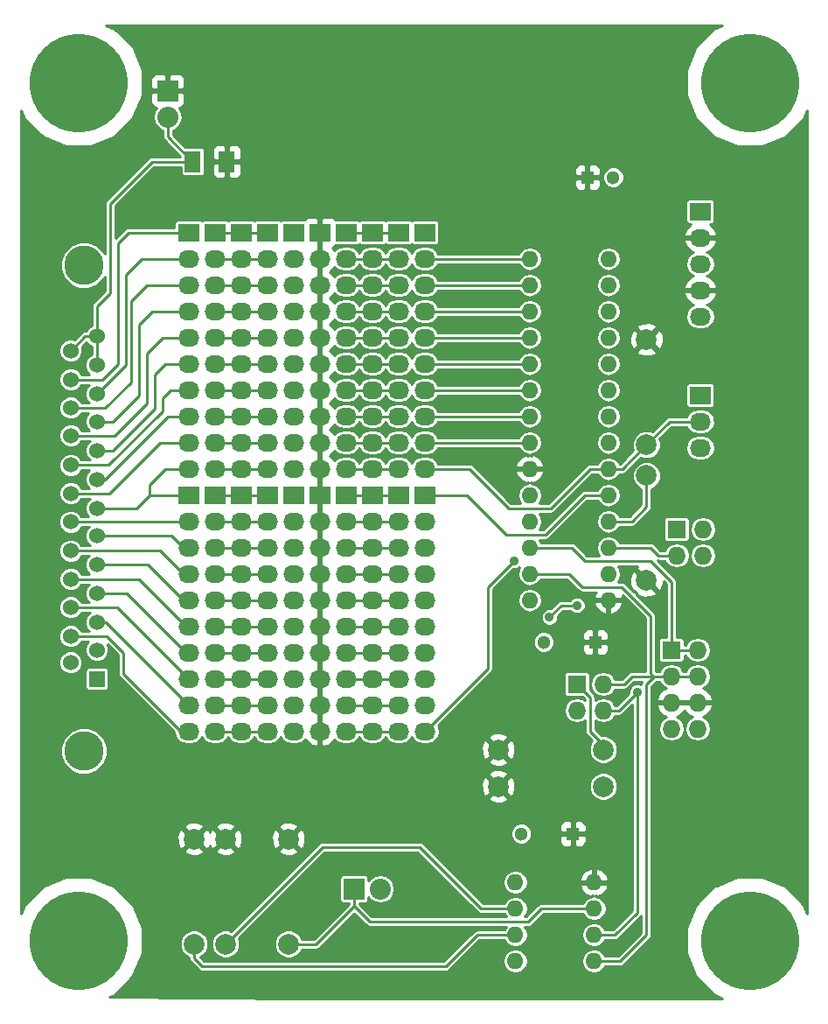
<source format=gtl>
G04 #@! TF.FileFunction,Copper,L1,Top,Signal*
%FSLAX46Y46*%
G04 Gerber Fmt 4.6, Leading zero omitted, Abs format (unit mm)*
G04 Created by KiCad (PCBNEW (after 2015-mar-04 BZR unknown)-product) date 10/26/2016 1:01:29 PM*
%MOMM*%
G01*
G04 APERTURE LIST*
%ADD10C,0.150000*%
%ADD11C,9.525000*%
%ADD12R,1.524000X2.032000*%
%ADD13R,2.032000X2.032000*%
%ADD14O,2.032000X2.032000*%
%ADD15R,1.300000X1.300000*%
%ADD16C,1.300000*%
%ADD17O,1.600000X1.600000*%
%ADD18R,1.727200X1.727200*%
%ADD19O,1.727200X1.727200*%
%ADD20R,2.032000X1.727200*%
%ADD21O,2.032000X1.727200*%
%ADD22C,1.998980*%
%ADD23C,3.810000*%
%ADD24R,1.524000X1.524000*%
%ADD25C,1.524000*%
%ADD26C,0.889000*%
%ADD27C,0.254000*%
G04 APERTURE END LIST*
D10*
D11*
X16000000Y-16000000D03*
X81000000Y-16000000D03*
X16000000Y-99000000D03*
X81000000Y-99000000D03*
D12*
X30353000Y-23622000D03*
X27051000Y-23622000D03*
D13*
X42672000Y-93980000D03*
D14*
X45212000Y-93980000D03*
D15*
X66040000Y-70104000D03*
D16*
X61040000Y-70104000D03*
D15*
X63881000Y-88646000D03*
D16*
X58881000Y-88646000D03*
D17*
X59690000Y-33020000D03*
X59690000Y-35560000D03*
X59690000Y-38100000D03*
X59690000Y-40640000D03*
X59690000Y-43180000D03*
X59690000Y-45720000D03*
X59690000Y-48260000D03*
X59690000Y-50800000D03*
X59690000Y-53340000D03*
X59690000Y-55880000D03*
X59690000Y-58420000D03*
X59690000Y-60960000D03*
X59690000Y-63500000D03*
X59690000Y-66040000D03*
X67310000Y-66040000D03*
X67310000Y-63500000D03*
X67310000Y-60960000D03*
X67310000Y-58420000D03*
X67310000Y-55880000D03*
X67310000Y-53340000D03*
X67310000Y-50800000D03*
X67310000Y-48260000D03*
X67310000Y-45720000D03*
X67310000Y-43180000D03*
X67310000Y-40640000D03*
X67310000Y-38100000D03*
X67310000Y-35560000D03*
X67310000Y-33020000D03*
X58293000Y-93345000D03*
X58293000Y-95885000D03*
X58293000Y-98425000D03*
X58293000Y-100965000D03*
X65913000Y-100965000D03*
X65913000Y-98425000D03*
X65913000Y-95885000D03*
X65913000Y-93345000D03*
D18*
X73406000Y-70866000D03*
D19*
X75946000Y-70866000D03*
X73406000Y-73406000D03*
X75946000Y-73406000D03*
X73406000Y-75946000D03*
X75946000Y-75946000D03*
X73406000Y-78486000D03*
X75946000Y-78486000D03*
D20*
X76200000Y-28448000D03*
D21*
X76200000Y-30988000D03*
X76200000Y-33528000D03*
X76200000Y-36068000D03*
X76200000Y-38608000D03*
D22*
X66802000Y-80518000D03*
X56642000Y-80518000D03*
X66802000Y-84074000D03*
X56642000Y-84074000D03*
X71000000Y-51000000D03*
X71000000Y-40840000D03*
X71000000Y-54000000D03*
X71000000Y-64160000D03*
X36322000Y-99314000D03*
X36322000Y-89154000D03*
X27178000Y-99314000D03*
X27178000Y-89154000D03*
X30226000Y-99314000D03*
X30226000Y-89154000D03*
D18*
X73914000Y-59182000D03*
D19*
X76454000Y-59182000D03*
X73914000Y-61722000D03*
X76454000Y-61722000D03*
D18*
X64262000Y-74168000D03*
D19*
X66802000Y-74168000D03*
X64262000Y-76708000D03*
X66802000Y-76708000D03*
D15*
X65278000Y-25146000D03*
D16*
X67778000Y-25146000D03*
D23*
X16510000Y-33655000D03*
X16510000Y-80645000D03*
D24*
X17780000Y-73660000D03*
D25*
X17780000Y-70866000D03*
X17780000Y-68199000D03*
X17780000Y-65405000D03*
X17780000Y-62611000D03*
X17780000Y-59817000D03*
X17780000Y-57150000D03*
X17780000Y-54356000D03*
X17780000Y-51562000D03*
X17780000Y-48768000D03*
X17780000Y-46101000D03*
X17780000Y-43307000D03*
X17780000Y-40513000D03*
X15240000Y-72085200D03*
X15240000Y-69545200D03*
X15240000Y-66751200D03*
X15240000Y-64008000D03*
X15240000Y-61264800D03*
X15240000Y-58470800D03*
X15240000Y-55727600D03*
X15240000Y-52984400D03*
X15240000Y-50139600D03*
X15240000Y-47447200D03*
X15240000Y-44704000D03*
X15240000Y-41910000D03*
D20*
X41910000Y-30480000D03*
D21*
X41910000Y-33020000D03*
X41910000Y-35560000D03*
X41910000Y-38100000D03*
X41910000Y-40640000D03*
X41910000Y-43180000D03*
X41910000Y-45720000D03*
X41910000Y-48260000D03*
X41910000Y-50800000D03*
X41910000Y-53340000D03*
D20*
X44450000Y-55880000D03*
D21*
X44450000Y-58420000D03*
X44450000Y-60960000D03*
X44450000Y-63500000D03*
X44450000Y-66040000D03*
X44450000Y-68580000D03*
X44450000Y-71120000D03*
X44450000Y-73660000D03*
X44450000Y-76200000D03*
X44450000Y-78740000D03*
D20*
X46990000Y-30480000D03*
D21*
X46990000Y-33020000D03*
X46990000Y-35560000D03*
X46990000Y-38100000D03*
X46990000Y-40640000D03*
X46990000Y-43180000D03*
X46990000Y-45720000D03*
X46990000Y-48260000D03*
X46990000Y-50800000D03*
X46990000Y-53340000D03*
D20*
X46990000Y-55880000D03*
D21*
X46990000Y-58420000D03*
X46990000Y-60960000D03*
X46990000Y-63500000D03*
X46990000Y-66040000D03*
X46990000Y-68580000D03*
X46990000Y-71120000D03*
X46990000Y-73660000D03*
X46990000Y-76200000D03*
X46990000Y-78740000D03*
D20*
X44450000Y-30480000D03*
D21*
X44450000Y-33020000D03*
X44450000Y-35560000D03*
X44450000Y-38100000D03*
X44450000Y-40640000D03*
X44450000Y-43180000D03*
X44450000Y-45720000D03*
X44450000Y-48260000D03*
X44450000Y-50800000D03*
X44450000Y-53340000D03*
D20*
X41910000Y-55880000D03*
D21*
X41910000Y-58420000D03*
X41910000Y-60960000D03*
X41910000Y-63500000D03*
X41910000Y-66040000D03*
X41910000Y-68580000D03*
X41910000Y-71120000D03*
X41910000Y-73660000D03*
X41910000Y-76200000D03*
X41910000Y-78740000D03*
D20*
X31750000Y-55880000D03*
D21*
X31750000Y-58420000D03*
X31750000Y-60960000D03*
X31750000Y-63500000D03*
X31750000Y-66040000D03*
X31750000Y-68580000D03*
X31750000Y-71120000D03*
X31750000Y-73660000D03*
X31750000Y-76200000D03*
X31750000Y-78740000D03*
D20*
X34290000Y-30480000D03*
D21*
X34290000Y-33020000D03*
X34290000Y-35560000D03*
X34290000Y-38100000D03*
X34290000Y-40640000D03*
X34290000Y-43180000D03*
X34290000Y-45720000D03*
X34290000Y-48260000D03*
X34290000Y-50800000D03*
X34290000Y-53340000D03*
D20*
X29210000Y-55880000D03*
D21*
X29210000Y-58420000D03*
X29210000Y-60960000D03*
X29210000Y-63500000D03*
X29210000Y-66040000D03*
X29210000Y-68580000D03*
X29210000Y-71120000D03*
X29210000Y-73660000D03*
X29210000Y-76200000D03*
X29210000Y-78740000D03*
D20*
X29210000Y-30480000D03*
D21*
X29210000Y-33020000D03*
X29210000Y-35560000D03*
X29210000Y-38100000D03*
X29210000Y-40640000D03*
X29210000Y-43180000D03*
X29210000Y-45720000D03*
X29210000Y-48260000D03*
X29210000Y-50800000D03*
X29210000Y-53340000D03*
D20*
X31750000Y-30480000D03*
D21*
X31750000Y-33020000D03*
X31750000Y-35560000D03*
X31750000Y-38100000D03*
X31750000Y-40640000D03*
X31750000Y-43180000D03*
X31750000Y-45720000D03*
X31750000Y-48260000D03*
X31750000Y-50800000D03*
X31750000Y-53340000D03*
D20*
X34290000Y-55880000D03*
D21*
X34290000Y-58420000D03*
X34290000Y-60960000D03*
X34290000Y-63500000D03*
X34290000Y-66040000D03*
X34290000Y-68580000D03*
X34290000Y-71120000D03*
X34290000Y-73660000D03*
X34290000Y-76200000D03*
X34290000Y-78740000D03*
D20*
X39370000Y-55880000D03*
D21*
X39370000Y-58420000D03*
X39370000Y-60960000D03*
X39370000Y-63500000D03*
X39370000Y-66040000D03*
X39370000Y-68580000D03*
X39370000Y-71120000D03*
X39370000Y-73660000D03*
X39370000Y-76200000D03*
X39370000Y-78740000D03*
D20*
X39370000Y-30480000D03*
D21*
X39370000Y-33020000D03*
X39370000Y-35560000D03*
X39370000Y-38100000D03*
X39370000Y-40640000D03*
X39370000Y-43180000D03*
X39370000Y-45720000D03*
X39370000Y-48260000D03*
X39370000Y-50800000D03*
X39370000Y-53340000D03*
D20*
X36830000Y-30480000D03*
D21*
X36830000Y-33020000D03*
X36830000Y-35560000D03*
X36830000Y-38100000D03*
X36830000Y-40640000D03*
X36830000Y-43180000D03*
X36830000Y-45720000D03*
X36830000Y-48260000D03*
X36830000Y-50800000D03*
X36830000Y-53340000D03*
D20*
X36830000Y-55880000D03*
D21*
X36830000Y-58420000D03*
X36830000Y-60960000D03*
X36830000Y-63500000D03*
X36830000Y-66040000D03*
X36830000Y-68580000D03*
X36830000Y-71120000D03*
X36830000Y-73660000D03*
X36830000Y-76200000D03*
X36830000Y-78740000D03*
D20*
X26670000Y-30480000D03*
D21*
X26670000Y-33020000D03*
X26670000Y-35560000D03*
X26670000Y-38100000D03*
X26670000Y-40640000D03*
X26670000Y-43180000D03*
X26670000Y-45720000D03*
X26670000Y-48260000D03*
X26670000Y-50800000D03*
X26670000Y-53340000D03*
D20*
X26670000Y-55880000D03*
D21*
X26670000Y-58420000D03*
X26670000Y-60960000D03*
X26670000Y-63500000D03*
X26670000Y-66040000D03*
X26670000Y-68580000D03*
X26670000Y-71120000D03*
X26670000Y-73660000D03*
X26670000Y-76200000D03*
X26670000Y-78740000D03*
D20*
X49530000Y-55880000D03*
D21*
X49530000Y-58420000D03*
X49530000Y-60960000D03*
X49530000Y-63500000D03*
X49530000Y-66040000D03*
X49530000Y-68580000D03*
X49530000Y-71120000D03*
X49530000Y-73660000D03*
X49530000Y-76200000D03*
X49530000Y-78740000D03*
D20*
X49530000Y-30480000D03*
D21*
X49530000Y-33020000D03*
X49530000Y-35560000D03*
X49530000Y-38100000D03*
X49530000Y-40640000D03*
X49530000Y-43180000D03*
X49530000Y-45720000D03*
X49530000Y-48260000D03*
X49530000Y-50800000D03*
X49530000Y-53340000D03*
D20*
X76200000Y-46228000D03*
D21*
X76200000Y-48768000D03*
X76200000Y-51308000D03*
D13*
X24638000Y-16764000D03*
D14*
X24638000Y-19304000D03*
D26*
X61595000Y-67691000D03*
X64262000Y-66548000D03*
X70104000Y-74930000D03*
X58166000Y-62230000D03*
D27*
X61595000Y-67691000D02*
X62738000Y-66548000D01*
X62738000Y-66548000D02*
X64262000Y-66548000D01*
X54991000Y-95885000D02*
X49022000Y-89916000D01*
X49022000Y-89916000D02*
X39624000Y-89916000D01*
X39624000Y-89916000D02*
X30226000Y-99314000D01*
X58293000Y-95885000D02*
X54991000Y-95885000D01*
X71374000Y-60960000D02*
X72136000Y-61722000D01*
X72136000Y-61722000D02*
X73914000Y-61722000D01*
X67310000Y-60960000D02*
X71374000Y-60960000D01*
X27178000Y-100711000D02*
X27940000Y-101473000D01*
X27940000Y-101473000D02*
X51562000Y-101473000D01*
X51562000Y-101473000D02*
X54610000Y-98425000D01*
X54610000Y-98425000D02*
X58293000Y-98425000D01*
X27178000Y-99314000D02*
X27178000Y-100711000D01*
X70104000Y-74930000D02*
X70104000Y-96266000D01*
X67945000Y-98425000D02*
X65913000Y-98425000D01*
X70104000Y-96266000D02*
X67945000Y-98425000D01*
X66802000Y-76708000D02*
X68326000Y-76708000D01*
X68326000Y-76708000D02*
X70104000Y-74930000D01*
X73406000Y-70866000D02*
X75946000Y-70866000D01*
X71374000Y-62230000D02*
X65024000Y-62230000D01*
X65024000Y-62230000D02*
X63754000Y-60960000D01*
X63754000Y-60960000D02*
X59690000Y-60960000D01*
X73406000Y-64262000D02*
X73406000Y-70866000D01*
X71374000Y-62230000D02*
X73406000Y-64262000D01*
X66802000Y-74168000D02*
X68834000Y-74168000D01*
X68834000Y-74168000D02*
X69596000Y-73406000D01*
X73406000Y-73406000D02*
X75946000Y-73406000D01*
X72644000Y-73406000D02*
X73406000Y-73406000D01*
X63500000Y-63500000D02*
X64770000Y-64770000D01*
X64770000Y-64770000D02*
X68580000Y-64770000D01*
X68580000Y-64770000D02*
X71374000Y-67564000D01*
X71374000Y-67564000D02*
X71374000Y-73152000D01*
X71374000Y-73152000D02*
X71628000Y-73406000D01*
X71628000Y-73406000D02*
X73406000Y-73406000D01*
X59690000Y-63500000D02*
X63500000Y-63500000D01*
X71755000Y-73406000D02*
X73406000Y-73406000D01*
X69596000Y-73406000D02*
X71755000Y-73406000D01*
X68453000Y-100965000D02*
X70993000Y-98425000D01*
X70993000Y-98425000D02*
X70993000Y-74168000D01*
X70993000Y-74168000D02*
X71755000Y-73406000D01*
X65913000Y-100965000D02*
X68453000Y-100965000D01*
X69580000Y-58420000D02*
X71000000Y-57000000D01*
X71000000Y-57000000D02*
X71000000Y-54000000D01*
X67310000Y-58420000D02*
X69580000Y-58420000D01*
X55626000Y-72644000D02*
X55626000Y-64770000D01*
X55626000Y-64770000D02*
X58166000Y-62230000D01*
X49530000Y-78740000D02*
X55626000Y-72644000D01*
X44450000Y-33020000D02*
X46990000Y-33020000D01*
X41910000Y-33020000D02*
X44450000Y-33020000D01*
X44450000Y-35560000D02*
X46990000Y-35560000D01*
X41910000Y-35560000D02*
X44450000Y-35560000D01*
X44450000Y-38100000D02*
X46990000Y-38100000D01*
X41910000Y-38100000D02*
X44450000Y-38100000D01*
X44450000Y-40640000D02*
X46990000Y-40640000D01*
X41910000Y-40640000D02*
X44450000Y-40640000D01*
X44450000Y-43180000D02*
X46990000Y-43180000D01*
X41910000Y-43180000D02*
X44450000Y-43180000D01*
X44450000Y-45720000D02*
X46990000Y-45720000D01*
X41910000Y-45720000D02*
X44450000Y-45720000D01*
X44450000Y-48260000D02*
X46990000Y-48260000D01*
X41910000Y-48260000D02*
X44450000Y-48260000D01*
X44450000Y-50800000D02*
X46990000Y-50800000D01*
X41910000Y-50800000D02*
X44450000Y-50800000D01*
X44450000Y-58420000D02*
X46990000Y-58420000D01*
X41910000Y-58420000D02*
X44450000Y-58420000D01*
X44450000Y-60960000D02*
X46990000Y-60960000D01*
X41910000Y-60960000D02*
X44450000Y-60960000D01*
X44450000Y-63500000D02*
X46990000Y-63500000D01*
X41910000Y-63500000D02*
X44450000Y-63500000D01*
X44450000Y-66040000D02*
X46990000Y-66040000D01*
X41910000Y-66040000D02*
X44450000Y-66040000D01*
X44450000Y-68580000D02*
X46990000Y-68580000D01*
X41910000Y-68580000D02*
X44450000Y-68580000D01*
X44450000Y-71120000D02*
X46990000Y-71120000D01*
X41910000Y-71120000D02*
X44450000Y-71120000D01*
X44450000Y-73660000D02*
X46990000Y-73660000D01*
X41910000Y-73660000D02*
X44450000Y-73660000D01*
X44450000Y-76200000D02*
X46990000Y-76200000D01*
X41910000Y-76200000D02*
X44450000Y-76200000D01*
X31750000Y-58420000D02*
X34290000Y-58420000D01*
X29210000Y-58420000D02*
X31750000Y-58420000D01*
X31750000Y-60960000D02*
X34290000Y-60960000D01*
X29210000Y-60960000D02*
X31750000Y-60960000D01*
X31750000Y-63500000D02*
X34290000Y-63500000D01*
X29210000Y-63500000D02*
X31750000Y-63500000D01*
X31750000Y-66040000D02*
X34290000Y-66040000D01*
X29210000Y-66040000D02*
X31750000Y-66040000D01*
X31750000Y-68580000D02*
X34290000Y-68580000D01*
X29210000Y-68580000D02*
X31750000Y-68580000D01*
X31750000Y-71120000D02*
X34290000Y-71120000D01*
X29210000Y-71120000D02*
X31750000Y-71120000D01*
X31750000Y-73660000D02*
X34290000Y-73660000D01*
X29210000Y-73660000D02*
X31750000Y-73660000D01*
X31750000Y-76200000D02*
X34290000Y-76200000D01*
X29210000Y-76200000D02*
X31750000Y-76200000D01*
X31750000Y-33020000D02*
X34290000Y-33020000D01*
X29210000Y-33020000D02*
X31750000Y-33020000D01*
X31750000Y-35560000D02*
X34290000Y-35560000D01*
X29210000Y-35560000D02*
X31750000Y-35560000D01*
X31750000Y-38100000D02*
X34290000Y-38100000D01*
X29210000Y-38100000D02*
X31750000Y-38100000D01*
X31750000Y-40640000D02*
X34290000Y-40640000D01*
X29210000Y-40640000D02*
X31750000Y-40640000D01*
X31750000Y-43180000D02*
X34290000Y-43180000D01*
X29210000Y-43180000D02*
X31750000Y-43180000D01*
X31750000Y-45720000D02*
X34290000Y-45720000D01*
X29210000Y-45720000D02*
X31750000Y-45720000D01*
X31750000Y-48260000D02*
X34290000Y-48260000D01*
X29210000Y-48260000D02*
X31750000Y-48260000D01*
X31750000Y-50800000D02*
X34290000Y-50800000D01*
X29210000Y-50800000D02*
X31750000Y-50800000D01*
X17780000Y-43307000D02*
X17780000Y-43180000D01*
X17780000Y-40513000D02*
X17780000Y-40132000D01*
X16637000Y-40513000D02*
X15240000Y-41910000D01*
X17780000Y-40513000D02*
X16637000Y-40513000D01*
X17780000Y-43307000D02*
X17780000Y-40513000D01*
X17780000Y-37592000D02*
X19050000Y-36322000D01*
X19050000Y-36322000D02*
X19050000Y-27686000D01*
X19050000Y-27686000D02*
X23114000Y-23622000D01*
X23114000Y-23622000D02*
X27051000Y-23622000D01*
X17780000Y-40513000D02*
X17780000Y-37592000D01*
X24638000Y-21209000D02*
X27051000Y-23622000D01*
X24638000Y-19304000D02*
X24638000Y-21209000D01*
X60833000Y-95885000D02*
X59563000Y-97155000D01*
X59563000Y-97155000D02*
X44196000Y-97155000D01*
X44196000Y-97155000D02*
X42672000Y-95631000D01*
X42672000Y-95631000D02*
X42672000Y-93980000D01*
X65913000Y-95885000D02*
X60833000Y-95885000D01*
X38989000Y-99314000D02*
X42672000Y-95631000D01*
X36322000Y-99314000D02*
X38989000Y-99314000D01*
X44450000Y-53340000D02*
X46990000Y-53340000D01*
X41910000Y-53340000D02*
X44450000Y-53340000D01*
X31750000Y-55880000D02*
X34290000Y-55880000D01*
X29210000Y-55880000D02*
X31750000Y-55880000D01*
X29210000Y-78740000D02*
X31750000Y-78740000D01*
X31750000Y-78740000D02*
X34290000Y-78740000D01*
X29210000Y-30480000D02*
X31750000Y-30480000D01*
X31750000Y-30480000D02*
X34290000Y-30480000D01*
X31750000Y-53340000D02*
X29210000Y-53340000D01*
X34290000Y-53340000D02*
X31750000Y-53340000D01*
X44450000Y-55880000D02*
X46990000Y-55880000D01*
X41910000Y-55880000D02*
X44450000Y-55880000D01*
X44450000Y-78740000D02*
X46990000Y-78740000D01*
X41910000Y-78740000D02*
X44450000Y-78740000D01*
X44450000Y-30480000D02*
X46990000Y-30480000D01*
X41910000Y-30480000D02*
X44450000Y-30480000D01*
X66802000Y-80518000D02*
X66802000Y-80010000D01*
X66802000Y-80010000D02*
X65532000Y-78740000D01*
X65532000Y-75438000D02*
X64262000Y-74168000D01*
X65532000Y-78740000D02*
X65532000Y-75438000D01*
X66802000Y-80518000D02*
X67310000Y-80518000D01*
X18542000Y-54356000D02*
X17780000Y-54356000D01*
X24638000Y-48260000D02*
X18542000Y-54356000D01*
X26670000Y-48260000D02*
X24638000Y-48260000D01*
X24384000Y-43180000D02*
X23368000Y-44196000D01*
X23368000Y-44196000D02*
X23368000Y-47498000D01*
X23368000Y-47498000D02*
X19304000Y-51562000D01*
X19304000Y-51562000D02*
X17780000Y-51562000D01*
X26670000Y-43180000D02*
X24384000Y-43180000D01*
X23114000Y-38100000D02*
X21844000Y-39370000D01*
X21844000Y-39370000D02*
X21844000Y-46228000D01*
X21844000Y-46228000D02*
X19304000Y-48768000D01*
X19304000Y-48768000D02*
X17780000Y-48768000D01*
X26670000Y-38100000D02*
X23114000Y-38100000D01*
X17780000Y-46101000D02*
X17907000Y-46101000D01*
X22098000Y-33020000D02*
X20574000Y-34544000D01*
X20574000Y-34544000D02*
X20574000Y-43307000D01*
X20574000Y-43307000D02*
X17780000Y-46101000D01*
X26670000Y-33020000D02*
X22098000Y-33020000D01*
X18948400Y-55727600D02*
X23876000Y-50800000D01*
X23876000Y-50800000D02*
X26670000Y-50800000D01*
X15240000Y-55727600D02*
X18948400Y-55727600D01*
X24892000Y-45720000D02*
X24130000Y-46482000D01*
X24130000Y-46482000D02*
X24130000Y-47752000D01*
X24130000Y-47752000D02*
X18897600Y-52984400D01*
X18897600Y-52984400D02*
X15240000Y-52984400D01*
X26670000Y-45720000D02*
X24892000Y-45720000D01*
X24130000Y-40640000D02*
X22606000Y-42164000D01*
X22606000Y-42164000D02*
X22606000Y-46990000D01*
X22606000Y-46990000D02*
X19456400Y-50139600D01*
X19456400Y-50139600D02*
X15240000Y-50139600D01*
X26670000Y-40640000D02*
X24130000Y-40640000D01*
X22606000Y-35560000D02*
X21082002Y-37083998D01*
X21082002Y-37083998D02*
X21082002Y-44957998D01*
X21082002Y-44957998D02*
X18592800Y-47447200D01*
X18592800Y-47447200D02*
X15240000Y-47447200D01*
X26670000Y-35560000D02*
X22606000Y-35560000D01*
X18669000Y-68199000D02*
X26670000Y-76200000D01*
X17780000Y-68199000D02*
X18669000Y-68199000D01*
X20701000Y-65405000D02*
X17780000Y-65405000D01*
X26416000Y-71120000D02*
X20701000Y-65405000D01*
X26670000Y-71120000D02*
X26416000Y-71120000D01*
X22733000Y-62611000D02*
X17780000Y-62611000D01*
X26162000Y-66040000D02*
X22733000Y-62611000D01*
X26670000Y-66040000D02*
X26162000Y-66040000D01*
X25019000Y-59817000D02*
X17780000Y-59817000D01*
X26162000Y-60960000D02*
X25019000Y-59817000D01*
X26670000Y-60960000D02*
X26162000Y-60960000D01*
X21590000Y-57150000D02*
X22860000Y-55880000D01*
X22860000Y-55880000D02*
X26670000Y-55880000D01*
X17780000Y-57150000D02*
X21590000Y-57150000D01*
X24384000Y-53340000D02*
X22860000Y-54864000D01*
X22860000Y-54864000D02*
X22860000Y-55880000D01*
X26670000Y-53340000D02*
X24384000Y-53340000D01*
X18745200Y-69545200D02*
X15240000Y-69545200D01*
X20320000Y-71120000D02*
X18745200Y-69545200D01*
X20320000Y-73152000D02*
X20320000Y-71120000D01*
X25908000Y-78740000D02*
X20320000Y-73152000D01*
X26670000Y-78740000D02*
X25908000Y-78740000D01*
X19761200Y-66751200D02*
X26670000Y-73660000D01*
X15240000Y-66751200D02*
X19761200Y-66751200D01*
X21844000Y-64008000D02*
X15240000Y-64008000D01*
X26416000Y-68580000D02*
X21844000Y-64008000D01*
X26670000Y-68580000D02*
X26416000Y-68580000D01*
X23926800Y-61264800D02*
X15240000Y-61264800D01*
X26162000Y-63500000D02*
X23926800Y-61264800D01*
X26670000Y-63500000D02*
X26162000Y-63500000D01*
X19812000Y-58420000D02*
X19761200Y-58470800D01*
X19761200Y-58470800D02*
X15240000Y-58470800D01*
X26670000Y-58420000D02*
X19812000Y-58420000D01*
X18288000Y-44704000D02*
X19812000Y-43180000D01*
X19812000Y-43180000D02*
X19812000Y-31496000D01*
X19812000Y-31496000D02*
X20828000Y-30480000D01*
X20828000Y-30480000D02*
X26670000Y-30480000D01*
X15240000Y-44704000D02*
X18288000Y-44704000D01*
X49530000Y-33020000D02*
X59690000Y-33020000D01*
X49530000Y-35560000D02*
X59690000Y-35560000D01*
X49530000Y-38100000D02*
X59690000Y-38100000D01*
X49530000Y-40640000D02*
X59690000Y-40640000D01*
X49530000Y-43180000D02*
X59690000Y-43180000D01*
X49530000Y-45720000D02*
X59690000Y-45720000D01*
X49530000Y-48260000D02*
X59690000Y-48260000D01*
X49530000Y-50800000D02*
X59690000Y-50800000D01*
X67310000Y-53340000D02*
X68072000Y-53340000D01*
X68660000Y-53340000D02*
X71000000Y-51000000D01*
X67310000Y-53340000D02*
X68660000Y-53340000D01*
X73232000Y-48768000D02*
X71000000Y-51000000D01*
X76200000Y-48768000D02*
X73232000Y-48768000D01*
X65532000Y-53340000D02*
X61722000Y-57150000D01*
X61722000Y-57150000D02*
X57658000Y-57150000D01*
X57658000Y-57150000D02*
X53848000Y-53340000D01*
X53848000Y-53340000D02*
X49530000Y-53340000D01*
X67310000Y-53340000D02*
X65532000Y-53340000D01*
X65024000Y-55880000D02*
X61214000Y-59690000D01*
X61214000Y-59690000D02*
X57404000Y-59690000D01*
X57404000Y-59690000D02*
X53594000Y-55880000D01*
X53594000Y-55880000D02*
X49530000Y-55880000D01*
X67310000Y-55880000D02*
X65024000Y-55880000D01*
G36*
X86569000Y-96348473D02*
X86224815Y-95515482D01*
X84493632Y-93781275D01*
X82230575Y-92841571D01*
X79780175Y-92839433D01*
X77807358Y-93654584D01*
X77807358Y-36427026D01*
X77807358Y-35708974D01*
X77804709Y-35693209D01*
X77550732Y-35165964D01*
X77114320Y-34776046D01*
X76841757Y-34680704D01*
X76856057Y-34677860D01*
X77259834Y-34408065D01*
X77529629Y-34004288D01*
X77624369Y-33528000D01*
X77529629Y-33051712D01*
X77259834Y-32647935D01*
X76856057Y-32378140D01*
X76841757Y-32375295D01*
X77114320Y-32279954D01*
X77550732Y-31890036D01*
X77804709Y-31362791D01*
X77807358Y-31347026D01*
X77807358Y-30628974D01*
X77804709Y-30613209D01*
X77550732Y-30085964D01*
X77118817Y-29700064D01*
X77216000Y-29700064D01*
X77361274Y-29671878D01*
X77488956Y-29588004D01*
X77574426Y-29461384D01*
X77604464Y-29311600D01*
X77604464Y-27584400D01*
X77576278Y-27439126D01*
X77492404Y-27311444D01*
X77365784Y-27225974D01*
X77216000Y-27195936D01*
X75184000Y-27195936D01*
X75038726Y-27224122D01*
X74911044Y-27307996D01*
X74825574Y-27434616D01*
X74795536Y-27584400D01*
X74795536Y-29311600D01*
X74823722Y-29456874D01*
X74907596Y-29584556D01*
X75034216Y-29670026D01*
X75184000Y-29700064D01*
X75281182Y-29700064D01*
X74849268Y-30085964D01*
X74595291Y-30613209D01*
X74592642Y-30628974D01*
X74713783Y-30861000D01*
X76073000Y-30861000D01*
X76073000Y-30841000D01*
X76327000Y-30841000D01*
X76327000Y-30861000D01*
X77686217Y-30861000D01*
X77807358Y-30628974D01*
X77807358Y-31347026D01*
X77686217Y-31115000D01*
X76327000Y-31115000D01*
X76327000Y-31135000D01*
X76073000Y-31135000D01*
X76073000Y-31115000D01*
X74713783Y-31115000D01*
X74592642Y-31347026D01*
X74595291Y-31362791D01*
X74849268Y-31890036D01*
X75285680Y-32279954D01*
X75558242Y-32375295D01*
X75543943Y-32378140D01*
X75140166Y-32647935D01*
X74870371Y-33051712D01*
X74775631Y-33528000D01*
X74870371Y-34004288D01*
X75140166Y-34408065D01*
X75543943Y-34677860D01*
X75558242Y-34680704D01*
X75285680Y-34776046D01*
X74849268Y-35165964D01*
X74595291Y-35693209D01*
X74592642Y-35708974D01*
X74713783Y-35941000D01*
X76073000Y-35941000D01*
X76073000Y-35921000D01*
X76327000Y-35921000D01*
X76327000Y-35941000D01*
X77686217Y-35941000D01*
X77807358Y-35708974D01*
X77807358Y-36427026D01*
X77686217Y-36195000D01*
X76327000Y-36195000D01*
X76327000Y-36215000D01*
X76073000Y-36215000D01*
X76073000Y-36195000D01*
X74713783Y-36195000D01*
X74592642Y-36427026D01*
X74595291Y-36442791D01*
X74849268Y-36970036D01*
X75285680Y-37359954D01*
X75558242Y-37455295D01*
X75543943Y-37458140D01*
X75140166Y-37727935D01*
X74870371Y-38131712D01*
X74775631Y-38608000D01*
X74870371Y-39084288D01*
X75140166Y-39488065D01*
X75543943Y-39757860D01*
X76020231Y-39852600D01*
X76379769Y-39852600D01*
X76856057Y-39757860D01*
X77259834Y-39488065D01*
X77529629Y-39084288D01*
X77624369Y-38608000D01*
X77529629Y-38131712D01*
X77259834Y-37727935D01*
X76856057Y-37458140D01*
X76841757Y-37455295D01*
X77114320Y-37359954D01*
X77550732Y-36970036D01*
X77804709Y-36442791D01*
X77807358Y-36427026D01*
X77807358Y-93654584D01*
X77722983Y-93689447D01*
X77722983Y-61722000D01*
X77722983Y-59182000D01*
X77628243Y-58705712D01*
X77624369Y-58699914D01*
X77624369Y-51308000D01*
X77624369Y-48768000D01*
X77604464Y-48667931D01*
X77604464Y-47091600D01*
X77604464Y-45364400D01*
X77576278Y-45219126D01*
X77492404Y-45091444D01*
X77365784Y-45005974D01*
X77216000Y-44975936D01*
X75184000Y-44975936D01*
X75038726Y-45004122D01*
X74911044Y-45087996D01*
X74825574Y-45214616D01*
X74795536Y-45364400D01*
X74795536Y-47091600D01*
X74823722Y-47236874D01*
X74907596Y-47364556D01*
X75034216Y-47450026D01*
X75184000Y-47480064D01*
X77216000Y-47480064D01*
X77361274Y-47451878D01*
X77488956Y-47368004D01*
X77574426Y-47241384D01*
X77604464Y-47091600D01*
X77604464Y-48667931D01*
X77529629Y-48291712D01*
X77259834Y-47887935D01*
X76856057Y-47618140D01*
X76379769Y-47523400D01*
X76020231Y-47523400D01*
X75543943Y-47618140D01*
X75140166Y-47887935D01*
X74891560Y-48260000D01*
X73232000Y-48260000D01*
X73037597Y-48298669D01*
X72872790Y-48408790D01*
X72645401Y-48636178D01*
X72645401Y-41104418D01*
X72621341Y-40454623D01*
X72418965Y-39966042D01*
X72152163Y-39867443D01*
X71972557Y-40047048D01*
X71972557Y-39687837D01*
X71873958Y-39421035D01*
X71264418Y-39194599D01*
X70614623Y-39218659D01*
X70126042Y-39421035D01*
X70027443Y-39687837D01*
X71000000Y-40660395D01*
X71972557Y-39687837D01*
X71972557Y-40047048D01*
X71179605Y-40840000D01*
X72152163Y-41812557D01*
X72418965Y-41713958D01*
X72645401Y-41104418D01*
X72645401Y-48636178D01*
X71972557Y-49309022D01*
X71972557Y-41992163D01*
X71000000Y-41019605D01*
X70820395Y-41199210D01*
X70820395Y-40840000D01*
X69847837Y-39867443D01*
X69581035Y-39966042D01*
X69354599Y-40575582D01*
X69378659Y-41225377D01*
X69581035Y-41713958D01*
X69847837Y-41812557D01*
X70820395Y-40840000D01*
X70820395Y-41199210D01*
X70027443Y-41992163D01*
X70126042Y-42258965D01*
X70735582Y-42485401D01*
X71385377Y-42461341D01*
X71873958Y-42258965D01*
X71972557Y-41992163D01*
X71972557Y-49309022D01*
X71548567Y-49733012D01*
X71275801Y-49619751D01*
X70726608Y-49619271D01*
X70219037Y-49828995D01*
X69830360Y-50216994D01*
X69619751Y-50724199D01*
X69619271Y-51273392D01*
X69732983Y-51548596D01*
X68809178Y-52472401D01*
X68809178Y-24941821D01*
X68652549Y-24562749D01*
X68362777Y-24272471D01*
X67983978Y-24115180D01*
X67573821Y-24114822D01*
X67194749Y-24271451D01*
X66904471Y-24561223D01*
X66747180Y-24940022D01*
X66746822Y-25350179D01*
X66903451Y-25729251D01*
X67193223Y-26019529D01*
X67572022Y-26176820D01*
X67982179Y-26177178D01*
X68361251Y-26020549D01*
X68651529Y-25730777D01*
X68808820Y-25351978D01*
X68809178Y-24941821D01*
X68809178Y-52472401D01*
X68514137Y-52767442D01*
X68514137Y-50800000D01*
X68514137Y-48260000D01*
X68514137Y-45720000D01*
X68514137Y-43180000D01*
X68514137Y-40640000D01*
X68514137Y-38100000D01*
X68514137Y-35560000D01*
X68514137Y-33020000D01*
X68424239Y-32568051D01*
X68168230Y-32184907D01*
X67785086Y-31928898D01*
X67333137Y-31839000D01*
X67286863Y-31839000D01*
X66834914Y-31928898D01*
X66563000Y-32110585D01*
X66563000Y-25922310D01*
X66563000Y-25669691D01*
X66563000Y-25431750D01*
X66563000Y-24860250D01*
X66563000Y-24622309D01*
X66563000Y-24369690D01*
X66466327Y-24136301D01*
X66287698Y-23957673D01*
X66054309Y-23861000D01*
X65563750Y-23861000D01*
X65405000Y-24019750D01*
X65405000Y-25019000D01*
X66404250Y-25019000D01*
X66563000Y-24860250D01*
X66563000Y-25431750D01*
X66404250Y-25273000D01*
X65405000Y-25273000D01*
X65405000Y-26272250D01*
X65563750Y-26431000D01*
X66054309Y-26431000D01*
X66287698Y-26334327D01*
X66466327Y-26155699D01*
X66563000Y-25922310D01*
X66563000Y-32110585D01*
X66451770Y-32184907D01*
X66195761Y-32568051D01*
X66105863Y-33020000D01*
X66195761Y-33471949D01*
X66451770Y-33855093D01*
X66834914Y-34111102D01*
X67286863Y-34201000D01*
X67333137Y-34201000D01*
X67785086Y-34111102D01*
X68168230Y-33855093D01*
X68424239Y-33471949D01*
X68514137Y-33020000D01*
X68514137Y-35560000D01*
X68424239Y-35108051D01*
X68168230Y-34724907D01*
X67785086Y-34468898D01*
X67333137Y-34379000D01*
X67286863Y-34379000D01*
X66834914Y-34468898D01*
X66451770Y-34724907D01*
X66195761Y-35108051D01*
X66105863Y-35560000D01*
X66195761Y-36011949D01*
X66451770Y-36395093D01*
X66834914Y-36651102D01*
X67286863Y-36741000D01*
X67333137Y-36741000D01*
X67785086Y-36651102D01*
X68168230Y-36395093D01*
X68424239Y-36011949D01*
X68514137Y-35560000D01*
X68514137Y-38100000D01*
X68424239Y-37648051D01*
X68168230Y-37264907D01*
X67785086Y-37008898D01*
X67333137Y-36919000D01*
X67286863Y-36919000D01*
X66834914Y-37008898D01*
X66451770Y-37264907D01*
X66195761Y-37648051D01*
X66105863Y-38100000D01*
X66195761Y-38551949D01*
X66451770Y-38935093D01*
X66834914Y-39191102D01*
X67286863Y-39281000D01*
X67333137Y-39281000D01*
X67785086Y-39191102D01*
X68168230Y-38935093D01*
X68424239Y-38551949D01*
X68514137Y-38100000D01*
X68514137Y-40640000D01*
X68424239Y-40188051D01*
X68168230Y-39804907D01*
X67785086Y-39548898D01*
X67333137Y-39459000D01*
X67286863Y-39459000D01*
X66834914Y-39548898D01*
X66451770Y-39804907D01*
X66195761Y-40188051D01*
X66105863Y-40640000D01*
X66195761Y-41091949D01*
X66451770Y-41475093D01*
X66834914Y-41731102D01*
X67286863Y-41821000D01*
X67333137Y-41821000D01*
X67785086Y-41731102D01*
X68168230Y-41475093D01*
X68424239Y-41091949D01*
X68514137Y-40640000D01*
X68514137Y-43180000D01*
X68424239Y-42728051D01*
X68168230Y-42344907D01*
X67785086Y-42088898D01*
X67333137Y-41999000D01*
X67286863Y-41999000D01*
X66834914Y-42088898D01*
X66451770Y-42344907D01*
X66195761Y-42728051D01*
X66105863Y-43180000D01*
X66195761Y-43631949D01*
X66451770Y-44015093D01*
X66834914Y-44271102D01*
X67286863Y-44361000D01*
X67333137Y-44361000D01*
X67785086Y-44271102D01*
X68168230Y-44015093D01*
X68424239Y-43631949D01*
X68514137Y-43180000D01*
X68514137Y-45720000D01*
X68424239Y-45268051D01*
X68168230Y-44884907D01*
X67785086Y-44628898D01*
X67333137Y-44539000D01*
X67286863Y-44539000D01*
X66834914Y-44628898D01*
X66451770Y-44884907D01*
X66195761Y-45268051D01*
X66105863Y-45720000D01*
X66195761Y-46171949D01*
X66451770Y-46555093D01*
X66834914Y-46811102D01*
X67286863Y-46901000D01*
X67333137Y-46901000D01*
X67785086Y-46811102D01*
X68168230Y-46555093D01*
X68424239Y-46171949D01*
X68514137Y-45720000D01*
X68514137Y-48260000D01*
X68424239Y-47808051D01*
X68168230Y-47424907D01*
X67785086Y-47168898D01*
X67333137Y-47079000D01*
X67286863Y-47079000D01*
X66834914Y-47168898D01*
X66451770Y-47424907D01*
X66195761Y-47808051D01*
X66105863Y-48260000D01*
X66195761Y-48711949D01*
X66451770Y-49095093D01*
X66834914Y-49351102D01*
X67286863Y-49441000D01*
X67333137Y-49441000D01*
X67785086Y-49351102D01*
X68168230Y-49095093D01*
X68424239Y-48711949D01*
X68514137Y-48260000D01*
X68514137Y-50800000D01*
X68424239Y-50348051D01*
X68168230Y-49964907D01*
X67785086Y-49708898D01*
X67333137Y-49619000D01*
X67286863Y-49619000D01*
X66834914Y-49708898D01*
X66451770Y-49964907D01*
X66195761Y-50348051D01*
X66105863Y-50800000D01*
X66195761Y-51251949D01*
X66451770Y-51635093D01*
X66834914Y-51891102D01*
X67286863Y-51981000D01*
X67333137Y-51981000D01*
X67785086Y-51891102D01*
X68168230Y-51635093D01*
X68424239Y-51251949D01*
X68514137Y-50800000D01*
X68514137Y-52767442D01*
X68449580Y-52832000D01*
X68386786Y-52832000D01*
X68168230Y-52504907D01*
X67785086Y-52248898D01*
X67333137Y-52159000D01*
X67286863Y-52159000D01*
X66834914Y-52248898D01*
X66451770Y-52504907D01*
X66233213Y-52832000D01*
X65532000Y-52832000D01*
X65337597Y-52870669D01*
X65172790Y-52980790D01*
X65151000Y-53002580D01*
X65151000Y-26272250D01*
X65151000Y-25273000D01*
X65151000Y-25019000D01*
X65151000Y-24019750D01*
X64992250Y-23861000D01*
X64501691Y-23861000D01*
X64268302Y-23957673D01*
X64089673Y-24136301D01*
X63993000Y-24369690D01*
X63993000Y-24622309D01*
X63993000Y-24860250D01*
X64151750Y-25019000D01*
X65151000Y-25019000D01*
X65151000Y-25273000D01*
X64151750Y-25273000D01*
X63993000Y-25431750D01*
X63993000Y-25669691D01*
X63993000Y-25922310D01*
X64089673Y-26155699D01*
X64268302Y-26334327D01*
X64501691Y-26431000D01*
X64992250Y-26431000D01*
X65151000Y-26272250D01*
X65151000Y-53002580D01*
X61511580Y-56642000D01*
X61081904Y-56642000D01*
X60597069Y-56642000D01*
X60804239Y-56331949D01*
X60894137Y-55880000D01*
X60804239Y-55428051D01*
X60548230Y-55044907D01*
X60165086Y-54788898D01*
X59817002Y-54719659D01*
X59817002Y-54610630D01*
X60039041Y-54731914D01*
X60545134Y-54492389D01*
X60921041Y-54077423D01*
X61081904Y-53689039D01*
X60959915Y-53467000D01*
X59817000Y-53467000D01*
X59817000Y-53487000D01*
X59563000Y-53487000D01*
X59563000Y-53467000D01*
X58420085Y-53467000D01*
X58298096Y-53689039D01*
X58458959Y-54077423D01*
X58834866Y-54492389D01*
X59340959Y-54731914D01*
X59562998Y-54610630D01*
X59562998Y-54719659D01*
X59214914Y-54788898D01*
X58831770Y-55044907D01*
X58575761Y-55428051D01*
X58485863Y-55880000D01*
X58575761Y-56331949D01*
X58782930Y-56642000D01*
X57868420Y-56642000D01*
X54207210Y-52980790D01*
X54042403Y-52870669D01*
X53848000Y-52832000D01*
X50838439Y-52832000D01*
X50589834Y-52459935D01*
X50186057Y-52190140D01*
X49709769Y-52095400D01*
X49350231Y-52095400D01*
X48873943Y-52190140D01*
X48470166Y-52459935D01*
X48260000Y-52774470D01*
X48049834Y-52459935D01*
X47646057Y-52190140D01*
X47169769Y-52095400D01*
X46810231Y-52095400D01*
X46333943Y-52190140D01*
X45930166Y-52459935D01*
X45720000Y-52774470D01*
X45509834Y-52459935D01*
X45106057Y-52190140D01*
X44629769Y-52095400D01*
X44270231Y-52095400D01*
X43793943Y-52190140D01*
X43390166Y-52459935D01*
X43180000Y-52774470D01*
X42969834Y-52459935D01*
X42566057Y-52190140D01*
X42089769Y-52095400D01*
X41730231Y-52095400D01*
X41253943Y-52190140D01*
X40850166Y-52459935D01*
X40781104Y-52563293D01*
X40720732Y-52437964D01*
X40308891Y-52070000D01*
X40720732Y-51702036D01*
X40781104Y-51576706D01*
X40850166Y-51680065D01*
X41253943Y-51949860D01*
X41730231Y-52044600D01*
X42089769Y-52044600D01*
X42566057Y-51949860D01*
X42969834Y-51680065D01*
X43180000Y-51365529D01*
X43390166Y-51680065D01*
X43793943Y-51949860D01*
X44270231Y-52044600D01*
X44629769Y-52044600D01*
X45106057Y-51949860D01*
X45509834Y-51680065D01*
X45720000Y-51365529D01*
X45930166Y-51680065D01*
X46333943Y-51949860D01*
X46810231Y-52044600D01*
X47169769Y-52044600D01*
X47646057Y-51949860D01*
X48049834Y-51680065D01*
X48260000Y-51365529D01*
X48470166Y-51680065D01*
X48873943Y-51949860D01*
X49350231Y-52044600D01*
X49709769Y-52044600D01*
X50186057Y-51949860D01*
X50589834Y-51680065D01*
X50838439Y-51308000D01*
X58613213Y-51308000D01*
X58831770Y-51635093D01*
X59214914Y-51891102D01*
X59562998Y-51960340D01*
X59562998Y-52069369D01*
X59340959Y-51948086D01*
X58834866Y-52187611D01*
X58458959Y-52602577D01*
X58298096Y-52990961D01*
X58420085Y-53213000D01*
X59563000Y-53213000D01*
X59563000Y-53193000D01*
X59817000Y-53193000D01*
X59817000Y-53213000D01*
X60959915Y-53213000D01*
X61081904Y-52990961D01*
X60921041Y-52602577D01*
X60545134Y-52187611D01*
X60039041Y-51948086D01*
X59817002Y-52069369D01*
X59817002Y-51960340D01*
X60165086Y-51891102D01*
X60548230Y-51635093D01*
X60804239Y-51251949D01*
X60894137Y-50800000D01*
X60804239Y-50348051D01*
X60548230Y-49964907D01*
X60165086Y-49708898D01*
X59713137Y-49619000D01*
X59666863Y-49619000D01*
X59214914Y-49708898D01*
X58831770Y-49964907D01*
X58613213Y-50292000D01*
X50838439Y-50292000D01*
X50589834Y-49919935D01*
X50186057Y-49650140D01*
X49709769Y-49555400D01*
X49350231Y-49555400D01*
X48873943Y-49650140D01*
X48470166Y-49919935D01*
X48260000Y-50234470D01*
X48049834Y-49919935D01*
X47646057Y-49650140D01*
X47169769Y-49555400D01*
X46810231Y-49555400D01*
X46333943Y-49650140D01*
X45930166Y-49919935D01*
X45720000Y-50234470D01*
X45509834Y-49919935D01*
X45106057Y-49650140D01*
X44629769Y-49555400D01*
X44270231Y-49555400D01*
X43793943Y-49650140D01*
X43390166Y-49919935D01*
X43180000Y-50234470D01*
X42969834Y-49919935D01*
X42566057Y-49650140D01*
X42089769Y-49555400D01*
X41730231Y-49555400D01*
X41253943Y-49650140D01*
X40850166Y-49919935D01*
X40781104Y-50023293D01*
X40720732Y-49897964D01*
X40308891Y-49530000D01*
X40720732Y-49162036D01*
X40781104Y-49036706D01*
X40850166Y-49140065D01*
X41253943Y-49409860D01*
X41730231Y-49504600D01*
X42089769Y-49504600D01*
X42566057Y-49409860D01*
X42969834Y-49140065D01*
X43180000Y-48825529D01*
X43390166Y-49140065D01*
X43793943Y-49409860D01*
X44270231Y-49504600D01*
X44629769Y-49504600D01*
X45106057Y-49409860D01*
X45509834Y-49140065D01*
X45720000Y-48825529D01*
X45930166Y-49140065D01*
X46333943Y-49409860D01*
X46810231Y-49504600D01*
X47169769Y-49504600D01*
X47646057Y-49409860D01*
X48049834Y-49140065D01*
X48260000Y-48825529D01*
X48470166Y-49140065D01*
X48873943Y-49409860D01*
X49350231Y-49504600D01*
X49709769Y-49504600D01*
X50186057Y-49409860D01*
X50589834Y-49140065D01*
X50838439Y-48768000D01*
X58613213Y-48768000D01*
X58831770Y-49095093D01*
X59214914Y-49351102D01*
X59666863Y-49441000D01*
X59713137Y-49441000D01*
X60165086Y-49351102D01*
X60548230Y-49095093D01*
X60804239Y-48711949D01*
X60894137Y-48260000D01*
X60804239Y-47808051D01*
X60548230Y-47424907D01*
X60165086Y-47168898D01*
X59713137Y-47079000D01*
X59666863Y-47079000D01*
X59214914Y-47168898D01*
X58831770Y-47424907D01*
X58613213Y-47752000D01*
X50838439Y-47752000D01*
X50589834Y-47379935D01*
X50186057Y-47110140D01*
X49709769Y-47015400D01*
X49350231Y-47015400D01*
X48873943Y-47110140D01*
X48470166Y-47379935D01*
X48260000Y-47694470D01*
X48049834Y-47379935D01*
X47646057Y-47110140D01*
X47169769Y-47015400D01*
X46810231Y-47015400D01*
X46333943Y-47110140D01*
X45930166Y-47379935D01*
X45720000Y-47694470D01*
X45509834Y-47379935D01*
X45106057Y-47110140D01*
X44629769Y-47015400D01*
X44270231Y-47015400D01*
X43793943Y-47110140D01*
X43390166Y-47379935D01*
X43180000Y-47694470D01*
X42969834Y-47379935D01*
X42566057Y-47110140D01*
X42089769Y-47015400D01*
X41730231Y-47015400D01*
X41253943Y-47110140D01*
X40850166Y-47379935D01*
X40781104Y-47483293D01*
X40720732Y-47357964D01*
X40308891Y-46990000D01*
X40720732Y-46622036D01*
X40781104Y-46496706D01*
X40850166Y-46600065D01*
X41253943Y-46869860D01*
X41730231Y-46964600D01*
X42089769Y-46964600D01*
X42566057Y-46869860D01*
X42969834Y-46600065D01*
X43180000Y-46285529D01*
X43390166Y-46600065D01*
X43793943Y-46869860D01*
X44270231Y-46964600D01*
X44629769Y-46964600D01*
X45106057Y-46869860D01*
X45509834Y-46600065D01*
X45720000Y-46285529D01*
X45930166Y-46600065D01*
X46333943Y-46869860D01*
X46810231Y-46964600D01*
X47169769Y-46964600D01*
X47646057Y-46869860D01*
X48049834Y-46600065D01*
X48260000Y-46285529D01*
X48470166Y-46600065D01*
X48873943Y-46869860D01*
X49350231Y-46964600D01*
X49709769Y-46964600D01*
X50186057Y-46869860D01*
X50589834Y-46600065D01*
X50838439Y-46228000D01*
X58613213Y-46228000D01*
X58831770Y-46555093D01*
X59214914Y-46811102D01*
X59666863Y-46901000D01*
X59713137Y-46901000D01*
X60165086Y-46811102D01*
X60548230Y-46555093D01*
X60804239Y-46171949D01*
X60894137Y-45720000D01*
X60804239Y-45268051D01*
X60548230Y-44884907D01*
X60165086Y-44628898D01*
X59713137Y-44539000D01*
X59666863Y-44539000D01*
X59214914Y-44628898D01*
X58831770Y-44884907D01*
X58613213Y-45212000D01*
X50838439Y-45212000D01*
X50589834Y-44839935D01*
X50186057Y-44570140D01*
X49709769Y-44475400D01*
X49350231Y-44475400D01*
X48873943Y-44570140D01*
X48470166Y-44839935D01*
X48260000Y-45154470D01*
X48049834Y-44839935D01*
X47646057Y-44570140D01*
X47169769Y-44475400D01*
X46810231Y-44475400D01*
X46333943Y-44570140D01*
X45930166Y-44839935D01*
X45720000Y-45154470D01*
X45509834Y-44839935D01*
X45106057Y-44570140D01*
X44629769Y-44475400D01*
X44270231Y-44475400D01*
X43793943Y-44570140D01*
X43390166Y-44839935D01*
X43180000Y-45154470D01*
X42969834Y-44839935D01*
X42566057Y-44570140D01*
X42089769Y-44475400D01*
X41730231Y-44475400D01*
X41253943Y-44570140D01*
X40850166Y-44839935D01*
X40781104Y-44943293D01*
X40720732Y-44817964D01*
X40308891Y-44450000D01*
X40720732Y-44082036D01*
X40781104Y-43956706D01*
X40850166Y-44060065D01*
X41253943Y-44329860D01*
X41730231Y-44424600D01*
X42089769Y-44424600D01*
X42566057Y-44329860D01*
X42969834Y-44060065D01*
X43180000Y-43745529D01*
X43390166Y-44060065D01*
X43793943Y-44329860D01*
X44270231Y-44424600D01*
X44629769Y-44424600D01*
X45106057Y-44329860D01*
X45509834Y-44060065D01*
X45720000Y-43745529D01*
X45930166Y-44060065D01*
X46333943Y-44329860D01*
X46810231Y-44424600D01*
X47169769Y-44424600D01*
X47646057Y-44329860D01*
X48049834Y-44060065D01*
X48260000Y-43745529D01*
X48470166Y-44060065D01*
X48873943Y-44329860D01*
X49350231Y-44424600D01*
X49709769Y-44424600D01*
X50186057Y-44329860D01*
X50589834Y-44060065D01*
X50838439Y-43688000D01*
X58613213Y-43688000D01*
X58831770Y-44015093D01*
X59214914Y-44271102D01*
X59666863Y-44361000D01*
X59713137Y-44361000D01*
X60165086Y-44271102D01*
X60548230Y-44015093D01*
X60804239Y-43631949D01*
X60894137Y-43180000D01*
X60804239Y-42728051D01*
X60548230Y-42344907D01*
X60165086Y-42088898D01*
X59713137Y-41999000D01*
X59666863Y-41999000D01*
X59214914Y-42088898D01*
X58831770Y-42344907D01*
X58613213Y-42672000D01*
X50838439Y-42672000D01*
X50589834Y-42299935D01*
X50186057Y-42030140D01*
X49709769Y-41935400D01*
X49350231Y-41935400D01*
X48873943Y-42030140D01*
X48470166Y-42299935D01*
X48260000Y-42614470D01*
X48049834Y-42299935D01*
X47646057Y-42030140D01*
X47169769Y-41935400D01*
X46810231Y-41935400D01*
X46333943Y-42030140D01*
X45930166Y-42299935D01*
X45720000Y-42614470D01*
X45509834Y-42299935D01*
X45106057Y-42030140D01*
X44629769Y-41935400D01*
X44270231Y-41935400D01*
X43793943Y-42030140D01*
X43390166Y-42299935D01*
X43180000Y-42614470D01*
X42969834Y-42299935D01*
X42566057Y-42030140D01*
X42089769Y-41935400D01*
X41730231Y-41935400D01*
X41253943Y-42030140D01*
X40850166Y-42299935D01*
X40781104Y-42403293D01*
X40720732Y-42277964D01*
X40308891Y-41910000D01*
X40720732Y-41542036D01*
X40781104Y-41416706D01*
X40850166Y-41520065D01*
X41253943Y-41789860D01*
X41730231Y-41884600D01*
X42089769Y-41884600D01*
X42566057Y-41789860D01*
X42969834Y-41520065D01*
X43180000Y-41205529D01*
X43390166Y-41520065D01*
X43793943Y-41789860D01*
X44270231Y-41884600D01*
X44629769Y-41884600D01*
X45106057Y-41789860D01*
X45509834Y-41520065D01*
X45720000Y-41205529D01*
X45930166Y-41520065D01*
X46333943Y-41789860D01*
X46810231Y-41884600D01*
X47169769Y-41884600D01*
X47646057Y-41789860D01*
X48049834Y-41520065D01*
X48260000Y-41205529D01*
X48470166Y-41520065D01*
X48873943Y-41789860D01*
X49350231Y-41884600D01*
X49709769Y-41884600D01*
X50186057Y-41789860D01*
X50589834Y-41520065D01*
X50838439Y-41148000D01*
X58613213Y-41148000D01*
X58831770Y-41475093D01*
X59214914Y-41731102D01*
X59666863Y-41821000D01*
X59713137Y-41821000D01*
X60165086Y-41731102D01*
X60548230Y-41475093D01*
X60804239Y-41091949D01*
X60894137Y-40640000D01*
X60804239Y-40188051D01*
X60548230Y-39804907D01*
X60165086Y-39548898D01*
X59713137Y-39459000D01*
X59666863Y-39459000D01*
X59214914Y-39548898D01*
X58831770Y-39804907D01*
X58613213Y-40132000D01*
X50838439Y-40132000D01*
X50589834Y-39759935D01*
X50186057Y-39490140D01*
X49709769Y-39395400D01*
X49350231Y-39395400D01*
X48873943Y-39490140D01*
X48470166Y-39759935D01*
X48260000Y-40074470D01*
X48049834Y-39759935D01*
X47646057Y-39490140D01*
X47169769Y-39395400D01*
X46810231Y-39395400D01*
X46333943Y-39490140D01*
X45930166Y-39759935D01*
X45720000Y-40074470D01*
X45509834Y-39759935D01*
X45106057Y-39490140D01*
X44629769Y-39395400D01*
X44270231Y-39395400D01*
X43793943Y-39490140D01*
X43390166Y-39759935D01*
X43180000Y-40074470D01*
X42969834Y-39759935D01*
X42566057Y-39490140D01*
X42089769Y-39395400D01*
X41730231Y-39395400D01*
X41253943Y-39490140D01*
X40850166Y-39759935D01*
X40781104Y-39863293D01*
X40720732Y-39737964D01*
X40308891Y-39370000D01*
X40720732Y-39002036D01*
X40781104Y-38876706D01*
X40850166Y-38980065D01*
X41253943Y-39249860D01*
X41730231Y-39344600D01*
X42089769Y-39344600D01*
X42566057Y-39249860D01*
X42969834Y-38980065D01*
X43180000Y-38665529D01*
X43390166Y-38980065D01*
X43793943Y-39249860D01*
X44270231Y-39344600D01*
X44629769Y-39344600D01*
X45106057Y-39249860D01*
X45509834Y-38980065D01*
X45720000Y-38665529D01*
X45930166Y-38980065D01*
X46333943Y-39249860D01*
X46810231Y-39344600D01*
X47169769Y-39344600D01*
X47646057Y-39249860D01*
X48049834Y-38980065D01*
X48260000Y-38665529D01*
X48470166Y-38980065D01*
X48873943Y-39249860D01*
X49350231Y-39344600D01*
X49709769Y-39344600D01*
X50186057Y-39249860D01*
X50589834Y-38980065D01*
X50838439Y-38608000D01*
X58613213Y-38608000D01*
X58831770Y-38935093D01*
X59214914Y-39191102D01*
X59666863Y-39281000D01*
X59713137Y-39281000D01*
X60165086Y-39191102D01*
X60548230Y-38935093D01*
X60804239Y-38551949D01*
X60894137Y-38100000D01*
X60804239Y-37648051D01*
X60548230Y-37264907D01*
X60165086Y-37008898D01*
X59713137Y-36919000D01*
X59666863Y-36919000D01*
X59214914Y-37008898D01*
X58831770Y-37264907D01*
X58613213Y-37592000D01*
X50838439Y-37592000D01*
X50589834Y-37219935D01*
X50186057Y-36950140D01*
X49709769Y-36855400D01*
X49350231Y-36855400D01*
X48873943Y-36950140D01*
X48470166Y-37219935D01*
X48260000Y-37534470D01*
X48049834Y-37219935D01*
X47646057Y-36950140D01*
X47169769Y-36855400D01*
X46810231Y-36855400D01*
X46333943Y-36950140D01*
X45930166Y-37219935D01*
X45720000Y-37534470D01*
X45509834Y-37219935D01*
X45106057Y-36950140D01*
X44629769Y-36855400D01*
X44270231Y-36855400D01*
X43793943Y-36950140D01*
X43390166Y-37219935D01*
X43180000Y-37534470D01*
X42969834Y-37219935D01*
X42566057Y-36950140D01*
X42089769Y-36855400D01*
X41730231Y-36855400D01*
X41253943Y-36950140D01*
X40850166Y-37219935D01*
X40781104Y-37323293D01*
X40720732Y-37197964D01*
X40308891Y-36830000D01*
X40720732Y-36462036D01*
X40781104Y-36336706D01*
X40850166Y-36440065D01*
X41253943Y-36709860D01*
X41730231Y-36804600D01*
X42089769Y-36804600D01*
X42566057Y-36709860D01*
X42969834Y-36440065D01*
X43180000Y-36125529D01*
X43390166Y-36440065D01*
X43793943Y-36709860D01*
X44270231Y-36804600D01*
X44629769Y-36804600D01*
X45106057Y-36709860D01*
X45509834Y-36440065D01*
X45720000Y-36125529D01*
X45930166Y-36440065D01*
X46333943Y-36709860D01*
X46810231Y-36804600D01*
X47169769Y-36804600D01*
X47646057Y-36709860D01*
X48049834Y-36440065D01*
X48260000Y-36125529D01*
X48470166Y-36440065D01*
X48873943Y-36709860D01*
X49350231Y-36804600D01*
X49709769Y-36804600D01*
X50186057Y-36709860D01*
X50589834Y-36440065D01*
X50838439Y-36068000D01*
X58613213Y-36068000D01*
X58831770Y-36395093D01*
X59214914Y-36651102D01*
X59666863Y-36741000D01*
X59713137Y-36741000D01*
X60165086Y-36651102D01*
X60548230Y-36395093D01*
X60804239Y-36011949D01*
X60894137Y-35560000D01*
X60804239Y-35108051D01*
X60548230Y-34724907D01*
X60165086Y-34468898D01*
X59713137Y-34379000D01*
X59666863Y-34379000D01*
X59214914Y-34468898D01*
X58831770Y-34724907D01*
X58613213Y-35052000D01*
X50838439Y-35052000D01*
X50589834Y-34679935D01*
X50186057Y-34410140D01*
X49709769Y-34315400D01*
X49350231Y-34315400D01*
X48873943Y-34410140D01*
X48470166Y-34679935D01*
X48260000Y-34994470D01*
X48049834Y-34679935D01*
X47646057Y-34410140D01*
X47169769Y-34315400D01*
X46810231Y-34315400D01*
X46333943Y-34410140D01*
X45930166Y-34679935D01*
X45720000Y-34994470D01*
X45509834Y-34679935D01*
X45106057Y-34410140D01*
X44629769Y-34315400D01*
X44270231Y-34315400D01*
X43793943Y-34410140D01*
X43390166Y-34679935D01*
X43180000Y-34994470D01*
X42969834Y-34679935D01*
X42566057Y-34410140D01*
X42089769Y-34315400D01*
X41730231Y-34315400D01*
X41253943Y-34410140D01*
X40850166Y-34679935D01*
X40781104Y-34783293D01*
X40720732Y-34657964D01*
X40308891Y-34290000D01*
X40720732Y-33922036D01*
X40781104Y-33796706D01*
X40850166Y-33900065D01*
X41253943Y-34169860D01*
X41730231Y-34264600D01*
X42089769Y-34264600D01*
X42566057Y-34169860D01*
X42969834Y-33900065D01*
X43180000Y-33585529D01*
X43390166Y-33900065D01*
X43793943Y-34169860D01*
X44270231Y-34264600D01*
X44629769Y-34264600D01*
X45106057Y-34169860D01*
X45509834Y-33900065D01*
X45720000Y-33585529D01*
X45930166Y-33900065D01*
X46333943Y-34169860D01*
X46810231Y-34264600D01*
X47169769Y-34264600D01*
X47646057Y-34169860D01*
X48049834Y-33900065D01*
X48260000Y-33585529D01*
X48470166Y-33900065D01*
X48873943Y-34169860D01*
X49350231Y-34264600D01*
X49709769Y-34264600D01*
X50186057Y-34169860D01*
X50589834Y-33900065D01*
X50838439Y-33528000D01*
X58613213Y-33528000D01*
X58831770Y-33855093D01*
X59214914Y-34111102D01*
X59666863Y-34201000D01*
X59713137Y-34201000D01*
X60165086Y-34111102D01*
X60548230Y-33855093D01*
X60804239Y-33471949D01*
X60894137Y-33020000D01*
X60804239Y-32568051D01*
X60548230Y-32184907D01*
X60165086Y-31928898D01*
X59713137Y-31839000D01*
X59666863Y-31839000D01*
X59214914Y-31928898D01*
X58831770Y-32184907D01*
X58613213Y-32512000D01*
X50838439Y-32512000D01*
X50589834Y-32139935D01*
X50186057Y-31870140D01*
X49709769Y-31775400D01*
X49350231Y-31775400D01*
X48873943Y-31870140D01*
X48470166Y-32139935D01*
X48260000Y-32454470D01*
X48049834Y-32139935D01*
X47646057Y-31870140D01*
X47169769Y-31775400D01*
X46810231Y-31775400D01*
X46333943Y-31870140D01*
X45930166Y-32139935D01*
X45720000Y-32454470D01*
X45509834Y-32139935D01*
X45106057Y-31870140D01*
X44629769Y-31775400D01*
X44270231Y-31775400D01*
X43793943Y-31870140D01*
X43390166Y-32139935D01*
X43180000Y-32454470D01*
X42969834Y-32139935D01*
X42566057Y-31870140D01*
X42089769Y-31775400D01*
X41730231Y-31775400D01*
X41253943Y-31870140D01*
X40850166Y-32139935D01*
X40781104Y-32243293D01*
X40720732Y-32117964D01*
X40548139Y-31963758D01*
X40745698Y-31881927D01*
X40895561Y-31732064D01*
X42926000Y-31732064D01*
X43071274Y-31703878D01*
X43180583Y-31632072D01*
X43284216Y-31702026D01*
X43434000Y-31732064D01*
X45466000Y-31732064D01*
X45611274Y-31703878D01*
X45720583Y-31632072D01*
X45824216Y-31702026D01*
X45974000Y-31732064D01*
X48006000Y-31732064D01*
X48151274Y-31703878D01*
X48260583Y-31632072D01*
X48364216Y-31702026D01*
X48514000Y-31732064D01*
X50546000Y-31732064D01*
X50691274Y-31703878D01*
X50818956Y-31620004D01*
X50904426Y-31493384D01*
X50934464Y-31343600D01*
X50934464Y-29616400D01*
X50906278Y-29471126D01*
X50822404Y-29343444D01*
X50695784Y-29257974D01*
X50546000Y-29227936D01*
X48514000Y-29227936D01*
X48368726Y-29256122D01*
X48259416Y-29327927D01*
X48155784Y-29257974D01*
X48006000Y-29227936D01*
X45974000Y-29227936D01*
X45828726Y-29256122D01*
X45719416Y-29327927D01*
X45615784Y-29257974D01*
X45466000Y-29227936D01*
X43434000Y-29227936D01*
X43288726Y-29256122D01*
X43179416Y-29327927D01*
X43075784Y-29257974D01*
X42926000Y-29227936D01*
X40895561Y-29227936D01*
X40745698Y-29078073D01*
X40512309Y-28981400D01*
X39655750Y-28981400D01*
X39497000Y-29140150D01*
X39497000Y-30353000D01*
X39517000Y-30353000D01*
X39517000Y-30607000D01*
X39497000Y-30607000D01*
X39497000Y-31679076D01*
X39497000Y-31819850D01*
X39497000Y-32893000D01*
X39517000Y-32893000D01*
X39517000Y-33147000D01*
X39497000Y-33147000D01*
X39497000Y-34219076D01*
X39497000Y-34360924D01*
X39497000Y-35433000D01*
X39517000Y-35433000D01*
X39517000Y-35687000D01*
X39497000Y-35687000D01*
X39497000Y-36759076D01*
X39497000Y-36900924D01*
X39497000Y-37973000D01*
X39517000Y-37973000D01*
X39517000Y-38227000D01*
X39497000Y-38227000D01*
X39497000Y-39299076D01*
X39497000Y-39440924D01*
X39497000Y-40513000D01*
X39517000Y-40513000D01*
X39517000Y-40767000D01*
X39497000Y-40767000D01*
X39497000Y-41839076D01*
X39497000Y-41980924D01*
X39497000Y-43053000D01*
X39517000Y-43053000D01*
X39517000Y-43307000D01*
X39497000Y-43307000D01*
X39497000Y-44379076D01*
X39497000Y-44520924D01*
X39497000Y-45593000D01*
X39517000Y-45593000D01*
X39517000Y-45847000D01*
X39497000Y-45847000D01*
X39497000Y-46919076D01*
X39497000Y-47060924D01*
X39497000Y-48133000D01*
X39517000Y-48133000D01*
X39517000Y-48387000D01*
X39497000Y-48387000D01*
X39497000Y-49459076D01*
X39497000Y-49600924D01*
X39497000Y-50673000D01*
X39517000Y-50673000D01*
X39517000Y-50927000D01*
X39497000Y-50927000D01*
X39497000Y-51999076D01*
X39497000Y-52140924D01*
X39497000Y-53213000D01*
X39517000Y-53213000D01*
X39517000Y-53467000D01*
X39497000Y-53467000D01*
X39497000Y-54540150D01*
X39497000Y-54680924D01*
X39497000Y-55753000D01*
X39517000Y-55753000D01*
X39517000Y-56007000D01*
X39497000Y-56007000D01*
X39497000Y-57079076D01*
X39497000Y-57219850D01*
X39497000Y-58293000D01*
X39517000Y-58293000D01*
X39517000Y-58547000D01*
X39497000Y-58547000D01*
X39497000Y-59619076D01*
X39497000Y-59760924D01*
X39497000Y-60833000D01*
X39517000Y-60833000D01*
X39517000Y-61087000D01*
X39497000Y-61087000D01*
X39497000Y-62159076D01*
X39497000Y-62300924D01*
X39497000Y-63373000D01*
X39517000Y-63373000D01*
X39517000Y-63627000D01*
X39497000Y-63627000D01*
X39497000Y-64699076D01*
X39497000Y-64840924D01*
X39497000Y-65913000D01*
X39517000Y-65913000D01*
X39517000Y-66167000D01*
X39497000Y-66167000D01*
X39497000Y-67239076D01*
X39497000Y-67380924D01*
X39497000Y-68453000D01*
X39517000Y-68453000D01*
X39517000Y-68707000D01*
X39497000Y-68707000D01*
X39497000Y-69779076D01*
X39497000Y-69920924D01*
X39497000Y-70993000D01*
X39517000Y-70993000D01*
X39517000Y-71247000D01*
X39497000Y-71247000D01*
X39497000Y-72319076D01*
X39497000Y-72460924D01*
X39497000Y-73533000D01*
X39517000Y-73533000D01*
X39517000Y-73787000D01*
X39497000Y-73787000D01*
X39497000Y-74859076D01*
X39497000Y-75000924D01*
X39497000Y-76073000D01*
X39517000Y-76073000D01*
X39517000Y-76327000D01*
X39497000Y-76327000D01*
X39497000Y-77399076D01*
X39497000Y-77540924D01*
X39497000Y-78613000D01*
X39517000Y-78613000D01*
X39517000Y-78867000D01*
X39497000Y-78867000D01*
X39497000Y-80080924D01*
X39731913Y-80225184D01*
X40284320Y-80031954D01*
X40720732Y-79642036D01*
X40781104Y-79516706D01*
X40850166Y-79620065D01*
X41253943Y-79889860D01*
X41730231Y-79984600D01*
X42089769Y-79984600D01*
X42566057Y-79889860D01*
X42969834Y-79620065D01*
X43180000Y-79305529D01*
X43390166Y-79620065D01*
X43793943Y-79889860D01*
X44270231Y-79984600D01*
X44629769Y-79984600D01*
X45106057Y-79889860D01*
X45509834Y-79620065D01*
X45720000Y-79305529D01*
X45930166Y-79620065D01*
X46333943Y-79889860D01*
X46810231Y-79984600D01*
X47169769Y-79984600D01*
X47646057Y-79889860D01*
X48049834Y-79620065D01*
X48260000Y-79305529D01*
X48470166Y-79620065D01*
X48873943Y-79889860D01*
X49350231Y-79984600D01*
X49709769Y-79984600D01*
X50186057Y-79889860D01*
X50589834Y-79620065D01*
X50859629Y-79216288D01*
X50954369Y-78740000D01*
X50859629Y-78263712D01*
X50805587Y-78182832D01*
X55985210Y-73003210D01*
X56095331Y-72838403D01*
X56134000Y-72644000D01*
X56134000Y-64980420D01*
X58059013Y-63055407D01*
X58329482Y-63055643D01*
X58632998Y-62930233D01*
X58697525Y-62865818D01*
X58575761Y-63048051D01*
X58485863Y-63500000D01*
X58575761Y-63951949D01*
X58831770Y-64335093D01*
X59214914Y-64591102D01*
X59666863Y-64681000D01*
X59713137Y-64681000D01*
X60165086Y-64591102D01*
X60548230Y-64335093D01*
X60766786Y-64008000D01*
X63289580Y-64008000D01*
X64410790Y-65129210D01*
X64575596Y-65239331D01*
X64575597Y-65239331D01*
X64607849Y-65245746D01*
X64770000Y-65278000D01*
X66101222Y-65278000D01*
X66078959Y-65302577D01*
X65918096Y-65690961D01*
X66040085Y-65913000D01*
X67183000Y-65913000D01*
X67183000Y-65893000D01*
X67437000Y-65893000D01*
X67437000Y-65913000D01*
X68579915Y-65913000D01*
X68701904Y-65690961D01*
X68644891Y-65553311D01*
X70866000Y-67774420D01*
X70866000Y-72898000D01*
X69596000Y-72898000D01*
X69401597Y-72936669D01*
X69236790Y-73046790D01*
X68701904Y-73581676D01*
X68701904Y-66389039D01*
X68579915Y-66167000D01*
X67437000Y-66167000D01*
X67437000Y-67310629D01*
X67659041Y-67431914D01*
X68165134Y-67192389D01*
X68541041Y-66777423D01*
X68701904Y-66389039D01*
X68701904Y-73581676D01*
X68623580Y-73660000D01*
X67955053Y-73660000D01*
X67706448Y-73287935D01*
X67325000Y-73033059D01*
X67325000Y-70880310D01*
X67325000Y-70627691D01*
X67325000Y-70389750D01*
X67325000Y-69818250D01*
X67325000Y-69580309D01*
X67325000Y-69327690D01*
X67228327Y-69094301D01*
X67183000Y-69048974D01*
X67183000Y-67310629D01*
X67183000Y-66167000D01*
X66040085Y-66167000D01*
X65918096Y-66389039D01*
X66078959Y-66777423D01*
X66454866Y-67192389D01*
X66960959Y-67431914D01*
X67183000Y-67310629D01*
X67183000Y-69048974D01*
X67049698Y-68915673D01*
X66816309Y-68819000D01*
X66325750Y-68819000D01*
X66167000Y-68977750D01*
X66167000Y-69977000D01*
X67166250Y-69977000D01*
X67325000Y-69818250D01*
X67325000Y-70389750D01*
X67166250Y-70231000D01*
X66167000Y-70231000D01*
X66167000Y-71230250D01*
X66325750Y-71389000D01*
X66816309Y-71389000D01*
X67049698Y-71292327D01*
X67228327Y-71113699D01*
X67325000Y-70880310D01*
X67325000Y-73033059D01*
X67302671Y-73018140D01*
X66826383Y-72923400D01*
X66777617Y-72923400D01*
X66301329Y-73018140D01*
X65913000Y-73277612D01*
X65913000Y-71230250D01*
X65913000Y-70231000D01*
X65913000Y-69977000D01*
X65913000Y-68977750D01*
X65754250Y-68819000D01*
X65263691Y-68819000D01*
X65087643Y-68891921D01*
X65087643Y-66384518D01*
X64962233Y-66081002D01*
X64730219Y-65848583D01*
X64426923Y-65722643D01*
X64098518Y-65722357D01*
X63795002Y-65847767D01*
X63602433Y-66040000D01*
X62738000Y-66040000D01*
X62543596Y-66078669D01*
X62378790Y-66188790D01*
X61701987Y-66865592D01*
X61431518Y-66865357D01*
X61128002Y-66990767D01*
X60895583Y-67222781D01*
X60894137Y-67226263D01*
X60894137Y-66040000D01*
X60804239Y-65588051D01*
X60548230Y-65204907D01*
X60165086Y-64948898D01*
X59713137Y-64859000D01*
X59666863Y-64859000D01*
X59214914Y-64948898D01*
X58831770Y-65204907D01*
X58575761Y-65588051D01*
X58485863Y-66040000D01*
X58575761Y-66491949D01*
X58831770Y-66875093D01*
X59214914Y-67131102D01*
X59666863Y-67221000D01*
X59713137Y-67221000D01*
X60165086Y-67131102D01*
X60548230Y-66875093D01*
X60804239Y-66491949D01*
X60894137Y-66040000D01*
X60894137Y-67226263D01*
X60769643Y-67526077D01*
X60769357Y-67854482D01*
X60894767Y-68157998D01*
X61126781Y-68390417D01*
X61430077Y-68516357D01*
X61758482Y-68516643D01*
X62061998Y-68391233D01*
X62294417Y-68159219D01*
X62420357Y-67855923D01*
X62420593Y-67583826D01*
X62948420Y-67056000D01*
X63602697Y-67056000D01*
X63793781Y-67247417D01*
X64097077Y-67373357D01*
X64425482Y-67373643D01*
X64728998Y-67248233D01*
X64961417Y-67016219D01*
X65087357Y-66712923D01*
X65087643Y-66384518D01*
X65087643Y-68891921D01*
X65030302Y-68915673D01*
X64851673Y-69094301D01*
X64755000Y-69327690D01*
X64755000Y-69580309D01*
X64755000Y-69818250D01*
X64913750Y-69977000D01*
X65913000Y-69977000D01*
X65913000Y-70231000D01*
X64913750Y-70231000D01*
X64755000Y-70389750D01*
X64755000Y-70627691D01*
X64755000Y-70880310D01*
X64851673Y-71113699D01*
X65030302Y-71292327D01*
X65263691Y-71389000D01*
X65754250Y-71389000D01*
X65913000Y-71230250D01*
X65913000Y-73277612D01*
X65897552Y-73287935D01*
X65627757Y-73691712D01*
X65533017Y-74168000D01*
X65627757Y-74644288D01*
X65897552Y-75048065D01*
X66301329Y-75317860D01*
X66777617Y-75412600D01*
X66826383Y-75412600D01*
X67302671Y-75317860D01*
X67706448Y-75048065D01*
X67955053Y-74676000D01*
X68834000Y-74676000D01*
X69028403Y-74637331D01*
X69193210Y-74527210D01*
X69806420Y-73914000D01*
X70563490Y-73914000D01*
X70523669Y-73973597D01*
X70485000Y-74168000D01*
X70485000Y-74194366D01*
X70268923Y-74104643D01*
X69940518Y-74104357D01*
X69637002Y-74229767D01*
X69404583Y-74461781D01*
X69278643Y-74765077D01*
X69278406Y-75037173D01*
X68115580Y-76200000D01*
X67955053Y-76200000D01*
X67706448Y-75827935D01*
X67302671Y-75558140D01*
X66826383Y-75463400D01*
X66777617Y-75463400D01*
X66301329Y-75558140D01*
X66040000Y-75732754D01*
X66040000Y-75438000D01*
X66007746Y-75275849D01*
X66001331Y-75243597D01*
X66001331Y-75243596D01*
X65891210Y-75078790D01*
X65514064Y-74701644D01*
X65514064Y-73304400D01*
X65485878Y-73159126D01*
X65402004Y-73031444D01*
X65275384Y-72945974D01*
X65125600Y-72915936D01*
X63398400Y-72915936D01*
X63253126Y-72944122D01*
X63125444Y-73027996D01*
X63039974Y-73154616D01*
X63009936Y-73304400D01*
X63009936Y-75031600D01*
X63038122Y-75176874D01*
X63121996Y-75304556D01*
X63248616Y-75390026D01*
X63398400Y-75420064D01*
X64795644Y-75420064D01*
X65024000Y-75648420D01*
X65024000Y-75732754D01*
X64762671Y-75558140D01*
X64286383Y-75463400D01*
X64237617Y-75463400D01*
X63761329Y-75558140D01*
X63357552Y-75827935D01*
X63087757Y-76231712D01*
X62993017Y-76708000D01*
X63087757Y-77184288D01*
X63357552Y-77588065D01*
X63761329Y-77857860D01*
X64237617Y-77952600D01*
X64286383Y-77952600D01*
X64762671Y-77857860D01*
X65024000Y-77683245D01*
X65024000Y-78740000D01*
X65062669Y-78934403D01*
X65172790Y-79099210D01*
X65720543Y-79646963D01*
X65632360Y-79734994D01*
X65421751Y-80242199D01*
X65421271Y-80791392D01*
X65630995Y-81298963D01*
X66018994Y-81687640D01*
X66526199Y-81898249D01*
X67075392Y-81898729D01*
X67582963Y-81689005D01*
X67971640Y-81301006D01*
X68182249Y-80793801D01*
X68182729Y-80244608D01*
X67973005Y-79737037D01*
X67585006Y-79348360D01*
X67077801Y-79137751D01*
X66647795Y-79137375D01*
X66040000Y-78529580D01*
X66040000Y-77683245D01*
X66301329Y-77857860D01*
X66777617Y-77952600D01*
X66826383Y-77952600D01*
X67302671Y-77857860D01*
X67706448Y-77588065D01*
X67955053Y-77216000D01*
X68326000Y-77216000D01*
X68520403Y-77177331D01*
X68685210Y-77067210D01*
X69596000Y-76156420D01*
X69596000Y-96055580D01*
X68182729Y-97468851D01*
X68182729Y-83800608D01*
X67973005Y-83293037D01*
X67585006Y-82904360D01*
X67077801Y-82693751D01*
X66528608Y-82693271D01*
X66021037Y-82902995D01*
X65632360Y-83290994D01*
X65421751Y-83798199D01*
X65421271Y-84347392D01*
X65630995Y-84854963D01*
X66018994Y-85243640D01*
X66526199Y-85454249D01*
X67075392Y-85454729D01*
X67582963Y-85245005D01*
X67971640Y-84857006D01*
X68182249Y-84349801D01*
X68182729Y-83800608D01*
X68182729Y-97468851D01*
X67734580Y-97917000D01*
X67304904Y-97917000D01*
X67304904Y-93694039D01*
X67304904Y-92995961D01*
X67144041Y-92607577D01*
X66768134Y-92192611D01*
X66262041Y-91953086D01*
X66040000Y-92074371D01*
X66040000Y-93218000D01*
X67182915Y-93218000D01*
X67304904Y-92995961D01*
X67304904Y-93694039D01*
X67182915Y-93472000D01*
X66040000Y-93472000D01*
X66040000Y-93492000D01*
X65786000Y-93492000D01*
X65786000Y-93472000D01*
X65786000Y-93218000D01*
X65786000Y-92074371D01*
X65563959Y-91953086D01*
X65166000Y-92141433D01*
X65166000Y-89422310D01*
X65166000Y-89169691D01*
X65166000Y-88931750D01*
X65166000Y-88360250D01*
X65166000Y-88122309D01*
X65166000Y-87869690D01*
X65069327Y-87636301D01*
X64890698Y-87457673D01*
X64657309Y-87361000D01*
X64166750Y-87361000D01*
X64008000Y-87519750D01*
X64008000Y-88519000D01*
X65007250Y-88519000D01*
X65166000Y-88360250D01*
X65166000Y-88931750D01*
X65007250Y-88773000D01*
X64008000Y-88773000D01*
X64008000Y-89772250D01*
X64166750Y-89931000D01*
X64657309Y-89931000D01*
X64890698Y-89834327D01*
X65069327Y-89655699D01*
X65166000Y-89422310D01*
X65166000Y-92141433D01*
X65057866Y-92192611D01*
X64681959Y-92607577D01*
X64521096Y-92995961D01*
X64643085Y-93218000D01*
X65786000Y-93218000D01*
X65786000Y-93472000D01*
X64643085Y-93472000D01*
X64521096Y-93694039D01*
X64681959Y-94082423D01*
X65057866Y-94497389D01*
X65563959Y-94736914D01*
X65785998Y-94615630D01*
X65785998Y-94724659D01*
X65437914Y-94793898D01*
X65054770Y-95049907D01*
X64836213Y-95377000D01*
X63754000Y-95377000D01*
X63754000Y-89772250D01*
X63754000Y-88773000D01*
X63754000Y-88519000D01*
X63754000Y-87519750D01*
X63595250Y-87361000D01*
X63104691Y-87361000D01*
X62871302Y-87457673D01*
X62692673Y-87636301D01*
X62596000Y-87869690D01*
X62596000Y-88122309D01*
X62596000Y-88360250D01*
X62754750Y-88519000D01*
X63754000Y-88519000D01*
X63754000Y-88773000D01*
X62754750Y-88773000D01*
X62596000Y-88931750D01*
X62596000Y-89169691D01*
X62596000Y-89422310D01*
X62692673Y-89655699D01*
X62871302Y-89834327D01*
X63104691Y-89931000D01*
X63595250Y-89931000D01*
X63754000Y-89772250D01*
X63754000Y-95377000D01*
X62071178Y-95377000D01*
X62071178Y-69899821D01*
X61914549Y-69520749D01*
X61624777Y-69230471D01*
X61245978Y-69073180D01*
X60835821Y-69072822D01*
X60456749Y-69229451D01*
X60166471Y-69519223D01*
X60009180Y-69898022D01*
X60008822Y-70308179D01*
X60165451Y-70687251D01*
X60455223Y-70977529D01*
X60834022Y-71134820D01*
X61244179Y-71135178D01*
X61623251Y-70978549D01*
X61913529Y-70688777D01*
X62070820Y-70309978D01*
X62071178Y-69899821D01*
X62071178Y-95377000D01*
X60833000Y-95377000D01*
X60670849Y-95409253D01*
X60638596Y-95415669D01*
X60473790Y-95525790D01*
X59912178Y-96087402D01*
X59912178Y-88441821D01*
X59755549Y-88062749D01*
X59465777Y-87772471D01*
X59086978Y-87615180D01*
X58676821Y-87614822D01*
X58297749Y-87771451D01*
X58287401Y-87781780D01*
X58287401Y-84338418D01*
X58287401Y-80782418D01*
X58263341Y-80132623D01*
X58060965Y-79644042D01*
X57794163Y-79545443D01*
X57614557Y-79725048D01*
X57614557Y-79365837D01*
X57515958Y-79099035D01*
X56906418Y-78872599D01*
X56256623Y-78896659D01*
X55768042Y-79099035D01*
X55669443Y-79365837D01*
X56642000Y-80338395D01*
X57614557Y-79365837D01*
X57614557Y-79725048D01*
X56821605Y-80518000D01*
X57794163Y-81490557D01*
X58060965Y-81391958D01*
X58287401Y-80782418D01*
X58287401Y-84338418D01*
X58263341Y-83688623D01*
X58060965Y-83200042D01*
X57794163Y-83101443D01*
X57614557Y-83281048D01*
X57614557Y-82921837D01*
X57614557Y-81670163D01*
X56642000Y-80697605D01*
X56462395Y-80877210D01*
X56462395Y-80518000D01*
X55489837Y-79545443D01*
X55223035Y-79644042D01*
X54996599Y-80253582D01*
X55020659Y-80903377D01*
X55223035Y-81391958D01*
X55489837Y-81490557D01*
X56462395Y-80518000D01*
X56462395Y-80877210D01*
X55669443Y-81670163D01*
X55768042Y-81936965D01*
X56377582Y-82163401D01*
X57027377Y-82139341D01*
X57515958Y-81936965D01*
X57614557Y-81670163D01*
X57614557Y-82921837D01*
X57515958Y-82655035D01*
X56906418Y-82428599D01*
X56256623Y-82452659D01*
X55768042Y-82655035D01*
X55669443Y-82921837D01*
X56642000Y-83894395D01*
X57614557Y-82921837D01*
X57614557Y-83281048D01*
X56821605Y-84074000D01*
X57794163Y-85046557D01*
X58060965Y-84947958D01*
X58287401Y-84338418D01*
X58287401Y-87781780D01*
X58007471Y-88061223D01*
X57850180Y-88440022D01*
X57849822Y-88850179D01*
X58006451Y-89229251D01*
X58296223Y-89519529D01*
X58675022Y-89676820D01*
X59085179Y-89677178D01*
X59464251Y-89520549D01*
X59754529Y-89230777D01*
X59911820Y-88851978D01*
X59912178Y-88441821D01*
X59912178Y-96087402D01*
X59352580Y-96647000D01*
X59200069Y-96647000D01*
X59407239Y-96336949D01*
X59497137Y-95885000D01*
X59497137Y-93345000D01*
X59407239Y-92893051D01*
X59151230Y-92509907D01*
X58768086Y-92253898D01*
X58316137Y-92164000D01*
X58269863Y-92164000D01*
X57817914Y-92253898D01*
X57614557Y-92389776D01*
X57614557Y-85226163D01*
X56642000Y-84253605D01*
X56462395Y-84433210D01*
X56462395Y-84074000D01*
X55489837Y-83101443D01*
X55223035Y-83200042D01*
X54996599Y-83809582D01*
X55020659Y-84459377D01*
X55223035Y-84947958D01*
X55489837Y-85046557D01*
X56462395Y-84074000D01*
X56462395Y-84433210D01*
X55669443Y-85226163D01*
X55768042Y-85492965D01*
X56377582Y-85719401D01*
X57027377Y-85695341D01*
X57515958Y-85492965D01*
X57614557Y-85226163D01*
X57614557Y-92389776D01*
X57434770Y-92509907D01*
X57178761Y-92893051D01*
X57088863Y-93345000D01*
X57178761Y-93796949D01*
X57434770Y-94180093D01*
X57817914Y-94436102D01*
X58269863Y-94526000D01*
X58316137Y-94526000D01*
X58768086Y-94436102D01*
X59151230Y-94180093D01*
X59407239Y-93796949D01*
X59497137Y-93345000D01*
X59497137Y-95885000D01*
X59407239Y-95433051D01*
X59151230Y-95049907D01*
X58768086Y-94793898D01*
X58316137Y-94704000D01*
X58269863Y-94704000D01*
X57817914Y-94793898D01*
X57434770Y-95049907D01*
X57216213Y-95377000D01*
X55201420Y-95377000D01*
X49381210Y-89556790D01*
X49216403Y-89446669D01*
X49022000Y-89408000D01*
X39624000Y-89408000D01*
X39429597Y-89446669D01*
X39264790Y-89556790D01*
X39243000Y-89578579D01*
X39243000Y-80080924D01*
X39243000Y-78867000D01*
X39223000Y-78867000D01*
X39223000Y-78613000D01*
X39243000Y-78613000D01*
X39243000Y-77540924D01*
X39243000Y-77399076D01*
X39243000Y-76327000D01*
X39223000Y-76327000D01*
X39223000Y-76073000D01*
X39243000Y-76073000D01*
X39243000Y-75000924D01*
X39243000Y-74859076D01*
X39243000Y-73787000D01*
X39223000Y-73787000D01*
X39223000Y-73533000D01*
X39243000Y-73533000D01*
X39243000Y-72460924D01*
X39243000Y-72319076D01*
X39243000Y-71247000D01*
X39223000Y-71247000D01*
X39223000Y-70993000D01*
X39243000Y-70993000D01*
X39243000Y-69920924D01*
X39243000Y-69779076D01*
X39243000Y-68707000D01*
X39223000Y-68707000D01*
X39223000Y-68453000D01*
X39243000Y-68453000D01*
X39243000Y-67380924D01*
X39243000Y-67239076D01*
X39243000Y-66167000D01*
X39223000Y-66167000D01*
X39223000Y-65913000D01*
X39243000Y-65913000D01*
X39243000Y-64840924D01*
X39243000Y-64699076D01*
X39243000Y-63627000D01*
X39223000Y-63627000D01*
X39223000Y-63373000D01*
X39243000Y-63373000D01*
X39243000Y-62300924D01*
X39243000Y-62159076D01*
X39243000Y-61087000D01*
X39223000Y-61087000D01*
X39223000Y-60833000D01*
X39243000Y-60833000D01*
X39243000Y-59760924D01*
X39243000Y-59619076D01*
X39243000Y-58547000D01*
X39223000Y-58547000D01*
X39223000Y-58293000D01*
X39243000Y-58293000D01*
X39243000Y-57219850D01*
X39243000Y-57079076D01*
X39243000Y-56007000D01*
X39223000Y-56007000D01*
X39223000Y-55753000D01*
X39243000Y-55753000D01*
X39243000Y-54680924D01*
X39243000Y-54540150D01*
X39243000Y-53467000D01*
X39223000Y-53467000D01*
X39223000Y-53213000D01*
X39243000Y-53213000D01*
X39243000Y-52140924D01*
X39243000Y-51999076D01*
X39243000Y-50927000D01*
X39223000Y-50927000D01*
X39223000Y-50673000D01*
X39243000Y-50673000D01*
X39243000Y-49600924D01*
X39243000Y-49459076D01*
X39243000Y-48387000D01*
X39223000Y-48387000D01*
X39223000Y-48133000D01*
X39243000Y-48133000D01*
X39243000Y-47060924D01*
X39243000Y-46919076D01*
X39243000Y-45847000D01*
X39223000Y-45847000D01*
X39223000Y-45593000D01*
X39243000Y-45593000D01*
X39243000Y-44520924D01*
X39243000Y-44379076D01*
X39243000Y-43307000D01*
X39223000Y-43307000D01*
X39223000Y-43053000D01*
X39243000Y-43053000D01*
X39243000Y-41980924D01*
X39243000Y-41839076D01*
X39243000Y-40767000D01*
X39223000Y-40767000D01*
X39223000Y-40513000D01*
X39243000Y-40513000D01*
X39243000Y-39440924D01*
X39243000Y-39299076D01*
X39243000Y-38227000D01*
X39223000Y-38227000D01*
X39223000Y-37973000D01*
X39243000Y-37973000D01*
X39243000Y-36900924D01*
X39243000Y-36759076D01*
X39243000Y-35687000D01*
X39223000Y-35687000D01*
X39223000Y-35433000D01*
X39243000Y-35433000D01*
X39243000Y-34360924D01*
X39243000Y-34219076D01*
X39243000Y-33147000D01*
X39223000Y-33147000D01*
X39223000Y-32893000D01*
X39243000Y-32893000D01*
X39243000Y-31819850D01*
X39243000Y-31679076D01*
X39243000Y-30607000D01*
X39223000Y-30607000D01*
X39223000Y-30353000D01*
X39243000Y-30353000D01*
X39243000Y-29140150D01*
X39084250Y-28981400D01*
X38227691Y-28981400D01*
X37994302Y-29078073D01*
X37844438Y-29227936D01*
X35814000Y-29227936D01*
X35668726Y-29256122D01*
X35559416Y-29327927D01*
X35455784Y-29257974D01*
X35306000Y-29227936D01*
X33274000Y-29227936D01*
X33128726Y-29256122D01*
X33019416Y-29327927D01*
X32915784Y-29257974D01*
X32766000Y-29227936D01*
X31750000Y-29227936D01*
X31750000Y-24764310D01*
X31750000Y-24511691D01*
X31750000Y-23907750D01*
X31750000Y-23336250D01*
X31750000Y-22732309D01*
X31750000Y-22479690D01*
X31653327Y-22246301D01*
X31474698Y-22067673D01*
X31241309Y-21971000D01*
X30638750Y-21971000D01*
X30480000Y-22129750D01*
X30480000Y-23495000D01*
X31591250Y-23495000D01*
X31750000Y-23336250D01*
X31750000Y-23907750D01*
X31591250Y-23749000D01*
X30480000Y-23749000D01*
X30480000Y-25114250D01*
X30638750Y-25273000D01*
X31241309Y-25273000D01*
X31474698Y-25176327D01*
X31653327Y-24997699D01*
X31750000Y-24764310D01*
X31750000Y-29227936D01*
X30734000Y-29227936D01*
X30588726Y-29256122D01*
X30479416Y-29327927D01*
X30375784Y-29257974D01*
X30226000Y-29227936D01*
X30226000Y-25114250D01*
X30226000Y-23749000D01*
X30226000Y-23495000D01*
X30226000Y-22129750D01*
X30067250Y-21971000D01*
X29464691Y-21971000D01*
X29231302Y-22067673D01*
X29052673Y-22246301D01*
X28956000Y-22479690D01*
X28956000Y-22732309D01*
X28956000Y-23336250D01*
X29114750Y-23495000D01*
X30226000Y-23495000D01*
X30226000Y-23749000D01*
X29114750Y-23749000D01*
X28956000Y-23907750D01*
X28956000Y-24511691D01*
X28956000Y-24764310D01*
X29052673Y-24997699D01*
X29231302Y-25176327D01*
X29464691Y-25273000D01*
X30067250Y-25273000D01*
X30226000Y-25114250D01*
X30226000Y-29227936D01*
X28194000Y-29227936D01*
X28048726Y-29256122D01*
X27939416Y-29327927D01*
X27835784Y-29257974D01*
X27686000Y-29227936D01*
X25654000Y-29227936D01*
X25508726Y-29256122D01*
X25381044Y-29339996D01*
X25295574Y-29466616D01*
X25265536Y-29616400D01*
X25265536Y-29972000D01*
X20828000Y-29972000D01*
X20633597Y-30010669D01*
X20468790Y-30120790D01*
X19558000Y-31031580D01*
X19558000Y-27896420D01*
X23324420Y-24130000D01*
X25900536Y-24130000D01*
X25900536Y-24638000D01*
X25928722Y-24783274D01*
X26012596Y-24910956D01*
X26139216Y-24996426D01*
X26289000Y-25026464D01*
X27813000Y-25026464D01*
X27958274Y-24998278D01*
X28085956Y-24914404D01*
X28171426Y-24787784D01*
X28201464Y-24638000D01*
X28201464Y-22606000D01*
X28173278Y-22460726D01*
X28089404Y-22333044D01*
X27962784Y-22247574D01*
X27813000Y-22217536D01*
X26364956Y-22217536D01*
X25146000Y-20998580D01*
X25146000Y-20605396D01*
X25199978Y-20594660D01*
X25653197Y-20291828D01*
X25956029Y-19838609D01*
X26062369Y-19304000D01*
X25956029Y-18769391D01*
X25719231Y-18415000D01*
X25780309Y-18415000D01*
X26013698Y-18318327D01*
X26192327Y-18139699D01*
X26289000Y-17906310D01*
X26289000Y-17653691D01*
X26289000Y-17049750D01*
X26289000Y-16478250D01*
X26289000Y-15874309D01*
X26289000Y-15621690D01*
X26192327Y-15388301D01*
X26013698Y-15209673D01*
X25780309Y-15113000D01*
X24923750Y-15113000D01*
X24765000Y-15271750D01*
X24765000Y-16637000D01*
X26130250Y-16637000D01*
X26289000Y-16478250D01*
X26289000Y-17049750D01*
X26130250Y-16891000D01*
X24765000Y-16891000D01*
X24765000Y-16911000D01*
X24511000Y-16911000D01*
X24511000Y-16891000D01*
X24511000Y-16637000D01*
X24511000Y-15271750D01*
X24352250Y-15113000D01*
X23495691Y-15113000D01*
X23262302Y-15209673D01*
X23083673Y-15388301D01*
X22987000Y-15621690D01*
X22987000Y-15874309D01*
X22987000Y-16478250D01*
X23145750Y-16637000D01*
X24511000Y-16637000D01*
X24511000Y-16891000D01*
X23145750Y-16891000D01*
X22987000Y-17049750D01*
X22987000Y-17653691D01*
X22987000Y-17906310D01*
X23083673Y-18139699D01*
X23262302Y-18318327D01*
X23495691Y-18415000D01*
X23556768Y-18415000D01*
X23319971Y-18769391D01*
X23213631Y-19304000D01*
X23319971Y-19838609D01*
X23622803Y-20291828D01*
X24076022Y-20594660D01*
X24130000Y-20605396D01*
X24130000Y-21209000D01*
X24168669Y-21403403D01*
X24278790Y-21568210D01*
X25824580Y-23114000D01*
X23114000Y-23114000D01*
X22919597Y-23152669D01*
X22754790Y-23262790D01*
X18690790Y-27326790D01*
X18580669Y-27491597D01*
X18542000Y-27686000D01*
X18542000Y-32586597D01*
X18449106Y-32361777D01*
X17806605Y-31718154D01*
X16966708Y-31369398D01*
X16057281Y-31368604D01*
X15216777Y-31715894D01*
X14573154Y-32358395D01*
X14224398Y-33198292D01*
X14223604Y-34107719D01*
X14570894Y-34948223D01*
X15213395Y-35591846D01*
X16053292Y-35940602D01*
X16962719Y-35941396D01*
X17803223Y-35594106D01*
X18446846Y-34951605D01*
X18542000Y-34722448D01*
X18542000Y-36111580D01*
X17420790Y-37232790D01*
X17310669Y-37397597D01*
X17272000Y-37592000D01*
X17272000Y-39486173D01*
X17133388Y-39543446D01*
X16811577Y-39864697D01*
X16753318Y-40005000D01*
X16637000Y-40005000D01*
X16474849Y-40037253D01*
X16442596Y-40043669D01*
X16277790Y-40153790D01*
X15606865Y-40824714D01*
X15468354Y-40767199D01*
X15013641Y-40766802D01*
X14593388Y-40940446D01*
X14271577Y-41261697D01*
X14097199Y-41681646D01*
X14096802Y-42136359D01*
X14270446Y-42556612D01*
X14591697Y-42878423D01*
X15011646Y-43052801D01*
X15466359Y-43053198D01*
X15886612Y-42879554D01*
X16208423Y-42558303D01*
X16382801Y-42138354D01*
X16383198Y-41683641D01*
X16325184Y-41543235D01*
X16780729Y-41087690D01*
X16810446Y-41159612D01*
X17131697Y-41481423D01*
X17272000Y-41539681D01*
X17272000Y-42280173D01*
X17133388Y-42337446D01*
X16811577Y-42658697D01*
X16637199Y-43078646D01*
X16636802Y-43533359D01*
X16810446Y-43953612D01*
X17052412Y-44196000D01*
X16266826Y-44196000D01*
X16209554Y-44057388D01*
X15888303Y-43735577D01*
X15468354Y-43561199D01*
X15013641Y-43560802D01*
X14593388Y-43734446D01*
X14271577Y-44055697D01*
X14097199Y-44475646D01*
X14096802Y-44930359D01*
X14270446Y-45350612D01*
X14591697Y-45672423D01*
X15011646Y-45846801D01*
X15466359Y-45847198D01*
X15886612Y-45673554D01*
X16208423Y-45352303D01*
X16266681Y-45212000D01*
X17052693Y-45212000D01*
X16811577Y-45452697D01*
X16637199Y-45872646D01*
X16636802Y-46327359D01*
X16810446Y-46747612D01*
X17001700Y-46939200D01*
X16266826Y-46939200D01*
X16209554Y-46800588D01*
X15888303Y-46478777D01*
X15468354Y-46304399D01*
X15013641Y-46304002D01*
X14593388Y-46477646D01*
X14271577Y-46798897D01*
X14097199Y-47218846D01*
X14096802Y-47673559D01*
X14270446Y-48093812D01*
X14591697Y-48415623D01*
X15011646Y-48590001D01*
X15466359Y-48590398D01*
X15886612Y-48416754D01*
X16208423Y-48095503D01*
X16266681Y-47955200D01*
X16976360Y-47955200D01*
X16811577Y-48119697D01*
X16637199Y-48539646D01*
X16636802Y-48994359D01*
X16810446Y-49414612D01*
X17027056Y-49631600D01*
X16266826Y-49631600D01*
X16209554Y-49492988D01*
X15888303Y-49171177D01*
X15468354Y-48996799D01*
X15013641Y-48996402D01*
X14593388Y-49170046D01*
X14271577Y-49491297D01*
X14097199Y-49911246D01*
X14096802Y-50365959D01*
X14270446Y-50786212D01*
X14591697Y-51108023D01*
X15011646Y-51282401D01*
X15466359Y-51282798D01*
X15886612Y-51109154D01*
X16208423Y-50787903D01*
X16266681Y-50647600D01*
X17078137Y-50647600D01*
X16811577Y-50913697D01*
X16637199Y-51333646D01*
X16636802Y-51788359D01*
X16810446Y-52208612D01*
X17077768Y-52476400D01*
X16266826Y-52476400D01*
X16209554Y-52337788D01*
X15888303Y-52015977D01*
X15468354Y-51841599D01*
X15013641Y-51841202D01*
X14593388Y-52014846D01*
X14271577Y-52336097D01*
X14097199Y-52756046D01*
X14096802Y-53210759D01*
X14270446Y-53631012D01*
X14591697Y-53952823D01*
X15011646Y-54127201D01*
X15466359Y-54127598D01*
X15886612Y-53953954D01*
X16208423Y-53632703D01*
X16266681Y-53492400D01*
X17027249Y-53492400D01*
X16811577Y-53707697D01*
X16637199Y-54127646D01*
X16636802Y-54582359D01*
X16810446Y-55002612D01*
X17027056Y-55219600D01*
X16266826Y-55219600D01*
X16209554Y-55080988D01*
X15888303Y-54759177D01*
X15468354Y-54584799D01*
X15013641Y-54584402D01*
X14593388Y-54758046D01*
X14271577Y-55079297D01*
X14097199Y-55499246D01*
X14096802Y-55953959D01*
X14270446Y-56374212D01*
X14591697Y-56696023D01*
X15011646Y-56870401D01*
X15466359Y-56870798D01*
X15886612Y-56697154D01*
X16208423Y-56375903D01*
X16266681Y-56235600D01*
X17078137Y-56235600D01*
X16811577Y-56501697D01*
X16637199Y-56921646D01*
X16636802Y-57376359D01*
X16810446Y-57796612D01*
X16976344Y-57962800D01*
X16266826Y-57962800D01*
X16209554Y-57824188D01*
X15888303Y-57502377D01*
X15468354Y-57327999D01*
X15013641Y-57327602D01*
X14593388Y-57501246D01*
X14271577Y-57822497D01*
X14097199Y-58242446D01*
X14096802Y-58697159D01*
X14270446Y-59117412D01*
X14591697Y-59439223D01*
X15011646Y-59613601D01*
X15466359Y-59613998D01*
X15886612Y-59440354D01*
X16208423Y-59119103D01*
X16266681Y-58978800D01*
X17001805Y-58978800D01*
X16811577Y-59168697D01*
X16637199Y-59588646D01*
X16636802Y-60043359D01*
X16810446Y-60463612D01*
X17103123Y-60756800D01*
X16266826Y-60756800D01*
X16209554Y-60618188D01*
X15888303Y-60296377D01*
X15468354Y-60121999D01*
X15013641Y-60121602D01*
X14593388Y-60295246D01*
X14271577Y-60616497D01*
X14097199Y-61036446D01*
X14096802Y-61491159D01*
X14270446Y-61911412D01*
X14591697Y-62233223D01*
X15011646Y-62407601D01*
X15466359Y-62407998D01*
X15886612Y-62234354D01*
X16208423Y-61913103D01*
X16266681Y-61772800D01*
X17001805Y-61772800D01*
X16811577Y-61962697D01*
X16637199Y-62382646D01*
X16636802Y-62837359D01*
X16810446Y-63257612D01*
X17052412Y-63500000D01*
X16266826Y-63500000D01*
X16209554Y-63361388D01*
X15888303Y-63039577D01*
X15468354Y-62865199D01*
X15013641Y-62864802D01*
X14593388Y-63038446D01*
X14271577Y-63359697D01*
X14097199Y-63779646D01*
X14096802Y-64234359D01*
X14270446Y-64654612D01*
X14591697Y-64976423D01*
X15011646Y-65150801D01*
X15466359Y-65151198D01*
X15886612Y-64977554D01*
X16208423Y-64656303D01*
X16266681Y-64516000D01*
X17052693Y-64516000D01*
X16811577Y-64756697D01*
X16637199Y-65176646D01*
X16636802Y-65631359D01*
X16810446Y-66051612D01*
X17001700Y-66243200D01*
X16266826Y-66243200D01*
X16209554Y-66104588D01*
X15888303Y-65782777D01*
X15468354Y-65608399D01*
X15013641Y-65608002D01*
X14593388Y-65781646D01*
X14271577Y-66102897D01*
X14097199Y-66522846D01*
X14096802Y-66977559D01*
X14270446Y-67397812D01*
X14591697Y-67719623D01*
X15011646Y-67894001D01*
X15466359Y-67894398D01*
X15886612Y-67720754D01*
X16208423Y-67399503D01*
X16266681Y-67259200D01*
X17103582Y-67259200D01*
X16811577Y-67550697D01*
X16637199Y-67970646D01*
X16636802Y-68425359D01*
X16810446Y-68845612D01*
X17001700Y-69037200D01*
X16266826Y-69037200D01*
X16209554Y-68898588D01*
X15888303Y-68576777D01*
X15468354Y-68402399D01*
X15013641Y-68402002D01*
X14593388Y-68575646D01*
X14271577Y-68896897D01*
X14097199Y-69316846D01*
X14096802Y-69771559D01*
X14270446Y-70191812D01*
X14591697Y-70513623D01*
X15011646Y-70688001D01*
X15466359Y-70688398D01*
X15886612Y-70514754D01*
X16208423Y-70193503D01*
X16266681Y-70053200D01*
X16976360Y-70053200D01*
X16811577Y-70217697D01*
X16637199Y-70637646D01*
X16636802Y-71092359D01*
X16810446Y-71512612D01*
X17131697Y-71834423D01*
X17551646Y-72008801D01*
X18006359Y-72009198D01*
X18426612Y-71835554D01*
X18748423Y-71514303D01*
X18922801Y-71094354D01*
X18923198Y-70639641D01*
X18783764Y-70302185D01*
X19812000Y-71330420D01*
X19812000Y-73152000D01*
X19850669Y-73346403D01*
X19960790Y-73511210D01*
X25259548Y-78809969D01*
X25340371Y-79216288D01*
X25610166Y-79620065D01*
X26013943Y-79889860D01*
X26490231Y-79984600D01*
X26849769Y-79984600D01*
X27326057Y-79889860D01*
X27729834Y-79620065D01*
X27940000Y-79305529D01*
X28150166Y-79620065D01*
X28553943Y-79889860D01*
X29030231Y-79984600D01*
X29389769Y-79984600D01*
X29866057Y-79889860D01*
X30269834Y-79620065D01*
X30480000Y-79305529D01*
X30690166Y-79620065D01*
X31093943Y-79889860D01*
X31570231Y-79984600D01*
X31929769Y-79984600D01*
X32406057Y-79889860D01*
X32809834Y-79620065D01*
X33020000Y-79305529D01*
X33230166Y-79620065D01*
X33633943Y-79889860D01*
X34110231Y-79984600D01*
X34469769Y-79984600D01*
X34946057Y-79889860D01*
X35349834Y-79620065D01*
X35560000Y-79305529D01*
X35770166Y-79620065D01*
X36173943Y-79889860D01*
X36650231Y-79984600D01*
X37009769Y-79984600D01*
X37486057Y-79889860D01*
X37889834Y-79620065D01*
X37958895Y-79516706D01*
X38019268Y-79642036D01*
X38455680Y-80031954D01*
X39008087Y-80225184D01*
X39243000Y-80080924D01*
X39243000Y-89578579D01*
X37967401Y-90854178D01*
X37967401Y-89418418D01*
X37943341Y-88768623D01*
X37740965Y-88280042D01*
X37474163Y-88181443D01*
X37294557Y-88361048D01*
X37294557Y-88001837D01*
X37195958Y-87735035D01*
X36586418Y-87508599D01*
X35936623Y-87532659D01*
X35448042Y-87735035D01*
X35349443Y-88001837D01*
X36322000Y-88974395D01*
X37294557Y-88001837D01*
X37294557Y-88361048D01*
X36501605Y-89154000D01*
X37474163Y-90126557D01*
X37740965Y-90027958D01*
X37967401Y-89418418D01*
X37967401Y-90854178D01*
X37294557Y-91527022D01*
X37294557Y-90306163D01*
X36322000Y-89333605D01*
X36142395Y-89513210D01*
X36142395Y-89154000D01*
X35169837Y-88181443D01*
X34903035Y-88280042D01*
X34676599Y-88889582D01*
X34700659Y-89539377D01*
X34903035Y-90027958D01*
X35169837Y-90126557D01*
X36142395Y-89154000D01*
X36142395Y-89513210D01*
X35349443Y-90306163D01*
X35448042Y-90572965D01*
X36057582Y-90799401D01*
X36707377Y-90775341D01*
X37195958Y-90572965D01*
X37294557Y-90306163D01*
X37294557Y-91527022D01*
X31871401Y-96950178D01*
X31871401Y-89418418D01*
X31847341Y-88768623D01*
X31644965Y-88280042D01*
X31378163Y-88181443D01*
X31198557Y-88361048D01*
X31198557Y-88001837D01*
X31099958Y-87735035D01*
X30490418Y-87508599D01*
X29840623Y-87532659D01*
X29352042Y-87735035D01*
X29253443Y-88001837D01*
X30226000Y-88974395D01*
X31198557Y-88001837D01*
X31198557Y-88361048D01*
X30405605Y-89154000D01*
X31378163Y-90126557D01*
X31644965Y-90027958D01*
X31871401Y-89418418D01*
X31871401Y-96950178D01*
X31198557Y-97623022D01*
X31198557Y-90306163D01*
X30226000Y-89333605D01*
X30046395Y-89513210D01*
X30046395Y-89154000D01*
X29073837Y-88181443D01*
X28807035Y-88280042D01*
X28707711Y-88547409D01*
X28596965Y-88280042D01*
X28330163Y-88181443D01*
X28150557Y-88361048D01*
X28150557Y-88001837D01*
X28051958Y-87735035D01*
X27442418Y-87508599D01*
X26792623Y-87532659D01*
X26304042Y-87735035D01*
X26205443Y-88001837D01*
X27178000Y-88974395D01*
X28150557Y-88001837D01*
X28150557Y-88361048D01*
X27357605Y-89154000D01*
X28330163Y-90126557D01*
X28596965Y-90027958D01*
X28696288Y-89760590D01*
X28807035Y-90027958D01*
X29073837Y-90126557D01*
X30046395Y-89154000D01*
X30046395Y-89513210D01*
X29253443Y-90306163D01*
X29352042Y-90572965D01*
X29961582Y-90799401D01*
X30611377Y-90775341D01*
X31099958Y-90572965D01*
X31198557Y-90306163D01*
X31198557Y-97623022D01*
X30774567Y-98047012D01*
X30501801Y-97933751D01*
X29952608Y-97933271D01*
X29445037Y-98142995D01*
X29056360Y-98530994D01*
X28845751Y-99038199D01*
X28845271Y-99587392D01*
X29054995Y-100094963D01*
X29442994Y-100483640D01*
X29950199Y-100694249D01*
X30499392Y-100694729D01*
X31006963Y-100485005D01*
X31395640Y-100097006D01*
X31606249Y-99589801D01*
X31606729Y-99040608D01*
X31493016Y-98765403D01*
X39834420Y-90424000D01*
X48811579Y-90424000D01*
X54631790Y-96244210D01*
X54796597Y-96354331D01*
X54991000Y-96393000D01*
X57216213Y-96393000D01*
X57385930Y-96647000D01*
X44406420Y-96647000D01*
X43180000Y-95420579D01*
X43180000Y-95384464D01*
X43688000Y-95384464D01*
X43833274Y-95356278D01*
X43960956Y-95272404D01*
X44046426Y-95145784D01*
X44076464Y-94996000D01*
X44076464Y-94774136D01*
X44224172Y-94995197D01*
X44677391Y-95298029D01*
X45212000Y-95404369D01*
X45746609Y-95298029D01*
X46199828Y-94995197D01*
X46502660Y-94541978D01*
X46609000Y-94007369D01*
X46609000Y-93952631D01*
X46502660Y-93418022D01*
X46199828Y-92964803D01*
X45746609Y-92661971D01*
X45212000Y-92555631D01*
X44677391Y-92661971D01*
X44224172Y-92964803D01*
X44076464Y-93185863D01*
X44076464Y-92964000D01*
X44048278Y-92818726D01*
X43964404Y-92691044D01*
X43837784Y-92605574D01*
X43688000Y-92575536D01*
X41656000Y-92575536D01*
X41510726Y-92603722D01*
X41383044Y-92687596D01*
X41297574Y-92814216D01*
X41267536Y-92964000D01*
X41267536Y-94996000D01*
X41295722Y-95141274D01*
X41379596Y-95268956D01*
X41506216Y-95354426D01*
X41656000Y-95384464D01*
X42164000Y-95384464D01*
X42164000Y-95420579D01*
X38778579Y-98806000D01*
X37605790Y-98806000D01*
X37493005Y-98533037D01*
X37105006Y-98144360D01*
X36597801Y-97933751D01*
X36048608Y-97933271D01*
X35541037Y-98142995D01*
X35152360Y-98530994D01*
X34941751Y-99038199D01*
X34941271Y-99587392D01*
X35150995Y-100094963D01*
X35538994Y-100483640D01*
X36046199Y-100694249D01*
X36595392Y-100694729D01*
X37102963Y-100485005D01*
X37491640Y-100097006D01*
X37605831Y-99822000D01*
X38989000Y-99822000D01*
X39183403Y-99783331D01*
X39348210Y-99673210D01*
X42672000Y-96349420D01*
X43836789Y-97514210D01*
X43836790Y-97514210D01*
X43946910Y-97587790D01*
X44001596Y-97624330D01*
X44001597Y-97624331D01*
X44196000Y-97663000D01*
X57385930Y-97663000D01*
X57216213Y-97917000D01*
X54610000Y-97917000D01*
X54415597Y-97955669D01*
X54250790Y-98065790D01*
X51351580Y-100965000D01*
X28150420Y-100965000D01*
X27754788Y-100569368D01*
X27958963Y-100485005D01*
X28347640Y-100097006D01*
X28558249Y-99589801D01*
X28558729Y-99040608D01*
X28349005Y-98533037D01*
X28150557Y-98334242D01*
X28150557Y-90306163D01*
X27178000Y-89333605D01*
X26998395Y-89513210D01*
X26998395Y-89154000D01*
X26025837Y-88181443D01*
X25759035Y-88280042D01*
X25532599Y-88889582D01*
X25556659Y-89539377D01*
X25759035Y-90027958D01*
X26025837Y-90126557D01*
X26998395Y-89154000D01*
X26998395Y-89513210D01*
X26205443Y-90306163D01*
X26304042Y-90572965D01*
X26913582Y-90799401D01*
X27563377Y-90775341D01*
X28051958Y-90572965D01*
X28150557Y-90306163D01*
X28150557Y-98334242D01*
X27961006Y-98144360D01*
X27453801Y-97933751D01*
X26904608Y-97933271D01*
X26397037Y-98142995D01*
X26008360Y-98530994D01*
X25797751Y-99038199D01*
X25797271Y-99587392D01*
X26006995Y-100094963D01*
X26394994Y-100483640D01*
X26670000Y-100597831D01*
X26670000Y-100711000D01*
X26708669Y-100905403D01*
X26818790Y-101070210D01*
X27580790Y-101832210D01*
X27745597Y-101942331D01*
X27940000Y-101981000D01*
X51562000Y-101981000D01*
X51756403Y-101942331D01*
X51921210Y-101832210D01*
X54820420Y-98933000D01*
X57216213Y-98933000D01*
X57434770Y-99260093D01*
X57817914Y-99516102D01*
X58269863Y-99606000D01*
X58316137Y-99606000D01*
X58768086Y-99516102D01*
X59151230Y-99260093D01*
X59407239Y-98876949D01*
X59497137Y-98425000D01*
X59407239Y-97973051D01*
X59200069Y-97663000D01*
X59563000Y-97663000D01*
X59757403Y-97624331D01*
X59922210Y-97514210D01*
X61043420Y-96393000D01*
X64836213Y-96393000D01*
X65054770Y-96720093D01*
X65437914Y-96976102D01*
X65889863Y-97066000D01*
X65936137Y-97066000D01*
X66388086Y-96976102D01*
X66771230Y-96720093D01*
X67027239Y-96336949D01*
X67117137Y-95885000D01*
X67027239Y-95433051D01*
X66771230Y-95049907D01*
X66388086Y-94793898D01*
X66040002Y-94724659D01*
X66040002Y-94615630D01*
X66262041Y-94736914D01*
X66768134Y-94497389D01*
X67144041Y-94082423D01*
X67304904Y-93694039D01*
X67304904Y-97917000D01*
X67117137Y-97917000D01*
X66989786Y-97917000D01*
X66771230Y-97589907D01*
X66388086Y-97333898D01*
X65936137Y-97244000D01*
X65889863Y-97244000D01*
X65437914Y-97333898D01*
X65054770Y-97589907D01*
X64798761Y-97973051D01*
X64708863Y-98425000D01*
X64798761Y-98876949D01*
X65054770Y-99260093D01*
X65437914Y-99516102D01*
X65889863Y-99606000D01*
X65936137Y-99606000D01*
X66388086Y-99516102D01*
X66771230Y-99260093D01*
X66989786Y-98933000D01*
X67945000Y-98933000D01*
X68139403Y-98894331D01*
X68304210Y-98784210D01*
X70463210Y-96625210D01*
X70485000Y-96592599D01*
X70485000Y-98214579D01*
X68242579Y-100457000D01*
X66989786Y-100457000D01*
X66771230Y-100129907D01*
X66388086Y-99873898D01*
X65936137Y-99784000D01*
X65889863Y-99784000D01*
X65437914Y-99873898D01*
X65054770Y-100129907D01*
X64798761Y-100513051D01*
X64708863Y-100965000D01*
X64798761Y-101416949D01*
X65054770Y-101800093D01*
X65437914Y-102056102D01*
X65889863Y-102146000D01*
X65936137Y-102146000D01*
X66388086Y-102056102D01*
X66771230Y-101800093D01*
X66989786Y-101473000D01*
X68453000Y-101473000D01*
X68647403Y-101434331D01*
X68812210Y-101324210D01*
X71352210Y-98784211D01*
X71352210Y-98784210D01*
X71425790Y-98674090D01*
X71462330Y-98619404D01*
X71462331Y-98619403D01*
X71500999Y-98425000D01*
X71501000Y-98425000D01*
X71501000Y-74378420D01*
X71965420Y-73914000D01*
X72252946Y-73914000D01*
X72501552Y-74286065D01*
X72905329Y-74555860D01*
X72907661Y-74556323D01*
X72517510Y-74739179D01*
X72123312Y-75171053D01*
X71951042Y-75586974D01*
X72072183Y-75819000D01*
X73279000Y-75819000D01*
X73279000Y-75799000D01*
X73533000Y-75799000D01*
X73533000Y-75819000D01*
X74612183Y-75819000D01*
X74739817Y-75819000D01*
X75819000Y-75819000D01*
X75819000Y-75799000D01*
X76073000Y-75799000D01*
X76073000Y-75819000D01*
X77279817Y-75819000D01*
X77400958Y-75586974D01*
X77228688Y-75171053D01*
X76834490Y-74739179D01*
X76444338Y-74556323D01*
X76446671Y-74555860D01*
X76850448Y-74286065D01*
X77120243Y-73882288D01*
X77214983Y-73406000D01*
X77120243Y-72929712D01*
X76850448Y-72525935D01*
X76446671Y-72256140D01*
X75970383Y-72161400D01*
X75921617Y-72161400D01*
X75445329Y-72256140D01*
X75041552Y-72525935D01*
X74792946Y-72898000D01*
X74559053Y-72898000D01*
X74310448Y-72525935D01*
X73906671Y-72256140D01*
X73430383Y-72161400D01*
X73381617Y-72161400D01*
X72905329Y-72256140D01*
X72501552Y-72525935D01*
X72252946Y-72898000D01*
X71972557Y-72898000D01*
X71882000Y-72898000D01*
X71882000Y-67564000D01*
X71843331Y-67369597D01*
X71733210Y-67204790D01*
X69934013Y-65405594D01*
X70027443Y-65312164D01*
X70126042Y-65578965D01*
X70735582Y-65805401D01*
X71385377Y-65781341D01*
X71873958Y-65578965D01*
X71972557Y-65312163D01*
X71000000Y-64339605D01*
X70985857Y-64353747D01*
X70820395Y-64188285D01*
X70806252Y-64174142D01*
X70820395Y-64160000D01*
X69847837Y-63187443D01*
X69581035Y-63286042D01*
X69354599Y-63895582D01*
X69378659Y-64545377D01*
X69581035Y-65033958D01*
X69847835Y-65132556D01*
X69754405Y-65225986D01*
X68939210Y-64410790D01*
X68774403Y-64300669D01*
X68580000Y-64262000D01*
X68217069Y-64262000D01*
X68424239Y-63951949D01*
X68514137Y-63500000D01*
X68424239Y-63048051D01*
X68217069Y-62738000D01*
X70133369Y-62738000D01*
X70126042Y-62741035D01*
X70027443Y-63007837D01*
X71000000Y-63980395D01*
X71014142Y-63966252D01*
X71193747Y-64145857D01*
X71179605Y-64160000D01*
X72152163Y-65132557D01*
X72418965Y-65033958D01*
X72645401Y-64424418D01*
X72637534Y-64211954D01*
X72898000Y-64472420D01*
X72898000Y-69613936D01*
X72542400Y-69613936D01*
X72397126Y-69642122D01*
X72269444Y-69725996D01*
X72183974Y-69852616D01*
X72153936Y-70002400D01*
X72153936Y-71729600D01*
X72182122Y-71874874D01*
X72265996Y-72002556D01*
X72392616Y-72088026D01*
X72542400Y-72118064D01*
X74269600Y-72118064D01*
X74414874Y-72089878D01*
X74542556Y-72006004D01*
X74628026Y-71879384D01*
X74658064Y-71729600D01*
X74658064Y-71374000D01*
X74792946Y-71374000D01*
X75041552Y-71746065D01*
X75445329Y-72015860D01*
X75921617Y-72110600D01*
X75970383Y-72110600D01*
X76446671Y-72015860D01*
X76850448Y-71746065D01*
X77120243Y-71342288D01*
X77214983Y-70866000D01*
X77120243Y-70389712D01*
X76850448Y-69985935D01*
X76446671Y-69716140D01*
X75970383Y-69621400D01*
X75921617Y-69621400D01*
X75445329Y-69716140D01*
X75041552Y-69985935D01*
X74792946Y-70358000D01*
X74658064Y-70358000D01*
X74658064Y-70002400D01*
X74629878Y-69857126D01*
X74546004Y-69729444D01*
X74419384Y-69643974D01*
X74269600Y-69613936D01*
X73914000Y-69613936D01*
X73914000Y-64262000D01*
X73875331Y-64067597D01*
X73765210Y-63902790D01*
X72081599Y-62219179D01*
X72136000Y-62230000D01*
X72760946Y-62230000D01*
X73009552Y-62602065D01*
X73413329Y-62871860D01*
X73889617Y-62966600D01*
X73938383Y-62966600D01*
X74414671Y-62871860D01*
X74818448Y-62602065D01*
X75088243Y-62198288D01*
X75182983Y-61722000D01*
X75166064Y-61636942D01*
X75166064Y-60045600D01*
X75166064Y-58318400D01*
X75137878Y-58173126D01*
X75054004Y-58045444D01*
X74927384Y-57959974D01*
X74777600Y-57929936D01*
X73050400Y-57929936D01*
X72905126Y-57958122D01*
X72777444Y-58041996D01*
X72691974Y-58168616D01*
X72661936Y-58318400D01*
X72661936Y-60045600D01*
X72690122Y-60190874D01*
X72773996Y-60318556D01*
X72900616Y-60404026D01*
X73050400Y-60434064D01*
X74777600Y-60434064D01*
X74922874Y-60405878D01*
X75050556Y-60322004D01*
X75136026Y-60195384D01*
X75166064Y-60045600D01*
X75166064Y-61636942D01*
X75088243Y-61245712D01*
X74818448Y-60841935D01*
X74414671Y-60572140D01*
X73938383Y-60477400D01*
X73889617Y-60477400D01*
X73413329Y-60572140D01*
X73009552Y-60841935D01*
X72760946Y-61214000D01*
X72380729Y-61214000D01*
X72380729Y-53726608D01*
X72171005Y-53219037D01*
X71783006Y-52830360D01*
X71275801Y-52619751D01*
X70726608Y-52619271D01*
X70219037Y-52828995D01*
X69830360Y-53216994D01*
X69619751Y-53724199D01*
X69619271Y-54273392D01*
X69828995Y-54780963D01*
X70216994Y-55169640D01*
X70492000Y-55283831D01*
X70492000Y-56789580D01*
X69369580Y-57912000D01*
X68386786Y-57912000D01*
X68168230Y-57584907D01*
X67785086Y-57328898D01*
X67333137Y-57239000D01*
X67286863Y-57239000D01*
X66834914Y-57328898D01*
X66451770Y-57584907D01*
X66195761Y-57968051D01*
X66105863Y-58420000D01*
X66195761Y-58871949D01*
X66451770Y-59255093D01*
X66834914Y-59511102D01*
X67286863Y-59601000D01*
X67333137Y-59601000D01*
X67785086Y-59511102D01*
X68168230Y-59255093D01*
X68386786Y-58928000D01*
X69580000Y-58928000D01*
X69774403Y-58889331D01*
X69939210Y-58779210D01*
X71359210Y-57359210D01*
X71469331Y-57194404D01*
X71469331Y-57194403D01*
X71475746Y-57162150D01*
X71507999Y-57000000D01*
X71508000Y-57000000D01*
X71508000Y-55283790D01*
X71780963Y-55171005D01*
X72169640Y-54783006D01*
X72380249Y-54275801D01*
X72380729Y-53726608D01*
X72380729Y-61214000D01*
X72346420Y-61214000D01*
X71733210Y-60600790D01*
X71568403Y-60490669D01*
X71374000Y-60452000D01*
X68386786Y-60452000D01*
X68168230Y-60124907D01*
X67785086Y-59868898D01*
X67333137Y-59779000D01*
X67286863Y-59779000D01*
X66834914Y-59868898D01*
X66451770Y-60124907D01*
X66195761Y-60508051D01*
X66105863Y-60960000D01*
X66195761Y-61411949D01*
X66402930Y-61722000D01*
X65234420Y-61722000D01*
X64113210Y-60600790D01*
X63948403Y-60490669D01*
X63754000Y-60452000D01*
X60766786Y-60452000D01*
X60597069Y-60198000D01*
X61214000Y-60198000D01*
X61408403Y-60159331D01*
X61573210Y-60049210D01*
X65234420Y-56388000D01*
X66233213Y-56388000D01*
X66451770Y-56715093D01*
X66834914Y-56971102D01*
X67286863Y-57061000D01*
X67333137Y-57061000D01*
X67785086Y-56971102D01*
X68168230Y-56715093D01*
X68424239Y-56331949D01*
X68514137Y-55880000D01*
X68424239Y-55428051D01*
X68168230Y-55044907D01*
X67785086Y-54788898D01*
X67333137Y-54699000D01*
X67286863Y-54699000D01*
X66834914Y-54788898D01*
X66451770Y-55044907D01*
X66233213Y-55372000D01*
X65024000Y-55372000D01*
X64829597Y-55410669D01*
X64664790Y-55520790D01*
X61003580Y-59182000D01*
X60597069Y-59182000D01*
X60804239Y-58871949D01*
X60894137Y-58420000D01*
X60804239Y-57968051D01*
X60597069Y-57658000D01*
X61722000Y-57658000D01*
X61916403Y-57619331D01*
X62081210Y-57509210D01*
X65742420Y-53848000D01*
X66233213Y-53848000D01*
X66451770Y-54175093D01*
X66834914Y-54431102D01*
X67286863Y-54521000D01*
X67333137Y-54521000D01*
X67785086Y-54431102D01*
X68168230Y-54175093D01*
X68386786Y-53848000D01*
X68660000Y-53848000D01*
X68854403Y-53809331D01*
X69019210Y-53699210D01*
X70451432Y-52266987D01*
X70724199Y-52380249D01*
X71273392Y-52380729D01*
X71780963Y-52171005D01*
X72169640Y-51783006D01*
X72380249Y-51275801D01*
X72380729Y-50726608D01*
X72267016Y-50451403D01*
X73442420Y-49276000D01*
X74891560Y-49276000D01*
X75140166Y-49648065D01*
X75543943Y-49917860D01*
X76020231Y-50012600D01*
X76379769Y-50012600D01*
X76856057Y-49917860D01*
X77259834Y-49648065D01*
X77529629Y-49244288D01*
X77624369Y-48768000D01*
X77624369Y-51308000D01*
X77529629Y-50831712D01*
X77259834Y-50427935D01*
X76856057Y-50158140D01*
X76379769Y-50063400D01*
X76020231Y-50063400D01*
X75543943Y-50158140D01*
X75140166Y-50427935D01*
X74870371Y-50831712D01*
X74775631Y-51308000D01*
X74870371Y-51784288D01*
X75140166Y-52188065D01*
X75543943Y-52457860D01*
X76020231Y-52552600D01*
X76379769Y-52552600D01*
X76856057Y-52457860D01*
X77259834Y-52188065D01*
X77529629Y-51784288D01*
X77624369Y-51308000D01*
X77624369Y-58699914D01*
X77358448Y-58301935D01*
X76954671Y-58032140D01*
X76478383Y-57937400D01*
X76429617Y-57937400D01*
X75953329Y-58032140D01*
X75549552Y-58301935D01*
X75279757Y-58705712D01*
X75185017Y-59182000D01*
X75279757Y-59658288D01*
X75549552Y-60062065D01*
X75953329Y-60331860D01*
X76429617Y-60426600D01*
X76478383Y-60426600D01*
X76954671Y-60331860D01*
X77358448Y-60062065D01*
X77628243Y-59658288D01*
X77722983Y-59182000D01*
X77722983Y-61722000D01*
X77628243Y-61245712D01*
X77358448Y-60841935D01*
X76954671Y-60572140D01*
X76478383Y-60477400D01*
X76429617Y-60477400D01*
X75953329Y-60572140D01*
X75549552Y-60841935D01*
X75279757Y-61245712D01*
X75185017Y-61722000D01*
X75279757Y-62198288D01*
X75549552Y-62602065D01*
X75953329Y-62871860D01*
X76429617Y-62966600D01*
X76478383Y-62966600D01*
X76954671Y-62871860D01*
X77358448Y-62602065D01*
X77628243Y-62198288D01*
X77722983Y-61722000D01*
X77722983Y-93689447D01*
X77515482Y-93775185D01*
X77400958Y-93889509D01*
X77400958Y-76305026D01*
X77279817Y-76073000D01*
X76073000Y-76073000D01*
X76073000Y-76093000D01*
X75819000Y-76093000D01*
X75819000Y-76073000D01*
X74739817Y-76073000D01*
X74612183Y-76073000D01*
X73533000Y-76073000D01*
X73533000Y-76093000D01*
X73279000Y-76093000D01*
X73279000Y-76073000D01*
X72072183Y-76073000D01*
X71951042Y-76305026D01*
X72123312Y-76720947D01*
X72517510Y-77152821D01*
X72907661Y-77335676D01*
X72905329Y-77336140D01*
X72501552Y-77605935D01*
X72231757Y-78009712D01*
X72137017Y-78486000D01*
X72231757Y-78962288D01*
X72501552Y-79366065D01*
X72905329Y-79635860D01*
X73381617Y-79730600D01*
X73430383Y-79730600D01*
X73906671Y-79635860D01*
X74310448Y-79366065D01*
X74580243Y-78962288D01*
X74674983Y-78486000D01*
X74580243Y-78009712D01*
X74310448Y-77605935D01*
X73906671Y-77336140D01*
X73904338Y-77335676D01*
X74294490Y-77152821D01*
X74676000Y-76734847D01*
X75057510Y-77152821D01*
X75447661Y-77335676D01*
X75445329Y-77336140D01*
X75041552Y-77605935D01*
X74771757Y-78009712D01*
X74677017Y-78486000D01*
X74771757Y-78962288D01*
X75041552Y-79366065D01*
X75445329Y-79635860D01*
X75921617Y-79730600D01*
X75970383Y-79730600D01*
X76446671Y-79635860D01*
X76850448Y-79366065D01*
X77120243Y-78962288D01*
X77214983Y-78486000D01*
X77120243Y-78009712D01*
X76850448Y-77605935D01*
X76446671Y-77336140D01*
X76444338Y-77335676D01*
X76834490Y-77152821D01*
X77228688Y-76720947D01*
X77400958Y-76305026D01*
X77400958Y-93889509D01*
X75781275Y-95506368D01*
X74841571Y-97769425D01*
X74839433Y-100219825D01*
X75775185Y-102484518D01*
X77506368Y-104218725D01*
X78349923Y-104569000D01*
X59497137Y-104569000D01*
X59497137Y-100965000D01*
X59407239Y-100513051D01*
X59151230Y-100129907D01*
X58768086Y-99873898D01*
X58316137Y-99784000D01*
X58269863Y-99784000D01*
X57817914Y-99873898D01*
X57434770Y-100129907D01*
X57178761Y-100513051D01*
X57088863Y-100965000D01*
X57178761Y-101416949D01*
X57434770Y-101800093D01*
X57817914Y-102056102D01*
X58269863Y-102146000D01*
X58316137Y-102146000D01*
X58768086Y-102056102D01*
X59151230Y-101800093D01*
X59407239Y-101416949D01*
X59497137Y-100965000D01*
X59497137Y-104569000D01*
X37872691Y-104569000D01*
X18981450Y-104432678D01*
X19484518Y-104224815D01*
X21218725Y-102493632D01*
X22158429Y-100230575D01*
X22160567Y-97780175D01*
X21224815Y-95515482D01*
X19493632Y-93781275D01*
X18930464Y-93547427D01*
X18930464Y-74422000D01*
X18930464Y-72898000D01*
X18902278Y-72752726D01*
X18818404Y-72625044D01*
X18691784Y-72539574D01*
X18542000Y-72509536D01*
X17018000Y-72509536D01*
X16872726Y-72537722D01*
X16745044Y-72621596D01*
X16659574Y-72748216D01*
X16629536Y-72898000D01*
X16629536Y-74422000D01*
X16657722Y-74567274D01*
X16741596Y-74694956D01*
X16868216Y-74780426D01*
X17018000Y-74810464D01*
X18542000Y-74810464D01*
X18687274Y-74782278D01*
X18814956Y-74698404D01*
X18900426Y-74571784D01*
X18930464Y-74422000D01*
X18930464Y-93547427D01*
X18796396Y-93491757D01*
X18796396Y-80192281D01*
X18449106Y-79351777D01*
X17806605Y-78708154D01*
X16966708Y-78359398D01*
X16383198Y-78358888D01*
X16383198Y-71858841D01*
X16209554Y-71438588D01*
X15888303Y-71116777D01*
X15468354Y-70942399D01*
X15013641Y-70942002D01*
X14593388Y-71115646D01*
X14271577Y-71436897D01*
X14097199Y-71856846D01*
X14096802Y-72311559D01*
X14270446Y-72731812D01*
X14591697Y-73053623D01*
X15011646Y-73228001D01*
X15466359Y-73228398D01*
X15886612Y-73054754D01*
X16208423Y-72733503D01*
X16382801Y-72313554D01*
X16383198Y-71858841D01*
X16383198Y-78358888D01*
X16057281Y-78358604D01*
X15216777Y-78705894D01*
X14573154Y-79348395D01*
X14224398Y-80188292D01*
X14223604Y-81097719D01*
X14570894Y-81938223D01*
X15213395Y-82581846D01*
X16053292Y-82930602D01*
X16962719Y-82931396D01*
X17803223Y-82584106D01*
X18446846Y-81941605D01*
X18795602Y-81101708D01*
X18796396Y-80192281D01*
X18796396Y-93491757D01*
X17230575Y-92841571D01*
X14780175Y-92839433D01*
X12515482Y-93775185D01*
X10781275Y-95506368D01*
X10431000Y-96349923D01*
X10431000Y-18651526D01*
X10775185Y-19484518D01*
X12506368Y-21218725D01*
X14769425Y-22158429D01*
X17219825Y-22160567D01*
X19484518Y-21224815D01*
X21218725Y-19493632D01*
X22158429Y-17230575D01*
X22160567Y-14780175D01*
X21224815Y-12515482D01*
X19493632Y-10781275D01*
X18650076Y-10431000D01*
X78348473Y-10431000D01*
X77515482Y-10775185D01*
X75781275Y-12506368D01*
X74841571Y-14769425D01*
X74839433Y-17219825D01*
X75775185Y-19484518D01*
X77506368Y-21218725D01*
X79769425Y-22158429D01*
X82219825Y-22160567D01*
X84484518Y-21224815D01*
X86218725Y-19493632D01*
X86569000Y-18650076D01*
X86569000Y-96348473D01*
X86569000Y-96348473D01*
G37*
X86569000Y-96348473D02*
X86224815Y-95515482D01*
X84493632Y-93781275D01*
X82230575Y-92841571D01*
X79780175Y-92839433D01*
X77807358Y-93654584D01*
X77807358Y-36427026D01*
X77807358Y-35708974D01*
X77804709Y-35693209D01*
X77550732Y-35165964D01*
X77114320Y-34776046D01*
X76841757Y-34680704D01*
X76856057Y-34677860D01*
X77259834Y-34408065D01*
X77529629Y-34004288D01*
X77624369Y-33528000D01*
X77529629Y-33051712D01*
X77259834Y-32647935D01*
X76856057Y-32378140D01*
X76841757Y-32375295D01*
X77114320Y-32279954D01*
X77550732Y-31890036D01*
X77804709Y-31362791D01*
X77807358Y-31347026D01*
X77807358Y-30628974D01*
X77804709Y-30613209D01*
X77550732Y-30085964D01*
X77118817Y-29700064D01*
X77216000Y-29700064D01*
X77361274Y-29671878D01*
X77488956Y-29588004D01*
X77574426Y-29461384D01*
X77604464Y-29311600D01*
X77604464Y-27584400D01*
X77576278Y-27439126D01*
X77492404Y-27311444D01*
X77365784Y-27225974D01*
X77216000Y-27195936D01*
X75184000Y-27195936D01*
X75038726Y-27224122D01*
X74911044Y-27307996D01*
X74825574Y-27434616D01*
X74795536Y-27584400D01*
X74795536Y-29311600D01*
X74823722Y-29456874D01*
X74907596Y-29584556D01*
X75034216Y-29670026D01*
X75184000Y-29700064D01*
X75281182Y-29700064D01*
X74849268Y-30085964D01*
X74595291Y-30613209D01*
X74592642Y-30628974D01*
X74713783Y-30861000D01*
X76073000Y-30861000D01*
X76073000Y-30841000D01*
X76327000Y-30841000D01*
X76327000Y-30861000D01*
X77686217Y-30861000D01*
X77807358Y-30628974D01*
X77807358Y-31347026D01*
X77686217Y-31115000D01*
X76327000Y-31115000D01*
X76327000Y-31135000D01*
X76073000Y-31135000D01*
X76073000Y-31115000D01*
X74713783Y-31115000D01*
X74592642Y-31347026D01*
X74595291Y-31362791D01*
X74849268Y-31890036D01*
X75285680Y-32279954D01*
X75558242Y-32375295D01*
X75543943Y-32378140D01*
X75140166Y-32647935D01*
X74870371Y-33051712D01*
X74775631Y-33528000D01*
X74870371Y-34004288D01*
X75140166Y-34408065D01*
X75543943Y-34677860D01*
X75558242Y-34680704D01*
X75285680Y-34776046D01*
X74849268Y-35165964D01*
X74595291Y-35693209D01*
X74592642Y-35708974D01*
X74713783Y-35941000D01*
X76073000Y-35941000D01*
X76073000Y-35921000D01*
X76327000Y-35921000D01*
X76327000Y-35941000D01*
X77686217Y-35941000D01*
X77807358Y-35708974D01*
X77807358Y-36427026D01*
X77686217Y-36195000D01*
X76327000Y-36195000D01*
X76327000Y-36215000D01*
X76073000Y-36215000D01*
X76073000Y-36195000D01*
X74713783Y-36195000D01*
X74592642Y-36427026D01*
X74595291Y-36442791D01*
X74849268Y-36970036D01*
X75285680Y-37359954D01*
X75558242Y-37455295D01*
X75543943Y-37458140D01*
X75140166Y-37727935D01*
X74870371Y-38131712D01*
X74775631Y-38608000D01*
X74870371Y-39084288D01*
X75140166Y-39488065D01*
X75543943Y-39757860D01*
X76020231Y-39852600D01*
X76379769Y-39852600D01*
X76856057Y-39757860D01*
X77259834Y-39488065D01*
X77529629Y-39084288D01*
X77624369Y-38608000D01*
X77529629Y-38131712D01*
X77259834Y-37727935D01*
X76856057Y-37458140D01*
X76841757Y-37455295D01*
X77114320Y-37359954D01*
X77550732Y-36970036D01*
X77804709Y-36442791D01*
X77807358Y-36427026D01*
X77807358Y-93654584D01*
X77722983Y-93689447D01*
X77722983Y-61722000D01*
X77722983Y-59182000D01*
X77628243Y-58705712D01*
X77624369Y-58699914D01*
X77624369Y-51308000D01*
X77624369Y-48768000D01*
X77604464Y-48667931D01*
X77604464Y-47091600D01*
X77604464Y-45364400D01*
X77576278Y-45219126D01*
X77492404Y-45091444D01*
X77365784Y-45005974D01*
X77216000Y-44975936D01*
X75184000Y-44975936D01*
X75038726Y-45004122D01*
X74911044Y-45087996D01*
X74825574Y-45214616D01*
X74795536Y-45364400D01*
X74795536Y-47091600D01*
X74823722Y-47236874D01*
X74907596Y-47364556D01*
X75034216Y-47450026D01*
X75184000Y-47480064D01*
X77216000Y-47480064D01*
X77361274Y-47451878D01*
X77488956Y-47368004D01*
X77574426Y-47241384D01*
X77604464Y-47091600D01*
X77604464Y-48667931D01*
X77529629Y-48291712D01*
X77259834Y-47887935D01*
X76856057Y-47618140D01*
X76379769Y-47523400D01*
X76020231Y-47523400D01*
X75543943Y-47618140D01*
X75140166Y-47887935D01*
X74891560Y-48260000D01*
X73232000Y-48260000D01*
X73037597Y-48298669D01*
X72872790Y-48408790D01*
X72645401Y-48636178D01*
X72645401Y-41104418D01*
X72621341Y-40454623D01*
X72418965Y-39966042D01*
X72152163Y-39867443D01*
X71972557Y-40047048D01*
X71972557Y-39687837D01*
X71873958Y-39421035D01*
X71264418Y-39194599D01*
X70614623Y-39218659D01*
X70126042Y-39421035D01*
X70027443Y-39687837D01*
X71000000Y-40660395D01*
X71972557Y-39687837D01*
X71972557Y-40047048D01*
X71179605Y-40840000D01*
X72152163Y-41812557D01*
X72418965Y-41713958D01*
X72645401Y-41104418D01*
X72645401Y-48636178D01*
X71972557Y-49309022D01*
X71972557Y-41992163D01*
X71000000Y-41019605D01*
X70820395Y-41199210D01*
X70820395Y-40840000D01*
X69847837Y-39867443D01*
X69581035Y-39966042D01*
X69354599Y-40575582D01*
X69378659Y-41225377D01*
X69581035Y-41713958D01*
X69847837Y-41812557D01*
X70820395Y-40840000D01*
X70820395Y-41199210D01*
X70027443Y-41992163D01*
X70126042Y-42258965D01*
X70735582Y-42485401D01*
X71385377Y-42461341D01*
X71873958Y-42258965D01*
X71972557Y-41992163D01*
X71972557Y-49309022D01*
X71548567Y-49733012D01*
X71275801Y-49619751D01*
X70726608Y-49619271D01*
X70219037Y-49828995D01*
X69830360Y-50216994D01*
X69619751Y-50724199D01*
X69619271Y-51273392D01*
X69732983Y-51548596D01*
X68809178Y-52472401D01*
X68809178Y-24941821D01*
X68652549Y-24562749D01*
X68362777Y-24272471D01*
X67983978Y-24115180D01*
X67573821Y-24114822D01*
X67194749Y-24271451D01*
X66904471Y-24561223D01*
X66747180Y-24940022D01*
X66746822Y-25350179D01*
X66903451Y-25729251D01*
X67193223Y-26019529D01*
X67572022Y-26176820D01*
X67982179Y-26177178D01*
X68361251Y-26020549D01*
X68651529Y-25730777D01*
X68808820Y-25351978D01*
X68809178Y-24941821D01*
X68809178Y-52472401D01*
X68514137Y-52767442D01*
X68514137Y-50800000D01*
X68514137Y-48260000D01*
X68514137Y-45720000D01*
X68514137Y-43180000D01*
X68514137Y-40640000D01*
X68514137Y-38100000D01*
X68514137Y-35560000D01*
X68514137Y-33020000D01*
X68424239Y-32568051D01*
X68168230Y-32184907D01*
X67785086Y-31928898D01*
X67333137Y-31839000D01*
X67286863Y-31839000D01*
X66834914Y-31928898D01*
X66563000Y-32110585D01*
X66563000Y-25922310D01*
X66563000Y-25669691D01*
X66563000Y-25431750D01*
X66563000Y-24860250D01*
X66563000Y-24622309D01*
X66563000Y-24369690D01*
X66466327Y-24136301D01*
X66287698Y-23957673D01*
X66054309Y-23861000D01*
X65563750Y-23861000D01*
X65405000Y-24019750D01*
X65405000Y-25019000D01*
X66404250Y-25019000D01*
X66563000Y-24860250D01*
X66563000Y-25431750D01*
X66404250Y-25273000D01*
X65405000Y-25273000D01*
X65405000Y-26272250D01*
X65563750Y-26431000D01*
X66054309Y-26431000D01*
X66287698Y-26334327D01*
X66466327Y-26155699D01*
X66563000Y-25922310D01*
X66563000Y-32110585D01*
X66451770Y-32184907D01*
X66195761Y-32568051D01*
X66105863Y-33020000D01*
X66195761Y-33471949D01*
X66451770Y-33855093D01*
X66834914Y-34111102D01*
X67286863Y-34201000D01*
X67333137Y-34201000D01*
X67785086Y-34111102D01*
X68168230Y-33855093D01*
X68424239Y-33471949D01*
X68514137Y-33020000D01*
X68514137Y-35560000D01*
X68424239Y-35108051D01*
X68168230Y-34724907D01*
X67785086Y-34468898D01*
X67333137Y-34379000D01*
X67286863Y-34379000D01*
X66834914Y-34468898D01*
X66451770Y-34724907D01*
X66195761Y-35108051D01*
X66105863Y-35560000D01*
X66195761Y-36011949D01*
X66451770Y-36395093D01*
X66834914Y-36651102D01*
X67286863Y-36741000D01*
X67333137Y-36741000D01*
X67785086Y-36651102D01*
X68168230Y-36395093D01*
X68424239Y-36011949D01*
X68514137Y-35560000D01*
X68514137Y-38100000D01*
X68424239Y-37648051D01*
X68168230Y-37264907D01*
X67785086Y-37008898D01*
X67333137Y-36919000D01*
X67286863Y-36919000D01*
X66834914Y-37008898D01*
X66451770Y-37264907D01*
X66195761Y-37648051D01*
X66105863Y-38100000D01*
X66195761Y-38551949D01*
X66451770Y-38935093D01*
X66834914Y-39191102D01*
X67286863Y-39281000D01*
X67333137Y-39281000D01*
X67785086Y-39191102D01*
X68168230Y-38935093D01*
X68424239Y-38551949D01*
X68514137Y-38100000D01*
X68514137Y-40640000D01*
X68424239Y-40188051D01*
X68168230Y-39804907D01*
X67785086Y-39548898D01*
X67333137Y-39459000D01*
X67286863Y-39459000D01*
X66834914Y-39548898D01*
X66451770Y-39804907D01*
X66195761Y-40188051D01*
X66105863Y-40640000D01*
X66195761Y-41091949D01*
X66451770Y-41475093D01*
X66834914Y-41731102D01*
X67286863Y-41821000D01*
X67333137Y-41821000D01*
X67785086Y-41731102D01*
X68168230Y-41475093D01*
X68424239Y-41091949D01*
X68514137Y-40640000D01*
X68514137Y-43180000D01*
X68424239Y-42728051D01*
X68168230Y-42344907D01*
X67785086Y-42088898D01*
X67333137Y-41999000D01*
X67286863Y-41999000D01*
X66834914Y-42088898D01*
X66451770Y-42344907D01*
X66195761Y-42728051D01*
X66105863Y-43180000D01*
X66195761Y-43631949D01*
X66451770Y-44015093D01*
X66834914Y-44271102D01*
X67286863Y-44361000D01*
X67333137Y-44361000D01*
X67785086Y-44271102D01*
X68168230Y-44015093D01*
X68424239Y-43631949D01*
X68514137Y-43180000D01*
X68514137Y-45720000D01*
X68424239Y-45268051D01*
X68168230Y-44884907D01*
X67785086Y-44628898D01*
X67333137Y-44539000D01*
X67286863Y-44539000D01*
X66834914Y-44628898D01*
X66451770Y-44884907D01*
X66195761Y-45268051D01*
X66105863Y-45720000D01*
X66195761Y-46171949D01*
X66451770Y-46555093D01*
X66834914Y-46811102D01*
X67286863Y-46901000D01*
X67333137Y-46901000D01*
X67785086Y-46811102D01*
X68168230Y-46555093D01*
X68424239Y-46171949D01*
X68514137Y-45720000D01*
X68514137Y-48260000D01*
X68424239Y-47808051D01*
X68168230Y-47424907D01*
X67785086Y-47168898D01*
X67333137Y-47079000D01*
X67286863Y-47079000D01*
X66834914Y-47168898D01*
X66451770Y-47424907D01*
X66195761Y-47808051D01*
X66105863Y-48260000D01*
X66195761Y-48711949D01*
X66451770Y-49095093D01*
X66834914Y-49351102D01*
X67286863Y-49441000D01*
X67333137Y-49441000D01*
X67785086Y-49351102D01*
X68168230Y-49095093D01*
X68424239Y-48711949D01*
X68514137Y-48260000D01*
X68514137Y-50800000D01*
X68424239Y-50348051D01*
X68168230Y-49964907D01*
X67785086Y-49708898D01*
X67333137Y-49619000D01*
X67286863Y-49619000D01*
X66834914Y-49708898D01*
X66451770Y-49964907D01*
X66195761Y-50348051D01*
X66105863Y-50800000D01*
X66195761Y-51251949D01*
X66451770Y-51635093D01*
X66834914Y-51891102D01*
X67286863Y-51981000D01*
X67333137Y-51981000D01*
X67785086Y-51891102D01*
X68168230Y-51635093D01*
X68424239Y-51251949D01*
X68514137Y-50800000D01*
X68514137Y-52767442D01*
X68449580Y-52832000D01*
X68386786Y-52832000D01*
X68168230Y-52504907D01*
X67785086Y-52248898D01*
X67333137Y-52159000D01*
X67286863Y-52159000D01*
X66834914Y-52248898D01*
X66451770Y-52504907D01*
X66233213Y-52832000D01*
X65532000Y-52832000D01*
X65337597Y-52870669D01*
X65172790Y-52980790D01*
X65151000Y-53002580D01*
X65151000Y-26272250D01*
X65151000Y-25273000D01*
X65151000Y-25019000D01*
X65151000Y-24019750D01*
X64992250Y-23861000D01*
X64501691Y-23861000D01*
X64268302Y-23957673D01*
X64089673Y-24136301D01*
X63993000Y-24369690D01*
X63993000Y-24622309D01*
X63993000Y-24860250D01*
X64151750Y-25019000D01*
X65151000Y-25019000D01*
X65151000Y-25273000D01*
X64151750Y-25273000D01*
X63993000Y-25431750D01*
X63993000Y-25669691D01*
X63993000Y-25922310D01*
X64089673Y-26155699D01*
X64268302Y-26334327D01*
X64501691Y-26431000D01*
X64992250Y-26431000D01*
X65151000Y-26272250D01*
X65151000Y-53002580D01*
X61511580Y-56642000D01*
X61081904Y-56642000D01*
X60597069Y-56642000D01*
X60804239Y-56331949D01*
X60894137Y-55880000D01*
X60804239Y-55428051D01*
X60548230Y-55044907D01*
X60165086Y-54788898D01*
X59817002Y-54719659D01*
X59817002Y-54610630D01*
X60039041Y-54731914D01*
X60545134Y-54492389D01*
X60921041Y-54077423D01*
X61081904Y-53689039D01*
X60959915Y-53467000D01*
X59817000Y-53467000D01*
X59817000Y-53487000D01*
X59563000Y-53487000D01*
X59563000Y-53467000D01*
X58420085Y-53467000D01*
X58298096Y-53689039D01*
X58458959Y-54077423D01*
X58834866Y-54492389D01*
X59340959Y-54731914D01*
X59562998Y-54610630D01*
X59562998Y-54719659D01*
X59214914Y-54788898D01*
X58831770Y-55044907D01*
X58575761Y-55428051D01*
X58485863Y-55880000D01*
X58575761Y-56331949D01*
X58782930Y-56642000D01*
X57868420Y-56642000D01*
X54207210Y-52980790D01*
X54042403Y-52870669D01*
X53848000Y-52832000D01*
X50838439Y-52832000D01*
X50589834Y-52459935D01*
X50186057Y-52190140D01*
X49709769Y-52095400D01*
X49350231Y-52095400D01*
X48873943Y-52190140D01*
X48470166Y-52459935D01*
X48260000Y-52774470D01*
X48049834Y-52459935D01*
X47646057Y-52190140D01*
X47169769Y-52095400D01*
X46810231Y-52095400D01*
X46333943Y-52190140D01*
X45930166Y-52459935D01*
X45720000Y-52774470D01*
X45509834Y-52459935D01*
X45106057Y-52190140D01*
X44629769Y-52095400D01*
X44270231Y-52095400D01*
X43793943Y-52190140D01*
X43390166Y-52459935D01*
X43180000Y-52774470D01*
X42969834Y-52459935D01*
X42566057Y-52190140D01*
X42089769Y-52095400D01*
X41730231Y-52095400D01*
X41253943Y-52190140D01*
X40850166Y-52459935D01*
X40781104Y-52563293D01*
X40720732Y-52437964D01*
X40308891Y-52070000D01*
X40720732Y-51702036D01*
X40781104Y-51576706D01*
X40850166Y-51680065D01*
X41253943Y-51949860D01*
X41730231Y-52044600D01*
X42089769Y-52044600D01*
X42566057Y-51949860D01*
X42969834Y-51680065D01*
X43180000Y-51365529D01*
X43390166Y-51680065D01*
X43793943Y-51949860D01*
X44270231Y-52044600D01*
X44629769Y-52044600D01*
X45106057Y-51949860D01*
X45509834Y-51680065D01*
X45720000Y-51365529D01*
X45930166Y-51680065D01*
X46333943Y-51949860D01*
X46810231Y-52044600D01*
X47169769Y-52044600D01*
X47646057Y-51949860D01*
X48049834Y-51680065D01*
X48260000Y-51365529D01*
X48470166Y-51680065D01*
X48873943Y-51949860D01*
X49350231Y-52044600D01*
X49709769Y-52044600D01*
X50186057Y-51949860D01*
X50589834Y-51680065D01*
X50838439Y-51308000D01*
X58613213Y-51308000D01*
X58831770Y-51635093D01*
X59214914Y-51891102D01*
X59562998Y-51960340D01*
X59562998Y-52069369D01*
X59340959Y-51948086D01*
X58834866Y-52187611D01*
X58458959Y-52602577D01*
X58298096Y-52990961D01*
X58420085Y-53213000D01*
X59563000Y-53213000D01*
X59563000Y-53193000D01*
X59817000Y-53193000D01*
X59817000Y-53213000D01*
X60959915Y-53213000D01*
X61081904Y-52990961D01*
X60921041Y-52602577D01*
X60545134Y-52187611D01*
X60039041Y-51948086D01*
X59817002Y-52069369D01*
X59817002Y-51960340D01*
X60165086Y-51891102D01*
X60548230Y-51635093D01*
X60804239Y-51251949D01*
X60894137Y-50800000D01*
X60804239Y-50348051D01*
X60548230Y-49964907D01*
X60165086Y-49708898D01*
X59713137Y-49619000D01*
X59666863Y-49619000D01*
X59214914Y-49708898D01*
X58831770Y-49964907D01*
X58613213Y-50292000D01*
X50838439Y-50292000D01*
X50589834Y-49919935D01*
X50186057Y-49650140D01*
X49709769Y-49555400D01*
X49350231Y-49555400D01*
X48873943Y-49650140D01*
X48470166Y-49919935D01*
X48260000Y-50234470D01*
X48049834Y-49919935D01*
X47646057Y-49650140D01*
X47169769Y-49555400D01*
X46810231Y-49555400D01*
X46333943Y-49650140D01*
X45930166Y-49919935D01*
X45720000Y-50234470D01*
X45509834Y-49919935D01*
X45106057Y-49650140D01*
X44629769Y-49555400D01*
X44270231Y-49555400D01*
X43793943Y-49650140D01*
X43390166Y-49919935D01*
X43180000Y-50234470D01*
X42969834Y-49919935D01*
X42566057Y-49650140D01*
X42089769Y-49555400D01*
X41730231Y-49555400D01*
X41253943Y-49650140D01*
X40850166Y-49919935D01*
X40781104Y-50023293D01*
X40720732Y-49897964D01*
X40308891Y-49530000D01*
X40720732Y-49162036D01*
X40781104Y-49036706D01*
X40850166Y-49140065D01*
X41253943Y-49409860D01*
X41730231Y-49504600D01*
X42089769Y-49504600D01*
X42566057Y-49409860D01*
X42969834Y-49140065D01*
X43180000Y-48825529D01*
X43390166Y-49140065D01*
X43793943Y-49409860D01*
X44270231Y-49504600D01*
X44629769Y-49504600D01*
X45106057Y-49409860D01*
X45509834Y-49140065D01*
X45720000Y-48825529D01*
X45930166Y-49140065D01*
X46333943Y-49409860D01*
X46810231Y-49504600D01*
X47169769Y-49504600D01*
X47646057Y-49409860D01*
X48049834Y-49140065D01*
X48260000Y-48825529D01*
X48470166Y-49140065D01*
X48873943Y-49409860D01*
X49350231Y-49504600D01*
X49709769Y-49504600D01*
X50186057Y-49409860D01*
X50589834Y-49140065D01*
X50838439Y-48768000D01*
X58613213Y-48768000D01*
X58831770Y-49095093D01*
X59214914Y-49351102D01*
X59666863Y-49441000D01*
X59713137Y-49441000D01*
X60165086Y-49351102D01*
X60548230Y-49095093D01*
X60804239Y-48711949D01*
X60894137Y-48260000D01*
X60804239Y-47808051D01*
X60548230Y-47424907D01*
X60165086Y-47168898D01*
X59713137Y-47079000D01*
X59666863Y-47079000D01*
X59214914Y-47168898D01*
X58831770Y-47424907D01*
X58613213Y-47752000D01*
X50838439Y-47752000D01*
X50589834Y-47379935D01*
X50186057Y-47110140D01*
X49709769Y-47015400D01*
X49350231Y-47015400D01*
X48873943Y-47110140D01*
X48470166Y-47379935D01*
X48260000Y-47694470D01*
X48049834Y-47379935D01*
X47646057Y-47110140D01*
X47169769Y-47015400D01*
X46810231Y-47015400D01*
X46333943Y-47110140D01*
X45930166Y-47379935D01*
X45720000Y-47694470D01*
X45509834Y-47379935D01*
X45106057Y-47110140D01*
X44629769Y-47015400D01*
X44270231Y-47015400D01*
X43793943Y-47110140D01*
X43390166Y-47379935D01*
X43180000Y-47694470D01*
X42969834Y-47379935D01*
X42566057Y-47110140D01*
X42089769Y-47015400D01*
X41730231Y-47015400D01*
X41253943Y-47110140D01*
X40850166Y-47379935D01*
X40781104Y-47483293D01*
X40720732Y-47357964D01*
X40308891Y-46990000D01*
X40720732Y-46622036D01*
X40781104Y-46496706D01*
X40850166Y-46600065D01*
X41253943Y-46869860D01*
X41730231Y-46964600D01*
X42089769Y-46964600D01*
X42566057Y-46869860D01*
X42969834Y-46600065D01*
X43180000Y-46285529D01*
X43390166Y-46600065D01*
X43793943Y-46869860D01*
X44270231Y-46964600D01*
X44629769Y-46964600D01*
X45106057Y-46869860D01*
X45509834Y-46600065D01*
X45720000Y-46285529D01*
X45930166Y-46600065D01*
X46333943Y-46869860D01*
X46810231Y-46964600D01*
X47169769Y-46964600D01*
X47646057Y-46869860D01*
X48049834Y-46600065D01*
X48260000Y-46285529D01*
X48470166Y-46600065D01*
X48873943Y-46869860D01*
X49350231Y-46964600D01*
X49709769Y-46964600D01*
X50186057Y-46869860D01*
X50589834Y-46600065D01*
X50838439Y-46228000D01*
X58613213Y-46228000D01*
X58831770Y-46555093D01*
X59214914Y-46811102D01*
X59666863Y-46901000D01*
X59713137Y-46901000D01*
X60165086Y-46811102D01*
X60548230Y-46555093D01*
X60804239Y-46171949D01*
X60894137Y-45720000D01*
X60804239Y-45268051D01*
X60548230Y-44884907D01*
X60165086Y-44628898D01*
X59713137Y-44539000D01*
X59666863Y-44539000D01*
X59214914Y-44628898D01*
X58831770Y-44884907D01*
X58613213Y-45212000D01*
X50838439Y-45212000D01*
X50589834Y-44839935D01*
X50186057Y-44570140D01*
X49709769Y-44475400D01*
X49350231Y-44475400D01*
X48873943Y-44570140D01*
X48470166Y-44839935D01*
X48260000Y-45154470D01*
X48049834Y-44839935D01*
X47646057Y-44570140D01*
X47169769Y-44475400D01*
X46810231Y-44475400D01*
X46333943Y-44570140D01*
X45930166Y-44839935D01*
X45720000Y-45154470D01*
X45509834Y-44839935D01*
X45106057Y-44570140D01*
X44629769Y-44475400D01*
X44270231Y-44475400D01*
X43793943Y-44570140D01*
X43390166Y-44839935D01*
X43180000Y-45154470D01*
X42969834Y-44839935D01*
X42566057Y-44570140D01*
X42089769Y-44475400D01*
X41730231Y-44475400D01*
X41253943Y-44570140D01*
X40850166Y-44839935D01*
X40781104Y-44943293D01*
X40720732Y-44817964D01*
X40308891Y-44450000D01*
X40720732Y-44082036D01*
X40781104Y-43956706D01*
X40850166Y-44060065D01*
X41253943Y-44329860D01*
X41730231Y-44424600D01*
X42089769Y-44424600D01*
X42566057Y-44329860D01*
X42969834Y-44060065D01*
X43180000Y-43745529D01*
X43390166Y-44060065D01*
X43793943Y-44329860D01*
X44270231Y-44424600D01*
X44629769Y-44424600D01*
X45106057Y-44329860D01*
X45509834Y-44060065D01*
X45720000Y-43745529D01*
X45930166Y-44060065D01*
X46333943Y-44329860D01*
X46810231Y-44424600D01*
X47169769Y-44424600D01*
X47646057Y-44329860D01*
X48049834Y-44060065D01*
X48260000Y-43745529D01*
X48470166Y-44060065D01*
X48873943Y-44329860D01*
X49350231Y-44424600D01*
X49709769Y-44424600D01*
X50186057Y-44329860D01*
X50589834Y-44060065D01*
X50838439Y-43688000D01*
X58613213Y-43688000D01*
X58831770Y-44015093D01*
X59214914Y-44271102D01*
X59666863Y-44361000D01*
X59713137Y-44361000D01*
X60165086Y-44271102D01*
X60548230Y-44015093D01*
X60804239Y-43631949D01*
X60894137Y-43180000D01*
X60804239Y-42728051D01*
X60548230Y-42344907D01*
X60165086Y-42088898D01*
X59713137Y-41999000D01*
X59666863Y-41999000D01*
X59214914Y-42088898D01*
X58831770Y-42344907D01*
X58613213Y-42672000D01*
X50838439Y-42672000D01*
X50589834Y-42299935D01*
X50186057Y-42030140D01*
X49709769Y-41935400D01*
X49350231Y-41935400D01*
X48873943Y-42030140D01*
X48470166Y-42299935D01*
X48260000Y-42614470D01*
X48049834Y-42299935D01*
X47646057Y-42030140D01*
X47169769Y-41935400D01*
X46810231Y-41935400D01*
X46333943Y-42030140D01*
X45930166Y-42299935D01*
X45720000Y-42614470D01*
X45509834Y-42299935D01*
X45106057Y-42030140D01*
X44629769Y-41935400D01*
X44270231Y-41935400D01*
X43793943Y-42030140D01*
X43390166Y-42299935D01*
X43180000Y-42614470D01*
X42969834Y-42299935D01*
X42566057Y-42030140D01*
X42089769Y-41935400D01*
X41730231Y-41935400D01*
X41253943Y-42030140D01*
X40850166Y-42299935D01*
X40781104Y-42403293D01*
X40720732Y-42277964D01*
X40308891Y-41910000D01*
X40720732Y-41542036D01*
X40781104Y-41416706D01*
X40850166Y-41520065D01*
X41253943Y-41789860D01*
X41730231Y-41884600D01*
X42089769Y-41884600D01*
X42566057Y-41789860D01*
X42969834Y-41520065D01*
X43180000Y-41205529D01*
X43390166Y-41520065D01*
X43793943Y-41789860D01*
X44270231Y-41884600D01*
X44629769Y-41884600D01*
X45106057Y-41789860D01*
X45509834Y-41520065D01*
X45720000Y-41205529D01*
X45930166Y-41520065D01*
X46333943Y-41789860D01*
X46810231Y-41884600D01*
X47169769Y-41884600D01*
X47646057Y-41789860D01*
X48049834Y-41520065D01*
X48260000Y-41205529D01*
X48470166Y-41520065D01*
X48873943Y-41789860D01*
X49350231Y-41884600D01*
X49709769Y-41884600D01*
X50186057Y-41789860D01*
X50589834Y-41520065D01*
X50838439Y-41148000D01*
X58613213Y-41148000D01*
X58831770Y-41475093D01*
X59214914Y-41731102D01*
X59666863Y-41821000D01*
X59713137Y-41821000D01*
X60165086Y-41731102D01*
X60548230Y-41475093D01*
X60804239Y-41091949D01*
X60894137Y-40640000D01*
X60804239Y-40188051D01*
X60548230Y-39804907D01*
X60165086Y-39548898D01*
X59713137Y-39459000D01*
X59666863Y-39459000D01*
X59214914Y-39548898D01*
X58831770Y-39804907D01*
X58613213Y-40132000D01*
X50838439Y-40132000D01*
X50589834Y-39759935D01*
X50186057Y-39490140D01*
X49709769Y-39395400D01*
X49350231Y-39395400D01*
X48873943Y-39490140D01*
X48470166Y-39759935D01*
X48260000Y-40074470D01*
X48049834Y-39759935D01*
X47646057Y-39490140D01*
X47169769Y-39395400D01*
X46810231Y-39395400D01*
X46333943Y-39490140D01*
X45930166Y-39759935D01*
X45720000Y-40074470D01*
X45509834Y-39759935D01*
X45106057Y-39490140D01*
X44629769Y-39395400D01*
X44270231Y-39395400D01*
X43793943Y-39490140D01*
X43390166Y-39759935D01*
X43180000Y-40074470D01*
X42969834Y-39759935D01*
X42566057Y-39490140D01*
X42089769Y-39395400D01*
X41730231Y-39395400D01*
X41253943Y-39490140D01*
X40850166Y-39759935D01*
X40781104Y-39863293D01*
X40720732Y-39737964D01*
X40308891Y-39370000D01*
X40720732Y-39002036D01*
X40781104Y-38876706D01*
X40850166Y-38980065D01*
X41253943Y-39249860D01*
X41730231Y-39344600D01*
X42089769Y-39344600D01*
X42566057Y-39249860D01*
X42969834Y-38980065D01*
X43180000Y-38665529D01*
X43390166Y-38980065D01*
X43793943Y-39249860D01*
X44270231Y-39344600D01*
X44629769Y-39344600D01*
X45106057Y-39249860D01*
X45509834Y-38980065D01*
X45720000Y-38665529D01*
X45930166Y-38980065D01*
X46333943Y-39249860D01*
X46810231Y-39344600D01*
X47169769Y-39344600D01*
X47646057Y-39249860D01*
X48049834Y-38980065D01*
X48260000Y-38665529D01*
X48470166Y-38980065D01*
X48873943Y-39249860D01*
X49350231Y-39344600D01*
X49709769Y-39344600D01*
X50186057Y-39249860D01*
X50589834Y-38980065D01*
X50838439Y-38608000D01*
X58613213Y-38608000D01*
X58831770Y-38935093D01*
X59214914Y-39191102D01*
X59666863Y-39281000D01*
X59713137Y-39281000D01*
X60165086Y-39191102D01*
X60548230Y-38935093D01*
X60804239Y-38551949D01*
X60894137Y-38100000D01*
X60804239Y-37648051D01*
X60548230Y-37264907D01*
X60165086Y-37008898D01*
X59713137Y-36919000D01*
X59666863Y-36919000D01*
X59214914Y-37008898D01*
X58831770Y-37264907D01*
X58613213Y-37592000D01*
X50838439Y-37592000D01*
X50589834Y-37219935D01*
X50186057Y-36950140D01*
X49709769Y-36855400D01*
X49350231Y-36855400D01*
X48873943Y-36950140D01*
X48470166Y-37219935D01*
X48260000Y-37534470D01*
X48049834Y-37219935D01*
X47646057Y-36950140D01*
X47169769Y-36855400D01*
X46810231Y-36855400D01*
X46333943Y-36950140D01*
X45930166Y-37219935D01*
X45720000Y-37534470D01*
X45509834Y-37219935D01*
X45106057Y-36950140D01*
X44629769Y-36855400D01*
X44270231Y-36855400D01*
X43793943Y-36950140D01*
X43390166Y-37219935D01*
X43180000Y-37534470D01*
X42969834Y-37219935D01*
X42566057Y-36950140D01*
X42089769Y-36855400D01*
X41730231Y-36855400D01*
X41253943Y-36950140D01*
X40850166Y-37219935D01*
X40781104Y-37323293D01*
X40720732Y-37197964D01*
X40308891Y-36830000D01*
X40720732Y-36462036D01*
X40781104Y-36336706D01*
X40850166Y-36440065D01*
X41253943Y-36709860D01*
X41730231Y-36804600D01*
X42089769Y-36804600D01*
X42566057Y-36709860D01*
X42969834Y-36440065D01*
X43180000Y-36125529D01*
X43390166Y-36440065D01*
X43793943Y-36709860D01*
X44270231Y-36804600D01*
X44629769Y-36804600D01*
X45106057Y-36709860D01*
X45509834Y-36440065D01*
X45720000Y-36125529D01*
X45930166Y-36440065D01*
X46333943Y-36709860D01*
X46810231Y-36804600D01*
X47169769Y-36804600D01*
X47646057Y-36709860D01*
X48049834Y-36440065D01*
X48260000Y-36125529D01*
X48470166Y-36440065D01*
X48873943Y-36709860D01*
X49350231Y-36804600D01*
X49709769Y-36804600D01*
X50186057Y-36709860D01*
X50589834Y-36440065D01*
X50838439Y-36068000D01*
X58613213Y-36068000D01*
X58831770Y-36395093D01*
X59214914Y-36651102D01*
X59666863Y-36741000D01*
X59713137Y-36741000D01*
X60165086Y-36651102D01*
X60548230Y-36395093D01*
X60804239Y-36011949D01*
X60894137Y-35560000D01*
X60804239Y-35108051D01*
X60548230Y-34724907D01*
X60165086Y-34468898D01*
X59713137Y-34379000D01*
X59666863Y-34379000D01*
X59214914Y-34468898D01*
X58831770Y-34724907D01*
X58613213Y-35052000D01*
X50838439Y-35052000D01*
X50589834Y-34679935D01*
X50186057Y-34410140D01*
X49709769Y-34315400D01*
X49350231Y-34315400D01*
X48873943Y-34410140D01*
X48470166Y-34679935D01*
X48260000Y-34994470D01*
X48049834Y-34679935D01*
X47646057Y-34410140D01*
X47169769Y-34315400D01*
X46810231Y-34315400D01*
X46333943Y-34410140D01*
X45930166Y-34679935D01*
X45720000Y-34994470D01*
X45509834Y-34679935D01*
X45106057Y-34410140D01*
X44629769Y-34315400D01*
X44270231Y-34315400D01*
X43793943Y-34410140D01*
X43390166Y-34679935D01*
X43180000Y-34994470D01*
X42969834Y-34679935D01*
X42566057Y-34410140D01*
X42089769Y-34315400D01*
X41730231Y-34315400D01*
X41253943Y-34410140D01*
X40850166Y-34679935D01*
X40781104Y-34783293D01*
X40720732Y-34657964D01*
X40308891Y-34290000D01*
X40720732Y-33922036D01*
X40781104Y-33796706D01*
X40850166Y-33900065D01*
X41253943Y-34169860D01*
X41730231Y-34264600D01*
X42089769Y-34264600D01*
X42566057Y-34169860D01*
X42969834Y-33900065D01*
X43180000Y-33585529D01*
X43390166Y-33900065D01*
X43793943Y-34169860D01*
X44270231Y-34264600D01*
X44629769Y-34264600D01*
X45106057Y-34169860D01*
X45509834Y-33900065D01*
X45720000Y-33585529D01*
X45930166Y-33900065D01*
X46333943Y-34169860D01*
X46810231Y-34264600D01*
X47169769Y-34264600D01*
X47646057Y-34169860D01*
X48049834Y-33900065D01*
X48260000Y-33585529D01*
X48470166Y-33900065D01*
X48873943Y-34169860D01*
X49350231Y-34264600D01*
X49709769Y-34264600D01*
X50186057Y-34169860D01*
X50589834Y-33900065D01*
X50838439Y-33528000D01*
X58613213Y-33528000D01*
X58831770Y-33855093D01*
X59214914Y-34111102D01*
X59666863Y-34201000D01*
X59713137Y-34201000D01*
X60165086Y-34111102D01*
X60548230Y-33855093D01*
X60804239Y-33471949D01*
X60894137Y-33020000D01*
X60804239Y-32568051D01*
X60548230Y-32184907D01*
X60165086Y-31928898D01*
X59713137Y-31839000D01*
X59666863Y-31839000D01*
X59214914Y-31928898D01*
X58831770Y-32184907D01*
X58613213Y-32512000D01*
X50838439Y-32512000D01*
X50589834Y-32139935D01*
X50186057Y-31870140D01*
X49709769Y-31775400D01*
X49350231Y-31775400D01*
X48873943Y-31870140D01*
X48470166Y-32139935D01*
X48260000Y-32454470D01*
X48049834Y-32139935D01*
X47646057Y-31870140D01*
X47169769Y-31775400D01*
X46810231Y-31775400D01*
X46333943Y-31870140D01*
X45930166Y-32139935D01*
X45720000Y-32454470D01*
X45509834Y-32139935D01*
X45106057Y-31870140D01*
X44629769Y-31775400D01*
X44270231Y-31775400D01*
X43793943Y-31870140D01*
X43390166Y-32139935D01*
X43180000Y-32454470D01*
X42969834Y-32139935D01*
X42566057Y-31870140D01*
X42089769Y-31775400D01*
X41730231Y-31775400D01*
X41253943Y-31870140D01*
X40850166Y-32139935D01*
X40781104Y-32243293D01*
X40720732Y-32117964D01*
X40548139Y-31963758D01*
X40745698Y-31881927D01*
X40895561Y-31732064D01*
X42926000Y-31732064D01*
X43071274Y-31703878D01*
X43180583Y-31632072D01*
X43284216Y-31702026D01*
X43434000Y-31732064D01*
X45466000Y-31732064D01*
X45611274Y-31703878D01*
X45720583Y-31632072D01*
X45824216Y-31702026D01*
X45974000Y-31732064D01*
X48006000Y-31732064D01*
X48151274Y-31703878D01*
X48260583Y-31632072D01*
X48364216Y-31702026D01*
X48514000Y-31732064D01*
X50546000Y-31732064D01*
X50691274Y-31703878D01*
X50818956Y-31620004D01*
X50904426Y-31493384D01*
X50934464Y-31343600D01*
X50934464Y-29616400D01*
X50906278Y-29471126D01*
X50822404Y-29343444D01*
X50695784Y-29257974D01*
X50546000Y-29227936D01*
X48514000Y-29227936D01*
X48368726Y-29256122D01*
X48259416Y-29327927D01*
X48155784Y-29257974D01*
X48006000Y-29227936D01*
X45974000Y-29227936D01*
X45828726Y-29256122D01*
X45719416Y-29327927D01*
X45615784Y-29257974D01*
X45466000Y-29227936D01*
X43434000Y-29227936D01*
X43288726Y-29256122D01*
X43179416Y-29327927D01*
X43075784Y-29257974D01*
X42926000Y-29227936D01*
X40895561Y-29227936D01*
X40745698Y-29078073D01*
X40512309Y-28981400D01*
X39655750Y-28981400D01*
X39497000Y-29140150D01*
X39497000Y-30353000D01*
X39517000Y-30353000D01*
X39517000Y-30607000D01*
X39497000Y-30607000D01*
X39497000Y-31679076D01*
X39497000Y-31819850D01*
X39497000Y-32893000D01*
X39517000Y-32893000D01*
X39517000Y-33147000D01*
X39497000Y-33147000D01*
X39497000Y-34219076D01*
X39497000Y-34360924D01*
X39497000Y-35433000D01*
X39517000Y-35433000D01*
X39517000Y-35687000D01*
X39497000Y-35687000D01*
X39497000Y-36759076D01*
X39497000Y-36900924D01*
X39497000Y-37973000D01*
X39517000Y-37973000D01*
X39517000Y-38227000D01*
X39497000Y-38227000D01*
X39497000Y-39299076D01*
X39497000Y-39440924D01*
X39497000Y-40513000D01*
X39517000Y-40513000D01*
X39517000Y-40767000D01*
X39497000Y-40767000D01*
X39497000Y-41839076D01*
X39497000Y-41980924D01*
X39497000Y-43053000D01*
X39517000Y-43053000D01*
X39517000Y-43307000D01*
X39497000Y-43307000D01*
X39497000Y-44379076D01*
X39497000Y-44520924D01*
X39497000Y-45593000D01*
X39517000Y-45593000D01*
X39517000Y-45847000D01*
X39497000Y-45847000D01*
X39497000Y-46919076D01*
X39497000Y-47060924D01*
X39497000Y-48133000D01*
X39517000Y-48133000D01*
X39517000Y-48387000D01*
X39497000Y-48387000D01*
X39497000Y-49459076D01*
X39497000Y-49600924D01*
X39497000Y-50673000D01*
X39517000Y-50673000D01*
X39517000Y-50927000D01*
X39497000Y-50927000D01*
X39497000Y-51999076D01*
X39497000Y-52140924D01*
X39497000Y-53213000D01*
X39517000Y-53213000D01*
X39517000Y-53467000D01*
X39497000Y-53467000D01*
X39497000Y-54540150D01*
X39497000Y-54680924D01*
X39497000Y-55753000D01*
X39517000Y-55753000D01*
X39517000Y-56007000D01*
X39497000Y-56007000D01*
X39497000Y-57079076D01*
X39497000Y-57219850D01*
X39497000Y-58293000D01*
X39517000Y-58293000D01*
X39517000Y-58547000D01*
X39497000Y-58547000D01*
X39497000Y-59619076D01*
X39497000Y-59760924D01*
X39497000Y-60833000D01*
X39517000Y-60833000D01*
X39517000Y-61087000D01*
X39497000Y-61087000D01*
X39497000Y-62159076D01*
X39497000Y-62300924D01*
X39497000Y-63373000D01*
X39517000Y-63373000D01*
X39517000Y-63627000D01*
X39497000Y-63627000D01*
X39497000Y-64699076D01*
X39497000Y-64840924D01*
X39497000Y-65913000D01*
X39517000Y-65913000D01*
X39517000Y-66167000D01*
X39497000Y-66167000D01*
X39497000Y-67239076D01*
X39497000Y-67380924D01*
X39497000Y-68453000D01*
X39517000Y-68453000D01*
X39517000Y-68707000D01*
X39497000Y-68707000D01*
X39497000Y-69779076D01*
X39497000Y-69920924D01*
X39497000Y-70993000D01*
X39517000Y-70993000D01*
X39517000Y-71247000D01*
X39497000Y-71247000D01*
X39497000Y-72319076D01*
X39497000Y-72460924D01*
X39497000Y-73533000D01*
X39517000Y-73533000D01*
X39517000Y-73787000D01*
X39497000Y-73787000D01*
X39497000Y-74859076D01*
X39497000Y-75000924D01*
X39497000Y-76073000D01*
X39517000Y-76073000D01*
X39517000Y-76327000D01*
X39497000Y-76327000D01*
X39497000Y-77399076D01*
X39497000Y-77540924D01*
X39497000Y-78613000D01*
X39517000Y-78613000D01*
X39517000Y-78867000D01*
X39497000Y-78867000D01*
X39497000Y-80080924D01*
X39731913Y-80225184D01*
X40284320Y-80031954D01*
X40720732Y-79642036D01*
X40781104Y-79516706D01*
X40850166Y-79620065D01*
X41253943Y-79889860D01*
X41730231Y-79984600D01*
X42089769Y-79984600D01*
X42566057Y-79889860D01*
X42969834Y-79620065D01*
X43180000Y-79305529D01*
X43390166Y-79620065D01*
X43793943Y-79889860D01*
X44270231Y-79984600D01*
X44629769Y-79984600D01*
X45106057Y-79889860D01*
X45509834Y-79620065D01*
X45720000Y-79305529D01*
X45930166Y-79620065D01*
X46333943Y-79889860D01*
X46810231Y-79984600D01*
X47169769Y-79984600D01*
X47646057Y-79889860D01*
X48049834Y-79620065D01*
X48260000Y-79305529D01*
X48470166Y-79620065D01*
X48873943Y-79889860D01*
X49350231Y-79984600D01*
X49709769Y-79984600D01*
X50186057Y-79889860D01*
X50589834Y-79620065D01*
X50859629Y-79216288D01*
X50954369Y-78740000D01*
X50859629Y-78263712D01*
X50805587Y-78182832D01*
X55985210Y-73003210D01*
X56095331Y-72838403D01*
X56134000Y-72644000D01*
X56134000Y-64980420D01*
X58059013Y-63055407D01*
X58329482Y-63055643D01*
X58632998Y-62930233D01*
X58697525Y-62865818D01*
X58575761Y-63048051D01*
X58485863Y-63500000D01*
X58575761Y-63951949D01*
X58831770Y-64335093D01*
X59214914Y-64591102D01*
X59666863Y-64681000D01*
X59713137Y-64681000D01*
X60165086Y-64591102D01*
X60548230Y-64335093D01*
X60766786Y-64008000D01*
X63289580Y-64008000D01*
X64410790Y-65129210D01*
X64575596Y-65239331D01*
X64575597Y-65239331D01*
X64607849Y-65245746D01*
X64770000Y-65278000D01*
X66101222Y-65278000D01*
X66078959Y-65302577D01*
X65918096Y-65690961D01*
X66040085Y-65913000D01*
X67183000Y-65913000D01*
X67183000Y-65893000D01*
X67437000Y-65893000D01*
X67437000Y-65913000D01*
X68579915Y-65913000D01*
X68701904Y-65690961D01*
X68644891Y-65553311D01*
X70866000Y-67774420D01*
X70866000Y-72898000D01*
X69596000Y-72898000D01*
X69401597Y-72936669D01*
X69236790Y-73046790D01*
X68701904Y-73581676D01*
X68701904Y-66389039D01*
X68579915Y-66167000D01*
X67437000Y-66167000D01*
X67437000Y-67310629D01*
X67659041Y-67431914D01*
X68165134Y-67192389D01*
X68541041Y-66777423D01*
X68701904Y-66389039D01*
X68701904Y-73581676D01*
X68623580Y-73660000D01*
X67955053Y-73660000D01*
X67706448Y-73287935D01*
X67325000Y-73033059D01*
X67325000Y-70880310D01*
X67325000Y-70627691D01*
X67325000Y-70389750D01*
X67325000Y-69818250D01*
X67325000Y-69580309D01*
X67325000Y-69327690D01*
X67228327Y-69094301D01*
X67183000Y-69048974D01*
X67183000Y-67310629D01*
X67183000Y-66167000D01*
X66040085Y-66167000D01*
X65918096Y-66389039D01*
X66078959Y-66777423D01*
X66454866Y-67192389D01*
X66960959Y-67431914D01*
X67183000Y-67310629D01*
X67183000Y-69048974D01*
X67049698Y-68915673D01*
X66816309Y-68819000D01*
X66325750Y-68819000D01*
X66167000Y-68977750D01*
X66167000Y-69977000D01*
X67166250Y-69977000D01*
X67325000Y-69818250D01*
X67325000Y-70389750D01*
X67166250Y-70231000D01*
X66167000Y-70231000D01*
X66167000Y-71230250D01*
X66325750Y-71389000D01*
X66816309Y-71389000D01*
X67049698Y-71292327D01*
X67228327Y-71113699D01*
X67325000Y-70880310D01*
X67325000Y-73033059D01*
X67302671Y-73018140D01*
X66826383Y-72923400D01*
X66777617Y-72923400D01*
X66301329Y-73018140D01*
X65913000Y-73277612D01*
X65913000Y-71230250D01*
X65913000Y-70231000D01*
X65913000Y-69977000D01*
X65913000Y-68977750D01*
X65754250Y-68819000D01*
X65263691Y-68819000D01*
X65087643Y-68891921D01*
X65087643Y-66384518D01*
X64962233Y-66081002D01*
X64730219Y-65848583D01*
X64426923Y-65722643D01*
X64098518Y-65722357D01*
X63795002Y-65847767D01*
X63602433Y-66040000D01*
X62738000Y-66040000D01*
X62543596Y-66078669D01*
X62378790Y-66188790D01*
X61701987Y-66865592D01*
X61431518Y-66865357D01*
X61128002Y-66990767D01*
X60895583Y-67222781D01*
X60894137Y-67226263D01*
X60894137Y-66040000D01*
X60804239Y-65588051D01*
X60548230Y-65204907D01*
X60165086Y-64948898D01*
X59713137Y-64859000D01*
X59666863Y-64859000D01*
X59214914Y-64948898D01*
X58831770Y-65204907D01*
X58575761Y-65588051D01*
X58485863Y-66040000D01*
X58575761Y-66491949D01*
X58831770Y-66875093D01*
X59214914Y-67131102D01*
X59666863Y-67221000D01*
X59713137Y-67221000D01*
X60165086Y-67131102D01*
X60548230Y-66875093D01*
X60804239Y-66491949D01*
X60894137Y-66040000D01*
X60894137Y-67226263D01*
X60769643Y-67526077D01*
X60769357Y-67854482D01*
X60894767Y-68157998D01*
X61126781Y-68390417D01*
X61430077Y-68516357D01*
X61758482Y-68516643D01*
X62061998Y-68391233D01*
X62294417Y-68159219D01*
X62420357Y-67855923D01*
X62420593Y-67583826D01*
X62948420Y-67056000D01*
X63602697Y-67056000D01*
X63793781Y-67247417D01*
X64097077Y-67373357D01*
X64425482Y-67373643D01*
X64728998Y-67248233D01*
X64961417Y-67016219D01*
X65087357Y-66712923D01*
X65087643Y-66384518D01*
X65087643Y-68891921D01*
X65030302Y-68915673D01*
X64851673Y-69094301D01*
X64755000Y-69327690D01*
X64755000Y-69580309D01*
X64755000Y-69818250D01*
X64913750Y-69977000D01*
X65913000Y-69977000D01*
X65913000Y-70231000D01*
X64913750Y-70231000D01*
X64755000Y-70389750D01*
X64755000Y-70627691D01*
X64755000Y-70880310D01*
X64851673Y-71113699D01*
X65030302Y-71292327D01*
X65263691Y-71389000D01*
X65754250Y-71389000D01*
X65913000Y-71230250D01*
X65913000Y-73277612D01*
X65897552Y-73287935D01*
X65627757Y-73691712D01*
X65533017Y-74168000D01*
X65627757Y-74644288D01*
X65897552Y-75048065D01*
X66301329Y-75317860D01*
X66777617Y-75412600D01*
X66826383Y-75412600D01*
X67302671Y-75317860D01*
X67706448Y-75048065D01*
X67955053Y-74676000D01*
X68834000Y-74676000D01*
X69028403Y-74637331D01*
X69193210Y-74527210D01*
X69806420Y-73914000D01*
X70563490Y-73914000D01*
X70523669Y-73973597D01*
X70485000Y-74168000D01*
X70485000Y-74194366D01*
X70268923Y-74104643D01*
X69940518Y-74104357D01*
X69637002Y-74229767D01*
X69404583Y-74461781D01*
X69278643Y-74765077D01*
X69278406Y-75037173D01*
X68115580Y-76200000D01*
X67955053Y-76200000D01*
X67706448Y-75827935D01*
X67302671Y-75558140D01*
X66826383Y-75463400D01*
X66777617Y-75463400D01*
X66301329Y-75558140D01*
X66040000Y-75732754D01*
X66040000Y-75438000D01*
X66007746Y-75275849D01*
X66001331Y-75243597D01*
X66001331Y-75243596D01*
X65891210Y-75078790D01*
X65514064Y-74701644D01*
X65514064Y-73304400D01*
X65485878Y-73159126D01*
X65402004Y-73031444D01*
X65275384Y-72945974D01*
X65125600Y-72915936D01*
X63398400Y-72915936D01*
X63253126Y-72944122D01*
X63125444Y-73027996D01*
X63039974Y-73154616D01*
X63009936Y-73304400D01*
X63009936Y-75031600D01*
X63038122Y-75176874D01*
X63121996Y-75304556D01*
X63248616Y-75390026D01*
X63398400Y-75420064D01*
X64795644Y-75420064D01*
X65024000Y-75648420D01*
X65024000Y-75732754D01*
X64762671Y-75558140D01*
X64286383Y-75463400D01*
X64237617Y-75463400D01*
X63761329Y-75558140D01*
X63357552Y-75827935D01*
X63087757Y-76231712D01*
X62993017Y-76708000D01*
X63087757Y-77184288D01*
X63357552Y-77588065D01*
X63761329Y-77857860D01*
X64237617Y-77952600D01*
X64286383Y-77952600D01*
X64762671Y-77857860D01*
X65024000Y-77683245D01*
X65024000Y-78740000D01*
X65062669Y-78934403D01*
X65172790Y-79099210D01*
X65720543Y-79646963D01*
X65632360Y-79734994D01*
X65421751Y-80242199D01*
X65421271Y-80791392D01*
X65630995Y-81298963D01*
X66018994Y-81687640D01*
X66526199Y-81898249D01*
X67075392Y-81898729D01*
X67582963Y-81689005D01*
X67971640Y-81301006D01*
X68182249Y-80793801D01*
X68182729Y-80244608D01*
X67973005Y-79737037D01*
X67585006Y-79348360D01*
X67077801Y-79137751D01*
X66647795Y-79137375D01*
X66040000Y-78529580D01*
X66040000Y-77683245D01*
X66301329Y-77857860D01*
X66777617Y-77952600D01*
X66826383Y-77952600D01*
X67302671Y-77857860D01*
X67706448Y-77588065D01*
X67955053Y-77216000D01*
X68326000Y-77216000D01*
X68520403Y-77177331D01*
X68685210Y-77067210D01*
X69596000Y-76156420D01*
X69596000Y-96055580D01*
X68182729Y-97468851D01*
X68182729Y-83800608D01*
X67973005Y-83293037D01*
X67585006Y-82904360D01*
X67077801Y-82693751D01*
X66528608Y-82693271D01*
X66021037Y-82902995D01*
X65632360Y-83290994D01*
X65421751Y-83798199D01*
X65421271Y-84347392D01*
X65630995Y-84854963D01*
X66018994Y-85243640D01*
X66526199Y-85454249D01*
X67075392Y-85454729D01*
X67582963Y-85245005D01*
X67971640Y-84857006D01*
X68182249Y-84349801D01*
X68182729Y-83800608D01*
X68182729Y-97468851D01*
X67734580Y-97917000D01*
X67304904Y-97917000D01*
X67304904Y-93694039D01*
X67304904Y-92995961D01*
X67144041Y-92607577D01*
X66768134Y-92192611D01*
X66262041Y-91953086D01*
X66040000Y-92074371D01*
X66040000Y-93218000D01*
X67182915Y-93218000D01*
X67304904Y-92995961D01*
X67304904Y-93694039D01*
X67182915Y-93472000D01*
X66040000Y-93472000D01*
X66040000Y-93492000D01*
X65786000Y-93492000D01*
X65786000Y-93472000D01*
X65786000Y-93218000D01*
X65786000Y-92074371D01*
X65563959Y-91953086D01*
X65166000Y-92141433D01*
X65166000Y-89422310D01*
X65166000Y-89169691D01*
X65166000Y-88931750D01*
X65166000Y-88360250D01*
X65166000Y-88122309D01*
X65166000Y-87869690D01*
X65069327Y-87636301D01*
X64890698Y-87457673D01*
X64657309Y-87361000D01*
X64166750Y-87361000D01*
X64008000Y-87519750D01*
X64008000Y-88519000D01*
X65007250Y-88519000D01*
X65166000Y-88360250D01*
X65166000Y-88931750D01*
X65007250Y-88773000D01*
X64008000Y-88773000D01*
X64008000Y-89772250D01*
X64166750Y-89931000D01*
X64657309Y-89931000D01*
X64890698Y-89834327D01*
X65069327Y-89655699D01*
X65166000Y-89422310D01*
X65166000Y-92141433D01*
X65057866Y-92192611D01*
X64681959Y-92607577D01*
X64521096Y-92995961D01*
X64643085Y-93218000D01*
X65786000Y-93218000D01*
X65786000Y-93472000D01*
X64643085Y-93472000D01*
X64521096Y-93694039D01*
X64681959Y-94082423D01*
X65057866Y-94497389D01*
X65563959Y-94736914D01*
X65785998Y-94615630D01*
X65785998Y-94724659D01*
X65437914Y-94793898D01*
X65054770Y-95049907D01*
X64836213Y-95377000D01*
X63754000Y-95377000D01*
X63754000Y-89772250D01*
X63754000Y-88773000D01*
X63754000Y-88519000D01*
X63754000Y-87519750D01*
X63595250Y-87361000D01*
X63104691Y-87361000D01*
X62871302Y-87457673D01*
X62692673Y-87636301D01*
X62596000Y-87869690D01*
X62596000Y-88122309D01*
X62596000Y-88360250D01*
X62754750Y-88519000D01*
X63754000Y-88519000D01*
X63754000Y-88773000D01*
X62754750Y-88773000D01*
X62596000Y-88931750D01*
X62596000Y-89169691D01*
X62596000Y-89422310D01*
X62692673Y-89655699D01*
X62871302Y-89834327D01*
X63104691Y-89931000D01*
X63595250Y-89931000D01*
X63754000Y-89772250D01*
X63754000Y-95377000D01*
X62071178Y-95377000D01*
X62071178Y-69899821D01*
X61914549Y-69520749D01*
X61624777Y-69230471D01*
X61245978Y-69073180D01*
X60835821Y-69072822D01*
X60456749Y-69229451D01*
X60166471Y-69519223D01*
X60009180Y-69898022D01*
X60008822Y-70308179D01*
X60165451Y-70687251D01*
X60455223Y-70977529D01*
X60834022Y-71134820D01*
X61244179Y-71135178D01*
X61623251Y-70978549D01*
X61913529Y-70688777D01*
X62070820Y-70309978D01*
X62071178Y-69899821D01*
X62071178Y-95377000D01*
X60833000Y-95377000D01*
X60670849Y-95409253D01*
X60638596Y-95415669D01*
X60473790Y-95525790D01*
X59912178Y-96087402D01*
X59912178Y-88441821D01*
X59755549Y-88062749D01*
X59465777Y-87772471D01*
X59086978Y-87615180D01*
X58676821Y-87614822D01*
X58297749Y-87771451D01*
X58287401Y-87781780D01*
X58287401Y-84338418D01*
X58287401Y-80782418D01*
X58263341Y-80132623D01*
X58060965Y-79644042D01*
X57794163Y-79545443D01*
X57614557Y-79725048D01*
X57614557Y-79365837D01*
X57515958Y-79099035D01*
X56906418Y-78872599D01*
X56256623Y-78896659D01*
X55768042Y-79099035D01*
X55669443Y-79365837D01*
X56642000Y-80338395D01*
X57614557Y-79365837D01*
X57614557Y-79725048D01*
X56821605Y-80518000D01*
X57794163Y-81490557D01*
X58060965Y-81391958D01*
X58287401Y-80782418D01*
X58287401Y-84338418D01*
X58263341Y-83688623D01*
X58060965Y-83200042D01*
X57794163Y-83101443D01*
X57614557Y-83281048D01*
X57614557Y-82921837D01*
X57614557Y-81670163D01*
X56642000Y-80697605D01*
X56462395Y-80877210D01*
X56462395Y-80518000D01*
X55489837Y-79545443D01*
X55223035Y-79644042D01*
X54996599Y-80253582D01*
X55020659Y-80903377D01*
X55223035Y-81391958D01*
X55489837Y-81490557D01*
X56462395Y-80518000D01*
X56462395Y-80877210D01*
X55669443Y-81670163D01*
X55768042Y-81936965D01*
X56377582Y-82163401D01*
X57027377Y-82139341D01*
X57515958Y-81936965D01*
X57614557Y-81670163D01*
X57614557Y-82921837D01*
X57515958Y-82655035D01*
X56906418Y-82428599D01*
X56256623Y-82452659D01*
X55768042Y-82655035D01*
X55669443Y-82921837D01*
X56642000Y-83894395D01*
X57614557Y-82921837D01*
X57614557Y-83281048D01*
X56821605Y-84074000D01*
X57794163Y-85046557D01*
X58060965Y-84947958D01*
X58287401Y-84338418D01*
X58287401Y-87781780D01*
X58007471Y-88061223D01*
X57850180Y-88440022D01*
X57849822Y-88850179D01*
X58006451Y-89229251D01*
X58296223Y-89519529D01*
X58675022Y-89676820D01*
X59085179Y-89677178D01*
X59464251Y-89520549D01*
X59754529Y-89230777D01*
X59911820Y-88851978D01*
X59912178Y-88441821D01*
X59912178Y-96087402D01*
X59352580Y-96647000D01*
X59200069Y-96647000D01*
X59407239Y-96336949D01*
X59497137Y-95885000D01*
X59497137Y-93345000D01*
X59407239Y-92893051D01*
X59151230Y-92509907D01*
X58768086Y-92253898D01*
X58316137Y-92164000D01*
X58269863Y-92164000D01*
X57817914Y-92253898D01*
X57614557Y-92389776D01*
X57614557Y-85226163D01*
X56642000Y-84253605D01*
X56462395Y-84433210D01*
X56462395Y-84074000D01*
X55489837Y-83101443D01*
X55223035Y-83200042D01*
X54996599Y-83809582D01*
X55020659Y-84459377D01*
X55223035Y-84947958D01*
X55489837Y-85046557D01*
X56462395Y-84074000D01*
X56462395Y-84433210D01*
X55669443Y-85226163D01*
X55768042Y-85492965D01*
X56377582Y-85719401D01*
X57027377Y-85695341D01*
X57515958Y-85492965D01*
X57614557Y-85226163D01*
X57614557Y-92389776D01*
X57434770Y-92509907D01*
X57178761Y-92893051D01*
X57088863Y-93345000D01*
X57178761Y-93796949D01*
X57434770Y-94180093D01*
X57817914Y-94436102D01*
X58269863Y-94526000D01*
X58316137Y-94526000D01*
X58768086Y-94436102D01*
X59151230Y-94180093D01*
X59407239Y-93796949D01*
X59497137Y-93345000D01*
X59497137Y-95885000D01*
X59407239Y-95433051D01*
X59151230Y-95049907D01*
X58768086Y-94793898D01*
X58316137Y-94704000D01*
X58269863Y-94704000D01*
X57817914Y-94793898D01*
X57434770Y-95049907D01*
X57216213Y-95377000D01*
X55201420Y-95377000D01*
X49381210Y-89556790D01*
X49216403Y-89446669D01*
X49022000Y-89408000D01*
X39624000Y-89408000D01*
X39429597Y-89446669D01*
X39264790Y-89556790D01*
X39243000Y-89578579D01*
X39243000Y-80080924D01*
X39243000Y-78867000D01*
X39223000Y-78867000D01*
X39223000Y-78613000D01*
X39243000Y-78613000D01*
X39243000Y-77540924D01*
X39243000Y-77399076D01*
X39243000Y-76327000D01*
X39223000Y-76327000D01*
X39223000Y-76073000D01*
X39243000Y-76073000D01*
X39243000Y-75000924D01*
X39243000Y-74859076D01*
X39243000Y-73787000D01*
X39223000Y-73787000D01*
X39223000Y-73533000D01*
X39243000Y-73533000D01*
X39243000Y-72460924D01*
X39243000Y-72319076D01*
X39243000Y-71247000D01*
X39223000Y-71247000D01*
X39223000Y-70993000D01*
X39243000Y-70993000D01*
X39243000Y-69920924D01*
X39243000Y-69779076D01*
X39243000Y-68707000D01*
X39223000Y-68707000D01*
X39223000Y-68453000D01*
X39243000Y-68453000D01*
X39243000Y-67380924D01*
X39243000Y-67239076D01*
X39243000Y-66167000D01*
X39223000Y-66167000D01*
X39223000Y-65913000D01*
X39243000Y-65913000D01*
X39243000Y-64840924D01*
X39243000Y-64699076D01*
X39243000Y-63627000D01*
X39223000Y-63627000D01*
X39223000Y-63373000D01*
X39243000Y-63373000D01*
X39243000Y-62300924D01*
X39243000Y-62159076D01*
X39243000Y-61087000D01*
X39223000Y-61087000D01*
X39223000Y-60833000D01*
X39243000Y-60833000D01*
X39243000Y-59760924D01*
X39243000Y-59619076D01*
X39243000Y-58547000D01*
X39223000Y-58547000D01*
X39223000Y-58293000D01*
X39243000Y-58293000D01*
X39243000Y-57219850D01*
X39243000Y-57079076D01*
X39243000Y-56007000D01*
X39223000Y-56007000D01*
X39223000Y-55753000D01*
X39243000Y-55753000D01*
X39243000Y-54680924D01*
X39243000Y-54540150D01*
X39243000Y-53467000D01*
X39223000Y-53467000D01*
X39223000Y-53213000D01*
X39243000Y-53213000D01*
X39243000Y-52140924D01*
X39243000Y-51999076D01*
X39243000Y-50927000D01*
X39223000Y-50927000D01*
X39223000Y-50673000D01*
X39243000Y-50673000D01*
X39243000Y-49600924D01*
X39243000Y-49459076D01*
X39243000Y-48387000D01*
X39223000Y-48387000D01*
X39223000Y-48133000D01*
X39243000Y-48133000D01*
X39243000Y-47060924D01*
X39243000Y-46919076D01*
X39243000Y-45847000D01*
X39223000Y-45847000D01*
X39223000Y-45593000D01*
X39243000Y-45593000D01*
X39243000Y-44520924D01*
X39243000Y-44379076D01*
X39243000Y-43307000D01*
X39223000Y-43307000D01*
X39223000Y-43053000D01*
X39243000Y-43053000D01*
X39243000Y-41980924D01*
X39243000Y-41839076D01*
X39243000Y-40767000D01*
X39223000Y-40767000D01*
X39223000Y-40513000D01*
X39243000Y-40513000D01*
X39243000Y-39440924D01*
X39243000Y-39299076D01*
X39243000Y-38227000D01*
X39223000Y-38227000D01*
X39223000Y-37973000D01*
X39243000Y-37973000D01*
X39243000Y-36900924D01*
X39243000Y-36759076D01*
X39243000Y-35687000D01*
X39223000Y-35687000D01*
X39223000Y-35433000D01*
X39243000Y-35433000D01*
X39243000Y-34360924D01*
X39243000Y-34219076D01*
X39243000Y-33147000D01*
X39223000Y-33147000D01*
X39223000Y-32893000D01*
X39243000Y-32893000D01*
X39243000Y-31819850D01*
X39243000Y-31679076D01*
X39243000Y-30607000D01*
X39223000Y-30607000D01*
X39223000Y-30353000D01*
X39243000Y-30353000D01*
X39243000Y-29140150D01*
X39084250Y-28981400D01*
X38227691Y-28981400D01*
X37994302Y-29078073D01*
X37844438Y-29227936D01*
X35814000Y-29227936D01*
X35668726Y-29256122D01*
X35559416Y-29327927D01*
X35455784Y-29257974D01*
X35306000Y-29227936D01*
X33274000Y-29227936D01*
X33128726Y-29256122D01*
X33019416Y-29327927D01*
X32915784Y-29257974D01*
X32766000Y-29227936D01*
X31750000Y-29227936D01*
X31750000Y-24764310D01*
X31750000Y-24511691D01*
X31750000Y-23907750D01*
X31750000Y-23336250D01*
X31750000Y-22732309D01*
X31750000Y-22479690D01*
X31653327Y-22246301D01*
X31474698Y-22067673D01*
X31241309Y-21971000D01*
X30638750Y-21971000D01*
X30480000Y-22129750D01*
X30480000Y-23495000D01*
X31591250Y-23495000D01*
X31750000Y-23336250D01*
X31750000Y-23907750D01*
X31591250Y-23749000D01*
X30480000Y-23749000D01*
X30480000Y-25114250D01*
X30638750Y-25273000D01*
X31241309Y-25273000D01*
X31474698Y-25176327D01*
X31653327Y-24997699D01*
X31750000Y-24764310D01*
X31750000Y-29227936D01*
X30734000Y-29227936D01*
X30588726Y-29256122D01*
X30479416Y-29327927D01*
X30375784Y-29257974D01*
X30226000Y-29227936D01*
X30226000Y-25114250D01*
X30226000Y-23749000D01*
X30226000Y-23495000D01*
X30226000Y-22129750D01*
X30067250Y-21971000D01*
X29464691Y-21971000D01*
X29231302Y-22067673D01*
X29052673Y-22246301D01*
X28956000Y-22479690D01*
X28956000Y-22732309D01*
X28956000Y-23336250D01*
X29114750Y-23495000D01*
X30226000Y-23495000D01*
X30226000Y-23749000D01*
X29114750Y-23749000D01*
X28956000Y-23907750D01*
X28956000Y-24511691D01*
X28956000Y-24764310D01*
X29052673Y-24997699D01*
X29231302Y-25176327D01*
X29464691Y-25273000D01*
X30067250Y-25273000D01*
X30226000Y-25114250D01*
X30226000Y-29227936D01*
X28194000Y-29227936D01*
X28048726Y-29256122D01*
X27939416Y-29327927D01*
X27835784Y-29257974D01*
X27686000Y-29227936D01*
X25654000Y-29227936D01*
X25508726Y-29256122D01*
X25381044Y-29339996D01*
X25295574Y-29466616D01*
X25265536Y-29616400D01*
X25265536Y-29972000D01*
X20828000Y-29972000D01*
X20633597Y-30010669D01*
X20468790Y-30120790D01*
X19558000Y-31031580D01*
X19558000Y-27896420D01*
X23324420Y-24130000D01*
X25900536Y-24130000D01*
X25900536Y-24638000D01*
X25928722Y-24783274D01*
X26012596Y-24910956D01*
X26139216Y-24996426D01*
X26289000Y-25026464D01*
X27813000Y-25026464D01*
X27958274Y-24998278D01*
X28085956Y-24914404D01*
X28171426Y-24787784D01*
X28201464Y-24638000D01*
X28201464Y-22606000D01*
X28173278Y-22460726D01*
X28089404Y-22333044D01*
X27962784Y-22247574D01*
X27813000Y-22217536D01*
X26364956Y-22217536D01*
X25146000Y-20998580D01*
X25146000Y-20605396D01*
X25199978Y-20594660D01*
X25653197Y-20291828D01*
X25956029Y-19838609D01*
X26062369Y-19304000D01*
X25956029Y-18769391D01*
X25719231Y-18415000D01*
X25780309Y-18415000D01*
X26013698Y-18318327D01*
X26192327Y-18139699D01*
X26289000Y-17906310D01*
X26289000Y-17653691D01*
X26289000Y-17049750D01*
X26289000Y-16478250D01*
X26289000Y-15874309D01*
X26289000Y-15621690D01*
X26192327Y-15388301D01*
X26013698Y-15209673D01*
X25780309Y-15113000D01*
X24923750Y-15113000D01*
X24765000Y-15271750D01*
X24765000Y-16637000D01*
X26130250Y-16637000D01*
X26289000Y-16478250D01*
X26289000Y-17049750D01*
X26130250Y-16891000D01*
X24765000Y-16891000D01*
X24765000Y-16911000D01*
X24511000Y-16911000D01*
X24511000Y-16891000D01*
X24511000Y-16637000D01*
X24511000Y-15271750D01*
X24352250Y-15113000D01*
X23495691Y-15113000D01*
X23262302Y-15209673D01*
X23083673Y-15388301D01*
X22987000Y-15621690D01*
X22987000Y-15874309D01*
X22987000Y-16478250D01*
X23145750Y-16637000D01*
X24511000Y-16637000D01*
X24511000Y-16891000D01*
X23145750Y-16891000D01*
X22987000Y-17049750D01*
X22987000Y-17653691D01*
X22987000Y-17906310D01*
X23083673Y-18139699D01*
X23262302Y-18318327D01*
X23495691Y-18415000D01*
X23556768Y-18415000D01*
X23319971Y-18769391D01*
X23213631Y-19304000D01*
X23319971Y-19838609D01*
X23622803Y-20291828D01*
X24076022Y-20594660D01*
X24130000Y-20605396D01*
X24130000Y-21209000D01*
X24168669Y-21403403D01*
X24278790Y-21568210D01*
X25824580Y-23114000D01*
X23114000Y-23114000D01*
X22919597Y-23152669D01*
X22754790Y-23262790D01*
X18690790Y-27326790D01*
X18580669Y-27491597D01*
X18542000Y-27686000D01*
X18542000Y-32586597D01*
X18449106Y-32361777D01*
X17806605Y-31718154D01*
X16966708Y-31369398D01*
X16057281Y-31368604D01*
X15216777Y-31715894D01*
X14573154Y-32358395D01*
X14224398Y-33198292D01*
X14223604Y-34107719D01*
X14570894Y-34948223D01*
X15213395Y-35591846D01*
X16053292Y-35940602D01*
X16962719Y-35941396D01*
X17803223Y-35594106D01*
X18446846Y-34951605D01*
X18542000Y-34722448D01*
X18542000Y-36111580D01*
X17420790Y-37232790D01*
X17310669Y-37397597D01*
X17272000Y-37592000D01*
X17272000Y-39486173D01*
X17133388Y-39543446D01*
X16811577Y-39864697D01*
X16753318Y-40005000D01*
X16637000Y-40005000D01*
X16474849Y-40037253D01*
X16442596Y-40043669D01*
X16277790Y-40153790D01*
X15606865Y-40824714D01*
X15468354Y-40767199D01*
X15013641Y-40766802D01*
X14593388Y-40940446D01*
X14271577Y-41261697D01*
X14097199Y-41681646D01*
X14096802Y-42136359D01*
X14270446Y-42556612D01*
X14591697Y-42878423D01*
X15011646Y-43052801D01*
X15466359Y-43053198D01*
X15886612Y-42879554D01*
X16208423Y-42558303D01*
X16382801Y-42138354D01*
X16383198Y-41683641D01*
X16325184Y-41543235D01*
X16780729Y-41087690D01*
X16810446Y-41159612D01*
X17131697Y-41481423D01*
X17272000Y-41539681D01*
X17272000Y-42280173D01*
X17133388Y-42337446D01*
X16811577Y-42658697D01*
X16637199Y-43078646D01*
X16636802Y-43533359D01*
X16810446Y-43953612D01*
X17052412Y-44196000D01*
X16266826Y-44196000D01*
X16209554Y-44057388D01*
X15888303Y-43735577D01*
X15468354Y-43561199D01*
X15013641Y-43560802D01*
X14593388Y-43734446D01*
X14271577Y-44055697D01*
X14097199Y-44475646D01*
X14096802Y-44930359D01*
X14270446Y-45350612D01*
X14591697Y-45672423D01*
X15011646Y-45846801D01*
X15466359Y-45847198D01*
X15886612Y-45673554D01*
X16208423Y-45352303D01*
X16266681Y-45212000D01*
X17052693Y-45212000D01*
X16811577Y-45452697D01*
X16637199Y-45872646D01*
X16636802Y-46327359D01*
X16810446Y-46747612D01*
X17001700Y-46939200D01*
X16266826Y-46939200D01*
X16209554Y-46800588D01*
X15888303Y-46478777D01*
X15468354Y-46304399D01*
X15013641Y-46304002D01*
X14593388Y-46477646D01*
X14271577Y-46798897D01*
X14097199Y-47218846D01*
X14096802Y-47673559D01*
X14270446Y-48093812D01*
X14591697Y-48415623D01*
X15011646Y-48590001D01*
X15466359Y-48590398D01*
X15886612Y-48416754D01*
X16208423Y-48095503D01*
X16266681Y-47955200D01*
X16976360Y-47955200D01*
X16811577Y-48119697D01*
X16637199Y-48539646D01*
X16636802Y-48994359D01*
X16810446Y-49414612D01*
X17027056Y-49631600D01*
X16266826Y-49631600D01*
X16209554Y-49492988D01*
X15888303Y-49171177D01*
X15468354Y-48996799D01*
X15013641Y-48996402D01*
X14593388Y-49170046D01*
X14271577Y-49491297D01*
X14097199Y-49911246D01*
X14096802Y-50365959D01*
X14270446Y-50786212D01*
X14591697Y-51108023D01*
X15011646Y-51282401D01*
X15466359Y-51282798D01*
X15886612Y-51109154D01*
X16208423Y-50787903D01*
X16266681Y-50647600D01*
X17078137Y-50647600D01*
X16811577Y-50913697D01*
X16637199Y-51333646D01*
X16636802Y-51788359D01*
X16810446Y-52208612D01*
X17077768Y-52476400D01*
X16266826Y-52476400D01*
X16209554Y-52337788D01*
X15888303Y-52015977D01*
X15468354Y-51841599D01*
X15013641Y-51841202D01*
X14593388Y-52014846D01*
X14271577Y-52336097D01*
X14097199Y-52756046D01*
X14096802Y-53210759D01*
X14270446Y-53631012D01*
X14591697Y-53952823D01*
X15011646Y-54127201D01*
X15466359Y-54127598D01*
X15886612Y-53953954D01*
X16208423Y-53632703D01*
X16266681Y-53492400D01*
X17027249Y-53492400D01*
X16811577Y-53707697D01*
X16637199Y-54127646D01*
X16636802Y-54582359D01*
X16810446Y-55002612D01*
X17027056Y-55219600D01*
X16266826Y-55219600D01*
X16209554Y-55080988D01*
X15888303Y-54759177D01*
X15468354Y-54584799D01*
X15013641Y-54584402D01*
X14593388Y-54758046D01*
X14271577Y-55079297D01*
X14097199Y-55499246D01*
X14096802Y-55953959D01*
X14270446Y-56374212D01*
X14591697Y-56696023D01*
X15011646Y-56870401D01*
X15466359Y-56870798D01*
X15886612Y-56697154D01*
X16208423Y-56375903D01*
X16266681Y-56235600D01*
X17078137Y-56235600D01*
X16811577Y-56501697D01*
X16637199Y-56921646D01*
X16636802Y-57376359D01*
X16810446Y-57796612D01*
X16976344Y-57962800D01*
X16266826Y-57962800D01*
X16209554Y-57824188D01*
X15888303Y-57502377D01*
X15468354Y-57327999D01*
X15013641Y-57327602D01*
X14593388Y-57501246D01*
X14271577Y-57822497D01*
X14097199Y-58242446D01*
X14096802Y-58697159D01*
X14270446Y-59117412D01*
X14591697Y-59439223D01*
X15011646Y-59613601D01*
X15466359Y-59613998D01*
X15886612Y-59440354D01*
X16208423Y-59119103D01*
X16266681Y-58978800D01*
X17001805Y-58978800D01*
X16811577Y-59168697D01*
X16637199Y-59588646D01*
X16636802Y-60043359D01*
X16810446Y-60463612D01*
X17103123Y-60756800D01*
X16266826Y-60756800D01*
X16209554Y-60618188D01*
X15888303Y-60296377D01*
X15468354Y-60121999D01*
X15013641Y-60121602D01*
X14593388Y-60295246D01*
X14271577Y-60616497D01*
X14097199Y-61036446D01*
X14096802Y-61491159D01*
X14270446Y-61911412D01*
X14591697Y-62233223D01*
X15011646Y-62407601D01*
X15466359Y-62407998D01*
X15886612Y-62234354D01*
X16208423Y-61913103D01*
X16266681Y-61772800D01*
X17001805Y-61772800D01*
X16811577Y-61962697D01*
X16637199Y-62382646D01*
X16636802Y-62837359D01*
X16810446Y-63257612D01*
X17052412Y-63500000D01*
X16266826Y-63500000D01*
X16209554Y-63361388D01*
X15888303Y-63039577D01*
X15468354Y-62865199D01*
X15013641Y-62864802D01*
X14593388Y-63038446D01*
X14271577Y-63359697D01*
X14097199Y-63779646D01*
X14096802Y-64234359D01*
X14270446Y-64654612D01*
X14591697Y-64976423D01*
X15011646Y-65150801D01*
X15466359Y-65151198D01*
X15886612Y-64977554D01*
X16208423Y-64656303D01*
X16266681Y-64516000D01*
X17052693Y-64516000D01*
X16811577Y-64756697D01*
X16637199Y-65176646D01*
X16636802Y-65631359D01*
X16810446Y-66051612D01*
X17001700Y-66243200D01*
X16266826Y-66243200D01*
X16209554Y-66104588D01*
X15888303Y-65782777D01*
X15468354Y-65608399D01*
X15013641Y-65608002D01*
X14593388Y-65781646D01*
X14271577Y-66102897D01*
X14097199Y-66522846D01*
X14096802Y-66977559D01*
X14270446Y-67397812D01*
X14591697Y-67719623D01*
X15011646Y-67894001D01*
X15466359Y-67894398D01*
X15886612Y-67720754D01*
X16208423Y-67399503D01*
X16266681Y-67259200D01*
X17103582Y-67259200D01*
X16811577Y-67550697D01*
X16637199Y-67970646D01*
X16636802Y-68425359D01*
X16810446Y-68845612D01*
X17001700Y-69037200D01*
X16266826Y-69037200D01*
X16209554Y-68898588D01*
X15888303Y-68576777D01*
X15468354Y-68402399D01*
X15013641Y-68402002D01*
X14593388Y-68575646D01*
X14271577Y-68896897D01*
X14097199Y-69316846D01*
X14096802Y-69771559D01*
X14270446Y-70191812D01*
X14591697Y-70513623D01*
X15011646Y-70688001D01*
X15466359Y-70688398D01*
X15886612Y-70514754D01*
X16208423Y-70193503D01*
X16266681Y-70053200D01*
X16976360Y-70053200D01*
X16811577Y-70217697D01*
X16637199Y-70637646D01*
X16636802Y-71092359D01*
X16810446Y-71512612D01*
X17131697Y-71834423D01*
X17551646Y-72008801D01*
X18006359Y-72009198D01*
X18426612Y-71835554D01*
X18748423Y-71514303D01*
X18922801Y-71094354D01*
X18923198Y-70639641D01*
X18783764Y-70302185D01*
X19812000Y-71330420D01*
X19812000Y-73152000D01*
X19850669Y-73346403D01*
X19960790Y-73511210D01*
X25259548Y-78809969D01*
X25340371Y-79216288D01*
X25610166Y-79620065D01*
X26013943Y-79889860D01*
X26490231Y-79984600D01*
X26849769Y-79984600D01*
X27326057Y-79889860D01*
X27729834Y-79620065D01*
X27940000Y-79305529D01*
X28150166Y-79620065D01*
X28553943Y-79889860D01*
X29030231Y-79984600D01*
X29389769Y-79984600D01*
X29866057Y-79889860D01*
X30269834Y-79620065D01*
X30480000Y-79305529D01*
X30690166Y-79620065D01*
X31093943Y-79889860D01*
X31570231Y-79984600D01*
X31929769Y-79984600D01*
X32406057Y-79889860D01*
X32809834Y-79620065D01*
X33020000Y-79305529D01*
X33230166Y-79620065D01*
X33633943Y-79889860D01*
X34110231Y-79984600D01*
X34469769Y-79984600D01*
X34946057Y-79889860D01*
X35349834Y-79620065D01*
X35560000Y-79305529D01*
X35770166Y-79620065D01*
X36173943Y-79889860D01*
X36650231Y-79984600D01*
X37009769Y-79984600D01*
X37486057Y-79889860D01*
X37889834Y-79620065D01*
X37958895Y-79516706D01*
X38019268Y-79642036D01*
X38455680Y-80031954D01*
X39008087Y-80225184D01*
X39243000Y-80080924D01*
X39243000Y-89578579D01*
X37967401Y-90854178D01*
X37967401Y-89418418D01*
X37943341Y-88768623D01*
X37740965Y-88280042D01*
X37474163Y-88181443D01*
X37294557Y-88361048D01*
X37294557Y-88001837D01*
X37195958Y-87735035D01*
X36586418Y-87508599D01*
X35936623Y-87532659D01*
X35448042Y-87735035D01*
X35349443Y-88001837D01*
X36322000Y-88974395D01*
X37294557Y-88001837D01*
X37294557Y-88361048D01*
X36501605Y-89154000D01*
X37474163Y-90126557D01*
X37740965Y-90027958D01*
X37967401Y-89418418D01*
X37967401Y-90854178D01*
X37294557Y-91527022D01*
X37294557Y-90306163D01*
X36322000Y-89333605D01*
X36142395Y-89513210D01*
X36142395Y-89154000D01*
X35169837Y-88181443D01*
X34903035Y-88280042D01*
X34676599Y-88889582D01*
X34700659Y-89539377D01*
X34903035Y-90027958D01*
X35169837Y-90126557D01*
X36142395Y-89154000D01*
X36142395Y-89513210D01*
X35349443Y-90306163D01*
X35448042Y-90572965D01*
X36057582Y-90799401D01*
X36707377Y-90775341D01*
X37195958Y-90572965D01*
X37294557Y-90306163D01*
X37294557Y-91527022D01*
X31871401Y-96950178D01*
X31871401Y-89418418D01*
X31847341Y-88768623D01*
X31644965Y-88280042D01*
X31378163Y-88181443D01*
X31198557Y-88361048D01*
X31198557Y-88001837D01*
X31099958Y-87735035D01*
X30490418Y-87508599D01*
X29840623Y-87532659D01*
X29352042Y-87735035D01*
X29253443Y-88001837D01*
X30226000Y-88974395D01*
X31198557Y-88001837D01*
X31198557Y-88361048D01*
X30405605Y-89154000D01*
X31378163Y-90126557D01*
X31644965Y-90027958D01*
X31871401Y-89418418D01*
X31871401Y-96950178D01*
X31198557Y-97623022D01*
X31198557Y-90306163D01*
X30226000Y-89333605D01*
X30046395Y-89513210D01*
X30046395Y-89154000D01*
X29073837Y-88181443D01*
X28807035Y-88280042D01*
X28707711Y-88547409D01*
X28596965Y-88280042D01*
X28330163Y-88181443D01*
X28150557Y-88361048D01*
X28150557Y-88001837D01*
X28051958Y-87735035D01*
X27442418Y-87508599D01*
X26792623Y-87532659D01*
X26304042Y-87735035D01*
X26205443Y-88001837D01*
X27178000Y-88974395D01*
X28150557Y-88001837D01*
X28150557Y-88361048D01*
X27357605Y-89154000D01*
X28330163Y-90126557D01*
X28596965Y-90027958D01*
X28696288Y-89760590D01*
X28807035Y-90027958D01*
X29073837Y-90126557D01*
X30046395Y-89154000D01*
X30046395Y-89513210D01*
X29253443Y-90306163D01*
X29352042Y-90572965D01*
X29961582Y-90799401D01*
X30611377Y-90775341D01*
X31099958Y-90572965D01*
X31198557Y-90306163D01*
X31198557Y-97623022D01*
X30774567Y-98047012D01*
X30501801Y-97933751D01*
X29952608Y-97933271D01*
X29445037Y-98142995D01*
X29056360Y-98530994D01*
X28845751Y-99038199D01*
X28845271Y-99587392D01*
X29054995Y-100094963D01*
X29442994Y-100483640D01*
X29950199Y-100694249D01*
X30499392Y-100694729D01*
X31006963Y-100485005D01*
X31395640Y-100097006D01*
X31606249Y-99589801D01*
X31606729Y-99040608D01*
X31493016Y-98765403D01*
X39834420Y-90424000D01*
X48811579Y-90424000D01*
X54631790Y-96244210D01*
X54796597Y-96354331D01*
X54991000Y-96393000D01*
X57216213Y-96393000D01*
X57385930Y-96647000D01*
X44406420Y-96647000D01*
X43180000Y-95420579D01*
X43180000Y-95384464D01*
X43688000Y-95384464D01*
X43833274Y-95356278D01*
X43960956Y-95272404D01*
X44046426Y-95145784D01*
X44076464Y-94996000D01*
X44076464Y-94774136D01*
X44224172Y-94995197D01*
X44677391Y-95298029D01*
X45212000Y-95404369D01*
X45746609Y-95298029D01*
X46199828Y-94995197D01*
X46502660Y-94541978D01*
X46609000Y-94007369D01*
X46609000Y-93952631D01*
X46502660Y-93418022D01*
X46199828Y-92964803D01*
X45746609Y-92661971D01*
X45212000Y-92555631D01*
X44677391Y-92661971D01*
X44224172Y-92964803D01*
X44076464Y-93185863D01*
X44076464Y-92964000D01*
X44048278Y-92818726D01*
X43964404Y-92691044D01*
X43837784Y-92605574D01*
X43688000Y-92575536D01*
X41656000Y-92575536D01*
X41510726Y-92603722D01*
X41383044Y-92687596D01*
X41297574Y-92814216D01*
X41267536Y-92964000D01*
X41267536Y-94996000D01*
X41295722Y-95141274D01*
X41379596Y-95268956D01*
X41506216Y-95354426D01*
X41656000Y-95384464D01*
X42164000Y-95384464D01*
X42164000Y-95420579D01*
X38778579Y-98806000D01*
X37605790Y-98806000D01*
X37493005Y-98533037D01*
X37105006Y-98144360D01*
X36597801Y-97933751D01*
X36048608Y-97933271D01*
X35541037Y-98142995D01*
X35152360Y-98530994D01*
X34941751Y-99038199D01*
X34941271Y-99587392D01*
X35150995Y-100094963D01*
X35538994Y-100483640D01*
X36046199Y-100694249D01*
X36595392Y-100694729D01*
X37102963Y-100485005D01*
X37491640Y-100097006D01*
X37605831Y-99822000D01*
X38989000Y-99822000D01*
X39183403Y-99783331D01*
X39348210Y-99673210D01*
X42672000Y-96349420D01*
X43836789Y-97514210D01*
X43836790Y-97514210D01*
X43946910Y-97587790D01*
X44001596Y-97624330D01*
X44001597Y-97624331D01*
X44196000Y-97663000D01*
X57385930Y-97663000D01*
X57216213Y-97917000D01*
X54610000Y-97917000D01*
X54415597Y-97955669D01*
X54250790Y-98065790D01*
X51351580Y-100965000D01*
X28150420Y-100965000D01*
X27754788Y-100569368D01*
X27958963Y-100485005D01*
X28347640Y-100097006D01*
X28558249Y-99589801D01*
X28558729Y-99040608D01*
X28349005Y-98533037D01*
X28150557Y-98334242D01*
X28150557Y-90306163D01*
X27178000Y-89333605D01*
X26998395Y-89513210D01*
X26998395Y-89154000D01*
X26025837Y-88181443D01*
X25759035Y-88280042D01*
X25532599Y-88889582D01*
X25556659Y-89539377D01*
X25759035Y-90027958D01*
X26025837Y-90126557D01*
X26998395Y-89154000D01*
X26998395Y-89513210D01*
X26205443Y-90306163D01*
X26304042Y-90572965D01*
X26913582Y-90799401D01*
X27563377Y-90775341D01*
X28051958Y-90572965D01*
X28150557Y-90306163D01*
X28150557Y-98334242D01*
X27961006Y-98144360D01*
X27453801Y-97933751D01*
X26904608Y-97933271D01*
X26397037Y-98142995D01*
X26008360Y-98530994D01*
X25797751Y-99038199D01*
X25797271Y-99587392D01*
X26006995Y-100094963D01*
X26394994Y-100483640D01*
X26670000Y-100597831D01*
X26670000Y-100711000D01*
X26708669Y-100905403D01*
X26818790Y-101070210D01*
X27580790Y-101832210D01*
X27745597Y-101942331D01*
X27940000Y-101981000D01*
X51562000Y-101981000D01*
X51756403Y-101942331D01*
X51921210Y-101832210D01*
X54820420Y-98933000D01*
X57216213Y-98933000D01*
X57434770Y-99260093D01*
X57817914Y-99516102D01*
X58269863Y-99606000D01*
X58316137Y-99606000D01*
X58768086Y-99516102D01*
X59151230Y-99260093D01*
X59407239Y-98876949D01*
X59497137Y-98425000D01*
X59407239Y-97973051D01*
X59200069Y-97663000D01*
X59563000Y-97663000D01*
X59757403Y-97624331D01*
X59922210Y-97514210D01*
X61043420Y-96393000D01*
X64836213Y-96393000D01*
X65054770Y-96720093D01*
X65437914Y-96976102D01*
X65889863Y-97066000D01*
X65936137Y-97066000D01*
X66388086Y-96976102D01*
X66771230Y-96720093D01*
X67027239Y-96336949D01*
X67117137Y-95885000D01*
X67027239Y-95433051D01*
X66771230Y-95049907D01*
X66388086Y-94793898D01*
X66040002Y-94724659D01*
X66040002Y-94615630D01*
X66262041Y-94736914D01*
X66768134Y-94497389D01*
X67144041Y-94082423D01*
X67304904Y-93694039D01*
X67304904Y-97917000D01*
X67117137Y-97917000D01*
X66989786Y-97917000D01*
X66771230Y-97589907D01*
X66388086Y-97333898D01*
X65936137Y-97244000D01*
X65889863Y-97244000D01*
X65437914Y-97333898D01*
X65054770Y-97589907D01*
X64798761Y-97973051D01*
X64708863Y-98425000D01*
X64798761Y-98876949D01*
X65054770Y-99260093D01*
X65437914Y-99516102D01*
X65889863Y-99606000D01*
X65936137Y-99606000D01*
X66388086Y-99516102D01*
X66771230Y-99260093D01*
X66989786Y-98933000D01*
X67945000Y-98933000D01*
X68139403Y-98894331D01*
X68304210Y-98784210D01*
X70463210Y-96625210D01*
X70485000Y-96592599D01*
X70485000Y-98214579D01*
X68242579Y-100457000D01*
X66989786Y-100457000D01*
X66771230Y-100129907D01*
X66388086Y-99873898D01*
X65936137Y-99784000D01*
X65889863Y-99784000D01*
X65437914Y-99873898D01*
X65054770Y-100129907D01*
X64798761Y-100513051D01*
X64708863Y-100965000D01*
X64798761Y-101416949D01*
X65054770Y-101800093D01*
X65437914Y-102056102D01*
X65889863Y-102146000D01*
X65936137Y-102146000D01*
X66388086Y-102056102D01*
X66771230Y-101800093D01*
X66989786Y-101473000D01*
X68453000Y-101473000D01*
X68647403Y-101434331D01*
X68812210Y-101324210D01*
X71352210Y-98784211D01*
X71352210Y-98784210D01*
X71425790Y-98674090D01*
X71462330Y-98619404D01*
X71462331Y-98619403D01*
X71500999Y-98425000D01*
X71501000Y-98425000D01*
X71501000Y-74378420D01*
X71965420Y-73914000D01*
X72252946Y-73914000D01*
X72501552Y-74286065D01*
X72905329Y-74555860D01*
X72907661Y-74556323D01*
X72517510Y-74739179D01*
X72123312Y-75171053D01*
X71951042Y-75586974D01*
X72072183Y-75819000D01*
X73279000Y-75819000D01*
X73279000Y-75799000D01*
X73533000Y-75799000D01*
X73533000Y-75819000D01*
X74612183Y-75819000D01*
X74739817Y-75819000D01*
X75819000Y-75819000D01*
X75819000Y-75799000D01*
X76073000Y-75799000D01*
X76073000Y-75819000D01*
X77279817Y-75819000D01*
X77400958Y-75586974D01*
X77228688Y-75171053D01*
X76834490Y-74739179D01*
X76444338Y-74556323D01*
X76446671Y-74555860D01*
X76850448Y-74286065D01*
X77120243Y-73882288D01*
X77214983Y-73406000D01*
X77120243Y-72929712D01*
X76850448Y-72525935D01*
X76446671Y-72256140D01*
X75970383Y-72161400D01*
X75921617Y-72161400D01*
X75445329Y-72256140D01*
X75041552Y-72525935D01*
X74792946Y-72898000D01*
X74559053Y-72898000D01*
X74310448Y-72525935D01*
X73906671Y-72256140D01*
X73430383Y-72161400D01*
X73381617Y-72161400D01*
X72905329Y-72256140D01*
X72501552Y-72525935D01*
X72252946Y-72898000D01*
X71972557Y-72898000D01*
X71882000Y-72898000D01*
X71882000Y-67564000D01*
X71843331Y-67369597D01*
X71733210Y-67204790D01*
X69934013Y-65405594D01*
X70027443Y-65312164D01*
X70126042Y-65578965D01*
X70735582Y-65805401D01*
X71385377Y-65781341D01*
X71873958Y-65578965D01*
X71972557Y-65312163D01*
X71000000Y-64339605D01*
X70985857Y-64353747D01*
X70820395Y-64188285D01*
X70806252Y-64174142D01*
X70820395Y-64160000D01*
X69847837Y-63187443D01*
X69581035Y-63286042D01*
X69354599Y-63895582D01*
X69378659Y-64545377D01*
X69581035Y-65033958D01*
X69847835Y-65132556D01*
X69754405Y-65225986D01*
X68939210Y-64410790D01*
X68774403Y-64300669D01*
X68580000Y-64262000D01*
X68217069Y-64262000D01*
X68424239Y-63951949D01*
X68514137Y-63500000D01*
X68424239Y-63048051D01*
X68217069Y-62738000D01*
X70133369Y-62738000D01*
X70126042Y-62741035D01*
X70027443Y-63007837D01*
X71000000Y-63980395D01*
X71014142Y-63966252D01*
X71193747Y-64145857D01*
X71179605Y-64160000D01*
X72152163Y-65132557D01*
X72418965Y-65033958D01*
X72645401Y-64424418D01*
X72637534Y-64211954D01*
X72898000Y-64472420D01*
X72898000Y-69613936D01*
X72542400Y-69613936D01*
X72397126Y-69642122D01*
X72269444Y-69725996D01*
X72183974Y-69852616D01*
X72153936Y-70002400D01*
X72153936Y-71729600D01*
X72182122Y-71874874D01*
X72265996Y-72002556D01*
X72392616Y-72088026D01*
X72542400Y-72118064D01*
X74269600Y-72118064D01*
X74414874Y-72089878D01*
X74542556Y-72006004D01*
X74628026Y-71879384D01*
X74658064Y-71729600D01*
X74658064Y-71374000D01*
X74792946Y-71374000D01*
X75041552Y-71746065D01*
X75445329Y-72015860D01*
X75921617Y-72110600D01*
X75970383Y-72110600D01*
X76446671Y-72015860D01*
X76850448Y-71746065D01*
X77120243Y-71342288D01*
X77214983Y-70866000D01*
X77120243Y-70389712D01*
X76850448Y-69985935D01*
X76446671Y-69716140D01*
X75970383Y-69621400D01*
X75921617Y-69621400D01*
X75445329Y-69716140D01*
X75041552Y-69985935D01*
X74792946Y-70358000D01*
X74658064Y-70358000D01*
X74658064Y-70002400D01*
X74629878Y-69857126D01*
X74546004Y-69729444D01*
X74419384Y-69643974D01*
X74269600Y-69613936D01*
X73914000Y-69613936D01*
X73914000Y-64262000D01*
X73875331Y-64067597D01*
X73765210Y-63902790D01*
X72081599Y-62219179D01*
X72136000Y-62230000D01*
X72760946Y-62230000D01*
X73009552Y-62602065D01*
X73413329Y-62871860D01*
X73889617Y-62966600D01*
X73938383Y-62966600D01*
X74414671Y-62871860D01*
X74818448Y-62602065D01*
X75088243Y-62198288D01*
X75182983Y-61722000D01*
X75166064Y-61636942D01*
X75166064Y-60045600D01*
X75166064Y-58318400D01*
X75137878Y-58173126D01*
X75054004Y-58045444D01*
X74927384Y-57959974D01*
X74777600Y-57929936D01*
X73050400Y-57929936D01*
X72905126Y-57958122D01*
X72777444Y-58041996D01*
X72691974Y-58168616D01*
X72661936Y-58318400D01*
X72661936Y-60045600D01*
X72690122Y-60190874D01*
X72773996Y-60318556D01*
X72900616Y-60404026D01*
X73050400Y-60434064D01*
X74777600Y-60434064D01*
X74922874Y-60405878D01*
X75050556Y-60322004D01*
X75136026Y-60195384D01*
X75166064Y-60045600D01*
X75166064Y-61636942D01*
X75088243Y-61245712D01*
X74818448Y-60841935D01*
X74414671Y-60572140D01*
X73938383Y-60477400D01*
X73889617Y-60477400D01*
X73413329Y-60572140D01*
X73009552Y-60841935D01*
X72760946Y-61214000D01*
X72380729Y-61214000D01*
X72380729Y-53726608D01*
X72171005Y-53219037D01*
X71783006Y-52830360D01*
X71275801Y-52619751D01*
X70726608Y-52619271D01*
X70219037Y-52828995D01*
X69830360Y-53216994D01*
X69619751Y-53724199D01*
X69619271Y-54273392D01*
X69828995Y-54780963D01*
X70216994Y-55169640D01*
X70492000Y-55283831D01*
X70492000Y-56789580D01*
X69369580Y-57912000D01*
X68386786Y-57912000D01*
X68168230Y-57584907D01*
X67785086Y-57328898D01*
X67333137Y-57239000D01*
X67286863Y-57239000D01*
X66834914Y-57328898D01*
X66451770Y-57584907D01*
X66195761Y-57968051D01*
X66105863Y-58420000D01*
X66195761Y-58871949D01*
X66451770Y-59255093D01*
X66834914Y-59511102D01*
X67286863Y-59601000D01*
X67333137Y-59601000D01*
X67785086Y-59511102D01*
X68168230Y-59255093D01*
X68386786Y-58928000D01*
X69580000Y-58928000D01*
X69774403Y-58889331D01*
X69939210Y-58779210D01*
X71359210Y-57359210D01*
X71469331Y-57194404D01*
X71469331Y-57194403D01*
X71475746Y-57162150D01*
X71507999Y-57000000D01*
X71508000Y-57000000D01*
X71508000Y-55283790D01*
X71780963Y-55171005D01*
X72169640Y-54783006D01*
X72380249Y-54275801D01*
X72380729Y-53726608D01*
X72380729Y-61214000D01*
X72346420Y-61214000D01*
X71733210Y-60600790D01*
X71568403Y-60490669D01*
X71374000Y-60452000D01*
X68386786Y-60452000D01*
X68168230Y-60124907D01*
X67785086Y-59868898D01*
X67333137Y-59779000D01*
X67286863Y-59779000D01*
X66834914Y-59868898D01*
X66451770Y-60124907D01*
X66195761Y-60508051D01*
X66105863Y-60960000D01*
X66195761Y-61411949D01*
X66402930Y-61722000D01*
X65234420Y-61722000D01*
X64113210Y-60600790D01*
X63948403Y-60490669D01*
X63754000Y-60452000D01*
X60766786Y-60452000D01*
X60597069Y-60198000D01*
X61214000Y-60198000D01*
X61408403Y-60159331D01*
X61573210Y-60049210D01*
X65234420Y-56388000D01*
X66233213Y-56388000D01*
X66451770Y-56715093D01*
X66834914Y-56971102D01*
X67286863Y-57061000D01*
X67333137Y-57061000D01*
X67785086Y-56971102D01*
X68168230Y-56715093D01*
X68424239Y-56331949D01*
X68514137Y-55880000D01*
X68424239Y-55428051D01*
X68168230Y-55044907D01*
X67785086Y-54788898D01*
X67333137Y-54699000D01*
X67286863Y-54699000D01*
X66834914Y-54788898D01*
X66451770Y-55044907D01*
X66233213Y-55372000D01*
X65024000Y-55372000D01*
X64829597Y-55410669D01*
X64664790Y-55520790D01*
X61003580Y-59182000D01*
X60597069Y-59182000D01*
X60804239Y-58871949D01*
X60894137Y-58420000D01*
X60804239Y-57968051D01*
X60597069Y-57658000D01*
X61722000Y-57658000D01*
X61916403Y-57619331D01*
X62081210Y-57509210D01*
X65742420Y-53848000D01*
X66233213Y-53848000D01*
X66451770Y-54175093D01*
X66834914Y-54431102D01*
X67286863Y-54521000D01*
X67333137Y-54521000D01*
X67785086Y-54431102D01*
X68168230Y-54175093D01*
X68386786Y-53848000D01*
X68660000Y-53848000D01*
X68854403Y-53809331D01*
X69019210Y-53699210D01*
X70451432Y-52266987D01*
X70724199Y-52380249D01*
X71273392Y-52380729D01*
X71780963Y-52171005D01*
X72169640Y-51783006D01*
X72380249Y-51275801D01*
X72380729Y-50726608D01*
X72267016Y-50451403D01*
X73442420Y-49276000D01*
X74891560Y-49276000D01*
X75140166Y-49648065D01*
X75543943Y-49917860D01*
X76020231Y-50012600D01*
X76379769Y-50012600D01*
X76856057Y-49917860D01*
X77259834Y-49648065D01*
X77529629Y-49244288D01*
X77624369Y-48768000D01*
X77624369Y-51308000D01*
X77529629Y-50831712D01*
X77259834Y-50427935D01*
X76856057Y-50158140D01*
X76379769Y-50063400D01*
X76020231Y-50063400D01*
X75543943Y-50158140D01*
X75140166Y-50427935D01*
X74870371Y-50831712D01*
X74775631Y-51308000D01*
X74870371Y-51784288D01*
X75140166Y-52188065D01*
X75543943Y-52457860D01*
X76020231Y-52552600D01*
X76379769Y-52552600D01*
X76856057Y-52457860D01*
X77259834Y-52188065D01*
X77529629Y-51784288D01*
X77624369Y-51308000D01*
X77624369Y-58699914D01*
X77358448Y-58301935D01*
X76954671Y-58032140D01*
X76478383Y-57937400D01*
X76429617Y-57937400D01*
X75953329Y-58032140D01*
X75549552Y-58301935D01*
X75279757Y-58705712D01*
X75185017Y-59182000D01*
X75279757Y-59658288D01*
X75549552Y-60062065D01*
X75953329Y-60331860D01*
X76429617Y-60426600D01*
X76478383Y-60426600D01*
X76954671Y-60331860D01*
X77358448Y-60062065D01*
X77628243Y-59658288D01*
X77722983Y-59182000D01*
X77722983Y-61722000D01*
X77628243Y-61245712D01*
X77358448Y-60841935D01*
X76954671Y-60572140D01*
X76478383Y-60477400D01*
X76429617Y-60477400D01*
X75953329Y-60572140D01*
X75549552Y-60841935D01*
X75279757Y-61245712D01*
X75185017Y-61722000D01*
X75279757Y-62198288D01*
X75549552Y-62602065D01*
X75953329Y-62871860D01*
X76429617Y-62966600D01*
X76478383Y-62966600D01*
X76954671Y-62871860D01*
X77358448Y-62602065D01*
X77628243Y-62198288D01*
X77722983Y-61722000D01*
X77722983Y-93689447D01*
X77515482Y-93775185D01*
X77400958Y-93889509D01*
X77400958Y-76305026D01*
X77279817Y-76073000D01*
X76073000Y-76073000D01*
X76073000Y-76093000D01*
X75819000Y-76093000D01*
X75819000Y-76073000D01*
X74739817Y-76073000D01*
X74612183Y-76073000D01*
X73533000Y-76073000D01*
X73533000Y-76093000D01*
X73279000Y-76093000D01*
X73279000Y-76073000D01*
X72072183Y-76073000D01*
X71951042Y-76305026D01*
X72123312Y-76720947D01*
X72517510Y-77152821D01*
X72907661Y-77335676D01*
X72905329Y-77336140D01*
X72501552Y-77605935D01*
X72231757Y-78009712D01*
X72137017Y-78486000D01*
X72231757Y-78962288D01*
X72501552Y-79366065D01*
X72905329Y-79635860D01*
X73381617Y-79730600D01*
X73430383Y-79730600D01*
X73906671Y-79635860D01*
X74310448Y-79366065D01*
X74580243Y-78962288D01*
X74674983Y-78486000D01*
X74580243Y-78009712D01*
X74310448Y-77605935D01*
X73906671Y-77336140D01*
X73904338Y-77335676D01*
X74294490Y-77152821D01*
X74676000Y-76734847D01*
X75057510Y-77152821D01*
X75447661Y-77335676D01*
X75445329Y-77336140D01*
X75041552Y-77605935D01*
X74771757Y-78009712D01*
X74677017Y-78486000D01*
X74771757Y-78962288D01*
X75041552Y-79366065D01*
X75445329Y-79635860D01*
X75921617Y-79730600D01*
X75970383Y-79730600D01*
X76446671Y-79635860D01*
X76850448Y-79366065D01*
X77120243Y-78962288D01*
X77214983Y-78486000D01*
X77120243Y-78009712D01*
X76850448Y-77605935D01*
X76446671Y-77336140D01*
X76444338Y-77335676D01*
X76834490Y-77152821D01*
X77228688Y-76720947D01*
X77400958Y-76305026D01*
X77400958Y-93889509D01*
X75781275Y-95506368D01*
X74841571Y-97769425D01*
X74839433Y-100219825D01*
X75775185Y-102484518D01*
X77506368Y-104218725D01*
X78349923Y-104569000D01*
X59497137Y-104569000D01*
X59497137Y-100965000D01*
X59407239Y-100513051D01*
X59151230Y-100129907D01*
X58768086Y-99873898D01*
X58316137Y-99784000D01*
X58269863Y-99784000D01*
X57817914Y-99873898D01*
X57434770Y-100129907D01*
X57178761Y-100513051D01*
X57088863Y-100965000D01*
X57178761Y-101416949D01*
X57434770Y-101800093D01*
X57817914Y-102056102D01*
X58269863Y-102146000D01*
X58316137Y-102146000D01*
X58768086Y-102056102D01*
X59151230Y-101800093D01*
X59407239Y-101416949D01*
X59497137Y-100965000D01*
X59497137Y-104569000D01*
X37872691Y-104569000D01*
X18981450Y-104432678D01*
X19484518Y-104224815D01*
X21218725Y-102493632D01*
X22158429Y-100230575D01*
X22160567Y-97780175D01*
X21224815Y-95515482D01*
X19493632Y-93781275D01*
X18930464Y-93547427D01*
X18930464Y-74422000D01*
X18930464Y-72898000D01*
X18902278Y-72752726D01*
X18818404Y-72625044D01*
X18691784Y-72539574D01*
X18542000Y-72509536D01*
X17018000Y-72509536D01*
X16872726Y-72537722D01*
X16745044Y-72621596D01*
X16659574Y-72748216D01*
X16629536Y-72898000D01*
X16629536Y-74422000D01*
X16657722Y-74567274D01*
X16741596Y-74694956D01*
X16868216Y-74780426D01*
X17018000Y-74810464D01*
X18542000Y-74810464D01*
X18687274Y-74782278D01*
X18814956Y-74698404D01*
X18900426Y-74571784D01*
X18930464Y-74422000D01*
X18930464Y-93547427D01*
X18796396Y-93491757D01*
X18796396Y-80192281D01*
X18449106Y-79351777D01*
X17806605Y-78708154D01*
X16966708Y-78359398D01*
X16383198Y-78358888D01*
X16383198Y-71858841D01*
X16209554Y-71438588D01*
X15888303Y-71116777D01*
X15468354Y-70942399D01*
X15013641Y-70942002D01*
X14593388Y-71115646D01*
X14271577Y-71436897D01*
X14097199Y-71856846D01*
X14096802Y-72311559D01*
X14270446Y-72731812D01*
X14591697Y-73053623D01*
X15011646Y-73228001D01*
X15466359Y-73228398D01*
X15886612Y-73054754D01*
X16208423Y-72733503D01*
X16382801Y-72313554D01*
X16383198Y-71858841D01*
X16383198Y-78358888D01*
X16057281Y-78358604D01*
X15216777Y-78705894D01*
X14573154Y-79348395D01*
X14224398Y-80188292D01*
X14223604Y-81097719D01*
X14570894Y-81938223D01*
X15213395Y-82581846D01*
X16053292Y-82930602D01*
X16962719Y-82931396D01*
X17803223Y-82584106D01*
X18446846Y-81941605D01*
X18795602Y-81101708D01*
X18796396Y-80192281D01*
X18796396Y-93491757D01*
X17230575Y-92841571D01*
X14780175Y-92839433D01*
X12515482Y-93775185D01*
X10781275Y-95506368D01*
X10431000Y-96349923D01*
X10431000Y-18651526D01*
X10775185Y-19484518D01*
X12506368Y-21218725D01*
X14769425Y-22158429D01*
X17219825Y-22160567D01*
X19484518Y-21224815D01*
X21218725Y-19493632D01*
X22158429Y-17230575D01*
X22160567Y-14780175D01*
X21224815Y-12515482D01*
X19493632Y-10781275D01*
X18650076Y-10431000D01*
X78348473Y-10431000D01*
X77515482Y-10775185D01*
X75781275Y-12506368D01*
X74841571Y-14769425D01*
X74839433Y-17219825D01*
X75775185Y-19484518D01*
X77506368Y-21218725D01*
X79769425Y-22158429D01*
X82219825Y-22160567D01*
X84484518Y-21224815D01*
X86218725Y-19493632D01*
X86569000Y-18650076D01*
X86569000Y-96348473D01*
M02*

</source>
